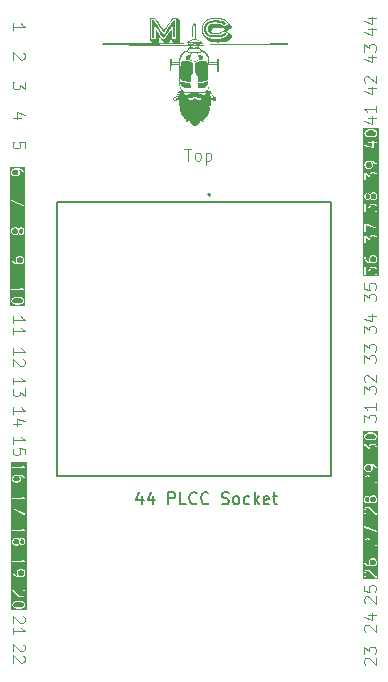
<source format=gbr>
%TF.GenerationSoftware,KiCad,Pcbnew,8.0.5*%
%TF.CreationDate,2024-10-23T12:28:47+01:00*%
%TF.ProjectId,PLCC to DIP 44 True,504c4343-2074-46f2-9044-495020343420,rev?*%
%TF.SameCoordinates,Original*%
%TF.FileFunction,Legend,Top*%
%TF.FilePolarity,Positive*%
%FSLAX46Y46*%
G04 Gerber Fmt 4.6, Leading zero omitted, Abs format (unit mm)*
G04 Created by KiCad (PCBNEW 8.0.5) date 2024-10-23 12:28:47*
%MOMM*%
%LPD*%
G01*
G04 APERTURE LIST*
%ADD10C,0.100000*%
%ADD11C,0.000000*%
%ADD12C,0.150000*%
%ADD13C,0.127000*%
%ADD14C,0.200000*%
G04 APERTURE END LIST*
D10*
X115627580Y-66780074D02*
X115627580Y-66303884D01*
X115627580Y-66303884D02*
X115151390Y-66256265D01*
X115151390Y-66256265D02*
X115199009Y-66303884D01*
X115199009Y-66303884D02*
X115246628Y-66399122D01*
X115246628Y-66399122D02*
X115246628Y-66637217D01*
X115246628Y-66637217D02*
X115199009Y-66732455D01*
X115199009Y-66732455D02*
X115151390Y-66780074D01*
X115151390Y-66780074D02*
X115056152Y-66827693D01*
X115056152Y-66827693D02*
X114818057Y-66827693D01*
X114818057Y-66827693D02*
X114722819Y-66780074D01*
X114722819Y-66780074D02*
X114675200Y-66732455D01*
X114675200Y-66732455D02*
X114627580Y-66637217D01*
X114627580Y-66637217D02*
X114627580Y-66399122D01*
X114627580Y-66399122D02*
X114675200Y-66303884D01*
X114675200Y-66303884D02*
X114722819Y-66256265D01*
G36*
X145327559Y-76028637D02*
G01*
X145363706Y-76064783D01*
X145402417Y-76142205D01*
X145402417Y-76309074D01*
X145363706Y-76386496D01*
X145327559Y-76422642D01*
X145250137Y-76461354D01*
X145035649Y-76461354D01*
X144958225Y-76422642D01*
X144922080Y-76386498D01*
X144883369Y-76309075D01*
X144883369Y-76142205D01*
X144922080Y-76064781D01*
X144958225Y-76028637D01*
X145035649Y-75989926D01*
X145250137Y-75989926D01*
X145327559Y-76028637D01*
G37*
G36*
X144756132Y-70695303D02*
G01*
X144792276Y-70731448D01*
X144830988Y-70808871D01*
X144830988Y-70975740D01*
X144792276Y-71053163D01*
X144756132Y-71089308D01*
X144678709Y-71128020D01*
X144654697Y-71128020D01*
X144577273Y-71089308D01*
X144541128Y-71053164D01*
X144502417Y-70975741D01*
X144502417Y-70808871D01*
X144541128Y-70731447D01*
X144577273Y-70695303D01*
X144654697Y-70656592D01*
X144678709Y-70656592D01*
X144756132Y-70695303D01*
G37*
G36*
X145327559Y-70695303D02*
G01*
X145363706Y-70731449D01*
X145402417Y-70808871D01*
X145402417Y-70975740D01*
X145363706Y-71053162D01*
X145327559Y-71089308D01*
X145250137Y-71128020D01*
X145083268Y-71128020D01*
X145005844Y-71089308D01*
X144969699Y-71053164D01*
X144930988Y-70975741D01*
X144930988Y-70808871D01*
X144969699Y-70731447D01*
X145005844Y-70695303D01*
X145083268Y-70656592D01*
X145250137Y-70656592D01*
X145327559Y-70695303D01*
G37*
G36*
X144946608Y-68028636D02*
G01*
X144982752Y-68064781D01*
X145021464Y-68142204D01*
X145021464Y-68309073D01*
X144982752Y-68386496D01*
X144946608Y-68422641D01*
X144869185Y-68461353D01*
X144654697Y-68461353D01*
X144577273Y-68422641D01*
X144541128Y-68386497D01*
X144502417Y-68309074D01*
X144502417Y-68142204D01*
X144541128Y-68064780D01*
X144577273Y-68028636D01*
X144654697Y-67989925D01*
X144869185Y-67989925D01*
X144946608Y-68028636D01*
G37*
G36*
X145244489Y-65368053D02*
G01*
X145327559Y-65409588D01*
X145363706Y-65445734D01*
X145402417Y-65523156D01*
X145402417Y-65594787D01*
X145363706Y-65672209D01*
X145327559Y-65708355D01*
X145244489Y-65749891D01*
X145065309Y-65794686D01*
X144839524Y-65794686D01*
X144660345Y-65749891D01*
X144577273Y-65708355D01*
X144541128Y-65672211D01*
X144502417Y-65594788D01*
X144502417Y-65523156D01*
X144541128Y-65445732D01*
X144577273Y-65409588D01*
X144660345Y-65368052D01*
X144839524Y-65323258D01*
X145065309Y-65323258D01*
X145244489Y-65368053D01*
G37*
G36*
X145613528Y-77668659D02*
G01*
X144243813Y-77668659D01*
X144243813Y-76892307D01*
X144402417Y-76892307D01*
X144402417Y-77511354D01*
X144406223Y-77530488D01*
X144433283Y-77557548D01*
X144471551Y-77557548D01*
X144498611Y-77530488D01*
X144502417Y-77511354D01*
X144502417Y-77002495D01*
X144800444Y-77263269D01*
X144812764Y-77270363D01*
X144814235Y-77271834D01*
X144815318Y-77271834D01*
X144817350Y-77273004D01*
X144834904Y-77271834D01*
X144852503Y-77271834D01*
X144853759Y-77270577D01*
X144855534Y-77270459D01*
X144867122Y-77257214D01*
X144879563Y-77244774D01*
X144880020Y-77242473D01*
X144880733Y-77241659D01*
X144880594Y-77239586D01*
X144883369Y-77225640D01*
X144883369Y-77094586D01*
X144922080Y-77017162D01*
X144958225Y-76981018D01*
X145035649Y-76942307D01*
X145250137Y-76942307D01*
X145327559Y-76981018D01*
X145363706Y-77017164D01*
X145402417Y-77094586D01*
X145402417Y-77356693D01*
X145363706Y-77434115D01*
X145321823Y-77475998D01*
X145310984Y-77492219D01*
X145310984Y-77530488D01*
X145338043Y-77557548D01*
X145376312Y-77557548D01*
X145392533Y-77546710D01*
X145440153Y-77499091D01*
X145444607Y-77492424D01*
X145449519Y-77486096D01*
X145497138Y-77390858D01*
X145497799Y-77388442D01*
X145498611Y-77387631D01*
X145500174Y-77379769D01*
X145502291Y-77372042D01*
X145501928Y-77370953D01*
X145502417Y-77368497D01*
X145502417Y-77082783D01*
X145501928Y-77080326D01*
X145502291Y-77079238D01*
X145500174Y-77071510D01*
X145498611Y-77063649D01*
X145497799Y-77062837D01*
X145497138Y-77060422D01*
X145449519Y-76965184D01*
X145444607Y-76958855D01*
X145440153Y-76952189D01*
X145392533Y-76904570D01*
X145385866Y-76900115D01*
X145379538Y-76895204D01*
X145284301Y-76847586D01*
X145281885Y-76846924D01*
X145281074Y-76846113D01*
X145273212Y-76844549D01*
X145265485Y-76842433D01*
X145264396Y-76842795D01*
X145261940Y-76842307D01*
X145023845Y-76842307D01*
X145021388Y-76842795D01*
X145020300Y-76842433D01*
X145012572Y-76844549D01*
X145004711Y-76846113D01*
X145003899Y-76846924D01*
X145001484Y-76847586D01*
X144906246Y-76895205D01*
X144899917Y-76900116D01*
X144893251Y-76904571D01*
X144845633Y-76952190D01*
X144841181Y-76958851D01*
X144836266Y-76965185D01*
X144788648Y-77060422D01*
X144787986Y-77062837D01*
X144787175Y-77063649D01*
X144785611Y-77071510D01*
X144783495Y-77079238D01*
X144783857Y-77080326D01*
X144783369Y-77082783D01*
X144783369Y-77115451D01*
X144485342Y-76854678D01*
X144473021Y-76847583D01*
X144471551Y-76846113D01*
X144470468Y-76846113D01*
X144468436Y-76844943D01*
X144450882Y-76846113D01*
X144433283Y-76846113D01*
X144432026Y-76847369D01*
X144430252Y-76847488D01*
X144418663Y-76860732D01*
X144406223Y-76873173D01*
X144405765Y-76875473D01*
X144405053Y-76876288D01*
X144405191Y-76878360D01*
X144402417Y-76892307D01*
X144243813Y-76892307D01*
X144243813Y-76035164D01*
X144402417Y-76035164D01*
X144402417Y-76225640D01*
X144402905Y-76228096D01*
X144402543Y-76229185D01*
X144404659Y-76236912D01*
X144406223Y-76244774D01*
X144407034Y-76245585D01*
X144407696Y-76248001D01*
X144455314Y-76343238D01*
X144460229Y-76349571D01*
X144464681Y-76356233D01*
X144512299Y-76403852D01*
X144516415Y-76406602D01*
X144519920Y-76410100D01*
X144662777Y-76505338D01*
X144670677Y-76508600D01*
X144678385Y-76512242D01*
X144868861Y-76559861D01*
X144874978Y-76560158D01*
X144880988Y-76561354D01*
X145261940Y-76561354D01*
X145264396Y-76560865D01*
X145265485Y-76561228D01*
X145273212Y-76559111D01*
X145281074Y-76557548D01*
X145281885Y-76556736D01*
X145284301Y-76556075D01*
X145379538Y-76508457D01*
X145385866Y-76503545D01*
X145392533Y-76499091D01*
X145440153Y-76451472D01*
X145444607Y-76444805D01*
X145449519Y-76438477D01*
X145497138Y-76343239D01*
X145497799Y-76340823D01*
X145498611Y-76340012D01*
X145500174Y-76332150D01*
X145502291Y-76324423D01*
X145501928Y-76323334D01*
X145502417Y-76320878D01*
X145502417Y-76130402D01*
X145501928Y-76127945D01*
X145502291Y-76126857D01*
X145500174Y-76119129D01*
X145498611Y-76111268D01*
X145497799Y-76110456D01*
X145497138Y-76108041D01*
X145449519Y-76012803D01*
X145444607Y-76006474D01*
X145440153Y-75999808D01*
X145392533Y-75952189D01*
X145385866Y-75947734D01*
X145379538Y-75942823D01*
X145284301Y-75895205D01*
X145281885Y-75894543D01*
X145281074Y-75893732D01*
X145273212Y-75892168D01*
X145265485Y-75890052D01*
X145264396Y-75890414D01*
X145261940Y-75889926D01*
X145023845Y-75889926D01*
X145021388Y-75890414D01*
X145020300Y-75890052D01*
X145012572Y-75892168D01*
X145004711Y-75893732D01*
X145003899Y-75894543D01*
X145001484Y-75895205D01*
X144906246Y-75942824D01*
X144899917Y-75947735D01*
X144893251Y-75952190D01*
X144845633Y-75999809D01*
X144841181Y-76006470D01*
X144836266Y-76012804D01*
X144788648Y-76108041D01*
X144787986Y-76110456D01*
X144787175Y-76111268D01*
X144785611Y-76119129D01*
X144783495Y-76126857D01*
X144783857Y-76127945D01*
X144783369Y-76130402D01*
X144783369Y-76320878D01*
X144783857Y-76323334D01*
X144783495Y-76324423D01*
X144785611Y-76332150D01*
X144787175Y-76340012D01*
X144787986Y-76340823D01*
X144788648Y-76343239D01*
X144836266Y-76438476D01*
X144841181Y-76444809D01*
X144845236Y-76450877D01*
X144711039Y-76417328D01*
X144579508Y-76329639D01*
X144541128Y-76291260D01*
X144502417Y-76213837D01*
X144502417Y-76035164D01*
X144498611Y-76016030D01*
X144471551Y-75988970D01*
X144433283Y-75988970D01*
X144406223Y-76016030D01*
X144402417Y-76035164D01*
X144243813Y-76035164D01*
X144243813Y-74225640D01*
X144402417Y-74225640D01*
X144402417Y-74844687D01*
X144406223Y-74863821D01*
X144433283Y-74890881D01*
X144471551Y-74890881D01*
X144498611Y-74863821D01*
X144502417Y-74844687D01*
X144502417Y-74335828D01*
X144800444Y-74596602D01*
X144812764Y-74603696D01*
X144814235Y-74605167D01*
X144815318Y-74605167D01*
X144817350Y-74606337D01*
X144834904Y-74605167D01*
X144852503Y-74605167D01*
X144853759Y-74603910D01*
X144855534Y-74603792D01*
X144867122Y-74590547D01*
X144879563Y-74578107D01*
X144880020Y-74575806D01*
X144880733Y-74574992D01*
X144880594Y-74572919D01*
X144883369Y-74558973D01*
X144883369Y-74427919D01*
X144922080Y-74350495D01*
X144958225Y-74314351D01*
X145035649Y-74275640D01*
X145250137Y-74275640D01*
X145327559Y-74314351D01*
X145363706Y-74350497D01*
X145402417Y-74427919D01*
X145402417Y-74690026D01*
X145363706Y-74767448D01*
X145321823Y-74809331D01*
X145310984Y-74825552D01*
X145310984Y-74863821D01*
X145338043Y-74890881D01*
X145376312Y-74890881D01*
X145392533Y-74880043D01*
X145440153Y-74832424D01*
X145444607Y-74825757D01*
X145449519Y-74819429D01*
X145497138Y-74724191D01*
X145497799Y-74721775D01*
X145498611Y-74720964D01*
X145500174Y-74713102D01*
X145502291Y-74705375D01*
X145501928Y-74704286D01*
X145502417Y-74701830D01*
X145502417Y-74416116D01*
X145501928Y-74413659D01*
X145502291Y-74412571D01*
X145500174Y-74404843D01*
X145498611Y-74396982D01*
X145497799Y-74396170D01*
X145497138Y-74393755D01*
X145449519Y-74298517D01*
X145444607Y-74292188D01*
X145440153Y-74285522D01*
X145392533Y-74237903D01*
X145385866Y-74233448D01*
X145379538Y-74228537D01*
X145284301Y-74180919D01*
X145281885Y-74180257D01*
X145281074Y-74179446D01*
X145273212Y-74177882D01*
X145265485Y-74175766D01*
X145264396Y-74176128D01*
X145261940Y-74175640D01*
X145023845Y-74175640D01*
X145021388Y-74176128D01*
X145020300Y-74175766D01*
X145012572Y-74177882D01*
X145004711Y-74179446D01*
X145003899Y-74180257D01*
X145001484Y-74180919D01*
X144906246Y-74228538D01*
X144899917Y-74233449D01*
X144893251Y-74237904D01*
X144845633Y-74285523D01*
X144841181Y-74292184D01*
X144836266Y-74298518D01*
X144788648Y-74393755D01*
X144787986Y-74396170D01*
X144787175Y-74396982D01*
X144785611Y-74404843D01*
X144783495Y-74412571D01*
X144783857Y-74413659D01*
X144783369Y-74416116D01*
X144783369Y-74448784D01*
X144485342Y-74188011D01*
X144473021Y-74180916D01*
X144471551Y-74179446D01*
X144470468Y-74179446D01*
X144468436Y-74178276D01*
X144450882Y-74179446D01*
X144433283Y-74179446D01*
X144432026Y-74180702D01*
X144430252Y-74180821D01*
X144418663Y-74194065D01*
X144406223Y-74206506D01*
X144405765Y-74208806D01*
X144405053Y-74209621D01*
X144405191Y-74211693D01*
X144402417Y-74225640D01*
X144243813Y-74225640D01*
X144243813Y-73225640D01*
X144402417Y-73225640D01*
X144402417Y-73892306D01*
X144406223Y-73911440D01*
X144433283Y-73938500D01*
X144471551Y-73938500D01*
X144498611Y-73911440D01*
X144502417Y-73892306D01*
X144502417Y-73301466D01*
X145432721Y-73700168D01*
X145451807Y-73704207D01*
X145487338Y-73689994D01*
X145502413Y-73654821D01*
X145488200Y-73619289D01*
X145472113Y-73608254D01*
X144472113Y-73179683D01*
X144471700Y-73179595D01*
X144471551Y-73179446D01*
X144470993Y-73179446D01*
X144453027Y-73175644D01*
X144443521Y-73179446D01*
X144433283Y-73179446D01*
X144426457Y-73186271D01*
X144417495Y-73189856D01*
X144413461Y-73199267D01*
X144406223Y-73206506D01*
X144402639Y-73224519D01*
X144402421Y-73225030D01*
X144402499Y-73225225D01*
X144402417Y-73225640D01*
X144243813Y-73225640D01*
X144243813Y-71558973D01*
X144402417Y-71558973D01*
X144402417Y-72178020D01*
X144406223Y-72197154D01*
X144433283Y-72224214D01*
X144471551Y-72224214D01*
X144498611Y-72197154D01*
X144502417Y-72178020D01*
X144502417Y-71669161D01*
X144800444Y-71929935D01*
X144812764Y-71937029D01*
X144814235Y-71938500D01*
X144815318Y-71938500D01*
X144817350Y-71939670D01*
X144834904Y-71938500D01*
X144852503Y-71938500D01*
X144853759Y-71937243D01*
X144855534Y-71937125D01*
X144867122Y-71923880D01*
X144879563Y-71911440D01*
X144880020Y-71909139D01*
X144880733Y-71908325D01*
X144880594Y-71906252D01*
X144883369Y-71892306D01*
X144883369Y-71761252D01*
X144922080Y-71683828D01*
X144958225Y-71647684D01*
X145035649Y-71608973D01*
X145250137Y-71608973D01*
X145327559Y-71647684D01*
X145363706Y-71683830D01*
X145402417Y-71761252D01*
X145402417Y-72023359D01*
X145363706Y-72100781D01*
X145321823Y-72142664D01*
X145310984Y-72158885D01*
X145310984Y-72197154D01*
X145338043Y-72224214D01*
X145376312Y-72224214D01*
X145392533Y-72213376D01*
X145440153Y-72165757D01*
X145444607Y-72159090D01*
X145449519Y-72152762D01*
X145497138Y-72057524D01*
X145497799Y-72055108D01*
X145498611Y-72054297D01*
X145500174Y-72046435D01*
X145502291Y-72038708D01*
X145501928Y-72037619D01*
X145502417Y-72035163D01*
X145502417Y-71749449D01*
X145501928Y-71746992D01*
X145502291Y-71745904D01*
X145500174Y-71738176D01*
X145498611Y-71730315D01*
X145497799Y-71729503D01*
X145497138Y-71727088D01*
X145449519Y-71631850D01*
X145444607Y-71625521D01*
X145440153Y-71618855D01*
X145392533Y-71571236D01*
X145385866Y-71566781D01*
X145379538Y-71561870D01*
X145284301Y-71514252D01*
X145281885Y-71513590D01*
X145281074Y-71512779D01*
X145273212Y-71511215D01*
X145265485Y-71509099D01*
X145264396Y-71509461D01*
X145261940Y-71508973D01*
X145023845Y-71508973D01*
X145021388Y-71509461D01*
X145020300Y-71509099D01*
X145012572Y-71511215D01*
X145004711Y-71512779D01*
X145003899Y-71513590D01*
X145001484Y-71514252D01*
X144906246Y-71561871D01*
X144899917Y-71566782D01*
X144893251Y-71571237D01*
X144845633Y-71618856D01*
X144841181Y-71625517D01*
X144836266Y-71631851D01*
X144788648Y-71727088D01*
X144787986Y-71729503D01*
X144787175Y-71730315D01*
X144785611Y-71738176D01*
X144783495Y-71745904D01*
X144783857Y-71746992D01*
X144783369Y-71749449D01*
X144783369Y-71782117D01*
X144485342Y-71521344D01*
X144473021Y-71514249D01*
X144471551Y-71512779D01*
X144470468Y-71512779D01*
X144468436Y-71511609D01*
X144450882Y-71512779D01*
X144433283Y-71512779D01*
X144432026Y-71514035D01*
X144430252Y-71514154D01*
X144418663Y-71527398D01*
X144406223Y-71539839D01*
X144405765Y-71542139D01*
X144405053Y-71542954D01*
X144405191Y-71545026D01*
X144402417Y-71558973D01*
X144243813Y-71558973D01*
X144243813Y-70797068D01*
X144402417Y-70797068D01*
X144402417Y-70987544D01*
X144402905Y-70990000D01*
X144402543Y-70991089D01*
X144404659Y-70998816D01*
X144406223Y-71006678D01*
X144407034Y-71007489D01*
X144407696Y-71009905D01*
X144455314Y-71105142D01*
X144460229Y-71111475D01*
X144464681Y-71118137D01*
X144512299Y-71165756D01*
X144518965Y-71170210D01*
X144525294Y-71175122D01*
X144620532Y-71222741D01*
X144622947Y-71223402D01*
X144623759Y-71224214D01*
X144631620Y-71225777D01*
X144639348Y-71227894D01*
X144640436Y-71227531D01*
X144642893Y-71228020D01*
X144690512Y-71228020D01*
X144692968Y-71227531D01*
X144694057Y-71227894D01*
X144701784Y-71225777D01*
X144709646Y-71224214D01*
X144710457Y-71223402D01*
X144712873Y-71222741D01*
X144808110Y-71175123D01*
X144814443Y-71170207D01*
X144821105Y-71165756D01*
X144868724Y-71118138D01*
X144873178Y-71111471D01*
X144878090Y-71105143D01*
X144880987Y-71099347D01*
X144883885Y-71105142D01*
X144888800Y-71111475D01*
X144893252Y-71118137D01*
X144940870Y-71165756D01*
X144947536Y-71170210D01*
X144953865Y-71175122D01*
X145049103Y-71222741D01*
X145051518Y-71223402D01*
X145052330Y-71224214D01*
X145060191Y-71225777D01*
X145067919Y-71227894D01*
X145069007Y-71227531D01*
X145071464Y-71228020D01*
X145261940Y-71228020D01*
X145264396Y-71227531D01*
X145265485Y-71227894D01*
X145273212Y-71225777D01*
X145281074Y-71224214D01*
X145281885Y-71223402D01*
X145284301Y-71222741D01*
X145379538Y-71175123D01*
X145385866Y-71170211D01*
X145392533Y-71165757D01*
X145440153Y-71118138D01*
X145444607Y-71111471D01*
X145449519Y-71105143D01*
X145497138Y-71009905D01*
X145497799Y-71007489D01*
X145498611Y-71006678D01*
X145500174Y-70998816D01*
X145502291Y-70991089D01*
X145501928Y-70990000D01*
X145502417Y-70987544D01*
X145502417Y-70797068D01*
X145501928Y-70794611D01*
X145502291Y-70793523D01*
X145500174Y-70785795D01*
X145498611Y-70777934D01*
X145497799Y-70777122D01*
X145497138Y-70774707D01*
X145449519Y-70679469D01*
X145444607Y-70673140D01*
X145440153Y-70666474D01*
X145392533Y-70618855D01*
X145385866Y-70614400D01*
X145379538Y-70609489D01*
X145284301Y-70561871D01*
X145281885Y-70561209D01*
X145281074Y-70560398D01*
X145273212Y-70558834D01*
X145265485Y-70556718D01*
X145264396Y-70557080D01*
X145261940Y-70556592D01*
X145071464Y-70556592D01*
X145069007Y-70557080D01*
X145067919Y-70556718D01*
X145060191Y-70558834D01*
X145052330Y-70560398D01*
X145051518Y-70561209D01*
X145049103Y-70561871D01*
X144953865Y-70609490D01*
X144947536Y-70614401D01*
X144940870Y-70618856D01*
X144893252Y-70666475D01*
X144888800Y-70673136D01*
X144883885Y-70679470D01*
X144880987Y-70685264D01*
X144878090Y-70679469D01*
X144873178Y-70673140D01*
X144868724Y-70666474D01*
X144821105Y-70618856D01*
X144814443Y-70614404D01*
X144808110Y-70609489D01*
X144712873Y-70561871D01*
X144710457Y-70561209D01*
X144709646Y-70560398D01*
X144701784Y-70558834D01*
X144694057Y-70556718D01*
X144692968Y-70557080D01*
X144690512Y-70556592D01*
X144642893Y-70556592D01*
X144640436Y-70557080D01*
X144639348Y-70556718D01*
X144631620Y-70558834D01*
X144623759Y-70560398D01*
X144622947Y-70561209D01*
X144620532Y-70561871D01*
X144525294Y-70609490D01*
X144518965Y-70614401D01*
X144512299Y-70618856D01*
X144464681Y-70666475D01*
X144460229Y-70673136D01*
X144455314Y-70679470D01*
X144407696Y-70774707D01*
X144407034Y-70777122D01*
X144406223Y-70777934D01*
X144404659Y-70785795D01*
X144402543Y-70793523D01*
X144402905Y-70794611D01*
X144402417Y-70797068D01*
X144243813Y-70797068D01*
X144243813Y-68892306D01*
X144402417Y-68892306D01*
X144402417Y-69511353D01*
X144406223Y-69530487D01*
X144433283Y-69557547D01*
X144471551Y-69557547D01*
X144498611Y-69530487D01*
X144502417Y-69511353D01*
X144502417Y-69002494D01*
X144800444Y-69263268D01*
X144812764Y-69270362D01*
X144814235Y-69271833D01*
X144815318Y-69271833D01*
X144817350Y-69273003D01*
X144834904Y-69271833D01*
X144852503Y-69271833D01*
X144853759Y-69270576D01*
X144855534Y-69270458D01*
X144867122Y-69257213D01*
X144879563Y-69244773D01*
X144880020Y-69242472D01*
X144880733Y-69241658D01*
X144880594Y-69239585D01*
X144883369Y-69225639D01*
X144883369Y-69094585D01*
X144922080Y-69017161D01*
X144958225Y-68981017D01*
X145035649Y-68942306D01*
X145250137Y-68942306D01*
X145327559Y-68981017D01*
X145363706Y-69017163D01*
X145402417Y-69094585D01*
X145402417Y-69356692D01*
X145363706Y-69434114D01*
X145321823Y-69475997D01*
X145310984Y-69492218D01*
X145310984Y-69530487D01*
X145338043Y-69557547D01*
X145376312Y-69557547D01*
X145392533Y-69546709D01*
X145440153Y-69499090D01*
X145444607Y-69492423D01*
X145449519Y-69486095D01*
X145497138Y-69390857D01*
X145497799Y-69388441D01*
X145498611Y-69387630D01*
X145500174Y-69379768D01*
X145502291Y-69372041D01*
X145501928Y-69370952D01*
X145502417Y-69368496D01*
X145502417Y-69082782D01*
X145501928Y-69080325D01*
X145502291Y-69079237D01*
X145500174Y-69071509D01*
X145498611Y-69063648D01*
X145497799Y-69062836D01*
X145497138Y-69060421D01*
X145449519Y-68965183D01*
X145444607Y-68958854D01*
X145440153Y-68952188D01*
X145392533Y-68904569D01*
X145385866Y-68900114D01*
X145379538Y-68895203D01*
X145284301Y-68847585D01*
X145281885Y-68846923D01*
X145281074Y-68846112D01*
X145273212Y-68844548D01*
X145265485Y-68842432D01*
X145264396Y-68842794D01*
X145261940Y-68842306D01*
X145023845Y-68842306D01*
X145021388Y-68842794D01*
X145020300Y-68842432D01*
X145012572Y-68844548D01*
X145004711Y-68846112D01*
X145003899Y-68846923D01*
X145001484Y-68847585D01*
X144906246Y-68895204D01*
X144899917Y-68900115D01*
X144893251Y-68904570D01*
X144845633Y-68952189D01*
X144841181Y-68958850D01*
X144836266Y-68965184D01*
X144788648Y-69060421D01*
X144787986Y-69062836D01*
X144787175Y-69063648D01*
X144785611Y-69071509D01*
X144783495Y-69079237D01*
X144783857Y-69080325D01*
X144783369Y-69082782D01*
X144783369Y-69115450D01*
X144485342Y-68854677D01*
X144473021Y-68847582D01*
X144471551Y-68846112D01*
X144470468Y-68846112D01*
X144468436Y-68844942D01*
X144450882Y-68846112D01*
X144433283Y-68846112D01*
X144432026Y-68847368D01*
X144430252Y-68847487D01*
X144418663Y-68860731D01*
X144406223Y-68873172D01*
X144405765Y-68875472D01*
X144405053Y-68876287D01*
X144405191Y-68878359D01*
X144402417Y-68892306D01*
X144243813Y-68892306D01*
X144243813Y-68130401D01*
X144402417Y-68130401D01*
X144402417Y-68320877D01*
X144402905Y-68323333D01*
X144402543Y-68324422D01*
X144404659Y-68332149D01*
X144406223Y-68340011D01*
X144407034Y-68340822D01*
X144407696Y-68343238D01*
X144455314Y-68438475D01*
X144460229Y-68444808D01*
X144464681Y-68451470D01*
X144512299Y-68499089D01*
X144518965Y-68503543D01*
X144525294Y-68508455D01*
X144620532Y-68556074D01*
X144622947Y-68556735D01*
X144623759Y-68557547D01*
X144631620Y-68559110D01*
X144639348Y-68561227D01*
X144640436Y-68560864D01*
X144642893Y-68561353D01*
X144880988Y-68561353D01*
X144883444Y-68560864D01*
X144884533Y-68561227D01*
X144892260Y-68559110D01*
X144900122Y-68557547D01*
X144900933Y-68556735D01*
X144903349Y-68556074D01*
X144998586Y-68508456D01*
X145004919Y-68503540D01*
X145011581Y-68499089D01*
X145059200Y-68451471D01*
X145063654Y-68444804D01*
X145068566Y-68438476D01*
X145116185Y-68343238D01*
X145116846Y-68340822D01*
X145117658Y-68340011D01*
X145119221Y-68332149D01*
X145121338Y-68324422D01*
X145120975Y-68323333D01*
X145121464Y-68320877D01*
X145121464Y-68130401D01*
X145120975Y-68127944D01*
X145121338Y-68126856D01*
X145119221Y-68119128D01*
X145117658Y-68111267D01*
X145116846Y-68110455D01*
X145116185Y-68108040D01*
X145068566Y-68012802D01*
X145063654Y-68006473D01*
X145059597Y-68000401D01*
X145193790Y-68033950D01*
X145325324Y-68121639D01*
X145363706Y-68160020D01*
X145402417Y-68237442D01*
X145402417Y-68416115D01*
X145406223Y-68435249D01*
X145433283Y-68462309D01*
X145471551Y-68462309D01*
X145498611Y-68435249D01*
X145502417Y-68416115D01*
X145502417Y-68225639D01*
X145501928Y-68223182D01*
X145502291Y-68222094D01*
X145500174Y-68214366D01*
X145498611Y-68206505D01*
X145497799Y-68205693D01*
X145497138Y-68203278D01*
X145449519Y-68108040D01*
X145444607Y-68101711D01*
X145440153Y-68095045D01*
X145392533Y-68047426D01*
X145388414Y-68044674D01*
X145384913Y-68041180D01*
X145242056Y-67945941D01*
X145234163Y-67942681D01*
X145226448Y-67939037D01*
X145035972Y-67891418D01*
X145029854Y-67891120D01*
X145023845Y-67889925D01*
X144642893Y-67889925D01*
X144640436Y-67890413D01*
X144639348Y-67890051D01*
X144631620Y-67892167D01*
X144623759Y-67893731D01*
X144622947Y-67894542D01*
X144620532Y-67895204D01*
X144525294Y-67942823D01*
X144518965Y-67947734D01*
X144512299Y-67952189D01*
X144464681Y-67999808D01*
X144460229Y-68006469D01*
X144455314Y-68012803D01*
X144407696Y-68108040D01*
X144407034Y-68110455D01*
X144406223Y-68111267D01*
X144404659Y-68119128D01*
X144402543Y-68126856D01*
X144402905Y-68127944D01*
X144402417Y-68130401D01*
X144243813Y-68130401D01*
X144243813Y-66562516D01*
X144354924Y-66562516D01*
X144372038Y-66596745D01*
X144388987Y-66606406D01*
X145103271Y-66844501D01*
X145122627Y-66846941D01*
X145129987Y-66843261D01*
X145138217Y-66843261D01*
X145146447Y-66835031D01*
X145156855Y-66829827D01*
X145159457Y-66822020D01*
X145165277Y-66816201D01*
X145169083Y-66797067D01*
X145169083Y-66370877D01*
X145452417Y-66370877D01*
X145471551Y-66367071D01*
X145498611Y-66340011D01*
X145498611Y-66301743D01*
X145471551Y-66274683D01*
X145452417Y-66270877D01*
X145169083Y-66270877D01*
X145169083Y-66178020D01*
X145165277Y-66158886D01*
X145138217Y-66131826D01*
X145099949Y-66131826D01*
X145072889Y-66158886D01*
X145069083Y-66178020D01*
X145069083Y-66270877D01*
X144785750Y-66270877D01*
X144766616Y-66274683D01*
X144739556Y-66301743D01*
X144739556Y-66340011D01*
X144766616Y-66367071D01*
X144785750Y-66370877D01*
X145069083Y-66370877D01*
X145069083Y-66727696D01*
X144420609Y-66511538D01*
X144401254Y-66509098D01*
X144367025Y-66526212D01*
X144354924Y-66562516D01*
X144243813Y-66562516D01*
X144243813Y-65511353D01*
X144402417Y-65511353D01*
X144402417Y-65606591D01*
X144402905Y-65609047D01*
X144402543Y-65610136D01*
X144404659Y-65617863D01*
X144406223Y-65625725D01*
X144407034Y-65626536D01*
X144407696Y-65628952D01*
X144455314Y-65724189D01*
X144460229Y-65730522D01*
X144464681Y-65737184D01*
X144512299Y-65784803D01*
X144518965Y-65789257D01*
X144525294Y-65794169D01*
X144620532Y-65841788D01*
X144625813Y-65843234D01*
X144630766Y-65845574D01*
X144821242Y-65893193D01*
X144827359Y-65893490D01*
X144833369Y-65894686D01*
X145071464Y-65894686D01*
X145077473Y-65893490D01*
X145083591Y-65893193D01*
X145274067Y-65845574D01*
X145279019Y-65843234D01*
X145284301Y-65841788D01*
X145379538Y-65794170D01*
X145385866Y-65789258D01*
X145392533Y-65784804D01*
X145440153Y-65737185D01*
X145444607Y-65730518D01*
X145449519Y-65724190D01*
X145497138Y-65628952D01*
X145497799Y-65626536D01*
X145498611Y-65625725D01*
X145500174Y-65617863D01*
X145502291Y-65610136D01*
X145501928Y-65609047D01*
X145502417Y-65606591D01*
X145502417Y-65511353D01*
X145501928Y-65508896D01*
X145502291Y-65507808D01*
X145500174Y-65500080D01*
X145498611Y-65492219D01*
X145497799Y-65491407D01*
X145497138Y-65488992D01*
X145449519Y-65393754D01*
X145444607Y-65387425D01*
X145440153Y-65380759D01*
X145392533Y-65333140D01*
X145385866Y-65328685D01*
X145379538Y-65323774D01*
X145284301Y-65276156D01*
X145279019Y-65274709D01*
X145274067Y-65272370D01*
X145083591Y-65224751D01*
X145077473Y-65224453D01*
X145071464Y-65223258D01*
X144833369Y-65223258D01*
X144827359Y-65224453D01*
X144821242Y-65224751D01*
X144630766Y-65272370D01*
X144625813Y-65274709D01*
X144620532Y-65276156D01*
X144525294Y-65323775D01*
X144518965Y-65328686D01*
X144512299Y-65333141D01*
X144464681Y-65380760D01*
X144460229Y-65387421D01*
X144455314Y-65393755D01*
X144407696Y-65488992D01*
X144407034Y-65491407D01*
X144406223Y-65492219D01*
X144404659Y-65500080D01*
X144402543Y-65507808D01*
X144402905Y-65508896D01*
X144402417Y-65511353D01*
X144243813Y-65511353D01*
X144243813Y-65112147D01*
X145613528Y-65112147D01*
X145613528Y-77668659D01*
G37*
G36*
X145297299Y-101687961D02*
G01*
X145333446Y-101724107D01*
X145372157Y-101801529D01*
X145372157Y-101968398D01*
X145333446Y-102045820D01*
X145297299Y-102081966D01*
X145219877Y-102120678D01*
X145005389Y-102120678D01*
X144927965Y-102081966D01*
X144891820Y-102045822D01*
X144853109Y-101968399D01*
X144853109Y-101801529D01*
X144891820Y-101724105D01*
X144927965Y-101687961D01*
X145005389Y-101649250D01*
X145219877Y-101649250D01*
X145297299Y-101687961D01*
G37*
G36*
X144725872Y-96354627D02*
G01*
X144762016Y-96390772D01*
X144800728Y-96468195D01*
X144800728Y-96635064D01*
X144762016Y-96712487D01*
X144725872Y-96748632D01*
X144648449Y-96787344D01*
X144624437Y-96787344D01*
X144547013Y-96748632D01*
X144510868Y-96712488D01*
X144472157Y-96635065D01*
X144472157Y-96468195D01*
X144510868Y-96390771D01*
X144547013Y-96354627D01*
X144624437Y-96315916D01*
X144648449Y-96315916D01*
X144725872Y-96354627D01*
G37*
G36*
X145297299Y-96354627D02*
G01*
X145333446Y-96390773D01*
X145372157Y-96468195D01*
X145372157Y-96635064D01*
X145333446Y-96712486D01*
X145297299Y-96748632D01*
X145219877Y-96787344D01*
X145053008Y-96787344D01*
X144975584Y-96748632D01*
X144939439Y-96712488D01*
X144900728Y-96635065D01*
X144900728Y-96468195D01*
X144939439Y-96390771D01*
X144975584Y-96354627D01*
X145053008Y-96315916D01*
X145219877Y-96315916D01*
X145297299Y-96354627D01*
G37*
G36*
X144916348Y-93687960D02*
G01*
X144952492Y-93724105D01*
X144991204Y-93801528D01*
X144991204Y-93968397D01*
X144952492Y-94045820D01*
X144916348Y-94081965D01*
X144838925Y-94120677D01*
X144624437Y-94120677D01*
X144547013Y-94081965D01*
X144510868Y-94045821D01*
X144472157Y-93968398D01*
X144472157Y-93801528D01*
X144510868Y-93724104D01*
X144547013Y-93687960D01*
X144624437Y-93649249D01*
X144838925Y-93649249D01*
X144916348Y-93687960D01*
G37*
G36*
X145214229Y-91027377D02*
G01*
X145297299Y-91068912D01*
X145333446Y-91105058D01*
X145372157Y-91182480D01*
X145372157Y-91254111D01*
X145333446Y-91331533D01*
X145297299Y-91367679D01*
X145214229Y-91409215D01*
X145035049Y-91454010D01*
X144809264Y-91454010D01*
X144630085Y-91409215D01*
X144547013Y-91367679D01*
X144510868Y-91331535D01*
X144472157Y-91254112D01*
X144472157Y-91182480D01*
X144510868Y-91105056D01*
X144547013Y-91068912D01*
X144630085Y-91027376D01*
X144809264Y-90982582D01*
X145035049Y-90982582D01*
X145214229Y-91027377D01*
G37*
G36*
X145583268Y-103327983D02*
G01*
X144261046Y-103327983D01*
X144261046Y-102742107D01*
X144372157Y-102742107D01*
X144372157Y-102980202D01*
X144372645Y-102982658D01*
X144372283Y-102983747D01*
X144374399Y-102991474D01*
X144375963Y-102999336D01*
X144376774Y-103000147D01*
X144377436Y-103002563D01*
X144425054Y-103097800D01*
X144429969Y-103104133D01*
X144434421Y-103110795D01*
X144482039Y-103158414D01*
X144498260Y-103169253D01*
X144536529Y-103169253D01*
X144563589Y-103142193D01*
X144563589Y-103103924D01*
X144552750Y-103087703D01*
X144510868Y-103045822D01*
X144472157Y-102968399D01*
X144472157Y-102753910D01*
X144510868Y-102676486D01*
X144547013Y-102640342D01*
X144624437Y-102601631D01*
X144699758Y-102601631D01*
X144823719Y-102642951D01*
X145386802Y-103206033D01*
X145403023Y-103216872D01*
X145441291Y-103216872D01*
X145468351Y-103189812D01*
X145472157Y-103170678D01*
X145472157Y-102551631D01*
X145468351Y-102532497D01*
X145441291Y-102505437D01*
X145403023Y-102505437D01*
X145375963Y-102532497D01*
X145372157Y-102551631D01*
X145372157Y-103049968D01*
X144886083Y-102563895D01*
X144884000Y-102562503D01*
X144883487Y-102561477D01*
X144876526Y-102557509D01*
X144869862Y-102553056D01*
X144868714Y-102553056D01*
X144866539Y-102551816D01*
X144723682Y-102504197D01*
X144715733Y-102503194D01*
X144707871Y-102501631D01*
X144612633Y-102501631D01*
X144610176Y-102502119D01*
X144609088Y-102501757D01*
X144601360Y-102503873D01*
X144593499Y-102505437D01*
X144592687Y-102506248D01*
X144590272Y-102506910D01*
X144495034Y-102554529D01*
X144488705Y-102559440D01*
X144482039Y-102563895D01*
X144434421Y-102611514D01*
X144429969Y-102618175D01*
X144425054Y-102624509D01*
X144377436Y-102719746D01*
X144376774Y-102722161D01*
X144375963Y-102722973D01*
X144374399Y-102730834D01*
X144372283Y-102738562D01*
X144372645Y-102739650D01*
X144372157Y-102742107D01*
X144261046Y-102742107D01*
X144261046Y-101694488D01*
X144372157Y-101694488D01*
X144372157Y-101884964D01*
X144372645Y-101887420D01*
X144372283Y-101888509D01*
X144374399Y-101896236D01*
X144375963Y-101904098D01*
X144376774Y-101904909D01*
X144377436Y-101907325D01*
X144425054Y-102002562D01*
X144429969Y-102008895D01*
X144434421Y-102015557D01*
X144482039Y-102063176D01*
X144486155Y-102065926D01*
X144489660Y-102069424D01*
X144632517Y-102164662D01*
X144640417Y-102167924D01*
X144648125Y-102171566D01*
X144838601Y-102219185D01*
X144844718Y-102219482D01*
X144850728Y-102220678D01*
X145231680Y-102220678D01*
X145234136Y-102220189D01*
X145235225Y-102220552D01*
X145242952Y-102218435D01*
X145250814Y-102216872D01*
X145251625Y-102216060D01*
X145254041Y-102215399D01*
X145349278Y-102167781D01*
X145355606Y-102162869D01*
X145362273Y-102158415D01*
X145409893Y-102110796D01*
X145414347Y-102104129D01*
X145419259Y-102097801D01*
X145466878Y-102002563D01*
X145467539Y-102000147D01*
X145468351Y-101999336D01*
X145469914Y-101991474D01*
X145472031Y-101983747D01*
X145471668Y-101982658D01*
X145472157Y-101980202D01*
X145472157Y-101789726D01*
X145471668Y-101787269D01*
X145472031Y-101786181D01*
X145469914Y-101778453D01*
X145468351Y-101770592D01*
X145467539Y-101769780D01*
X145466878Y-101767365D01*
X145419259Y-101672127D01*
X145414347Y-101665798D01*
X145409893Y-101659132D01*
X145362273Y-101611513D01*
X145355606Y-101607058D01*
X145349278Y-101602147D01*
X145254041Y-101554529D01*
X145251625Y-101553867D01*
X145250814Y-101553056D01*
X145242952Y-101551492D01*
X145235225Y-101549376D01*
X145234136Y-101549738D01*
X145231680Y-101549250D01*
X144993585Y-101549250D01*
X144991128Y-101549738D01*
X144990040Y-101549376D01*
X144982312Y-101551492D01*
X144974451Y-101553056D01*
X144973639Y-101553867D01*
X144971224Y-101554529D01*
X144875986Y-101602148D01*
X144869657Y-101607059D01*
X144862991Y-101611514D01*
X144815373Y-101659133D01*
X144810921Y-101665794D01*
X144806006Y-101672128D01*
X144758388Y-101767365D01*
X144757726Y-101769780D01*
X144756915Y-101770592D01*
X144755351Y-101778453D01*
X144753235Y-101786181D01*
X144753597Y-101787269D01*
X144753109Y-101789726D01*
X144753109Y-101980202D01*
X144753597Y-101982658D01*
X144753235Y-101983747D01*
X144755351Y-101991474D01*
X144756915Y-101999336D01*
X144757726Y-102000147D01*
X144758388Y-102002563D01*
X144806006Y-102097800D01*
X144810921Y-102104133D01*
X144814976Y-102110201D01*
X144680779Y-102076652D01*
X144549248Y-101988963D01*
X144510868Y-101950584D01*
X144472157Y-101873161D01*
X144472157Y-101694488D01*
X144468351Y-101675354D01*
X144441291Y-101648294D01*
X144403023Y-101648294D01*
X144375963Y-101675354D01*
X144372157Y-101694488D01*
X144261046Y-101694488D01*
X144261046Y-100075440D01*
X144372157Y-100075440D01*
X144372157Y-100313535D01*
X144372645Y-100315991D01*
X144372283Y-100317080D01*
X144374399Y-100324807D01*
X144375963Y-100332669D01*
X144376774Y-100333480D01*
X144377436Y-100335896D01*
X144425054Y-100431133D01*
X144429969Y-100437466D01*
X144434421Y-100444128D01*
X144482039Y-100491747D01*
X144498260Y-100502586D01*
X144536529Y-100502586D01*
X144563589Y-100475526D01*
X144563589Y-100437257D01*
X144552750Y-100421036D01*
X144510868Y-100379155D01*
X144472157Y-100301732D01*
X144472157Y-100087243D01*
X144510868Y-100009819D01*
X144547013Y-99973675D01*
X144624437Y-99934964D01*
X144699758Y-99934964D01*
X144823719Y-99976284D01*
X145386802Y-100539366D01*
X145403023Y-100550205D01*
X145441291Y-100550205D01*
X145468351Y-100523145D01*
X145472157Y-100504011D01*
X145472157Y-99884964D01*
X145468351Y-99865830D01*
X145441291Y-99838770D01*
X145403023Y-99838770D01*
X145375963Y-99865830D01*
X145372157Y-99884964D01*
X145372157Y-100383301D01*
X144886083Y-99897228D01*
X144884000Y-99895836D01*
X144883487Y-99894810D01*
X144876526Y-99890842D01*
X144869862Y-99886389D01*
X144868714Y-99886389D01*
X144866539Y-99885149D01*
X144723682Y-99837530D01*
X144715733Y-99836527D01*
X144707871Y-99834964D01*
X144612633Y-99834964D01*
X144610176Y-99835452D01*
X144609088Y-99835090D01*
X144601360Y-99837206D01*
X144593499Y-99838770D01*
X144592687Y-99839581D01*
X144590272Y-99840243D01*
X144495034Y-99887862D01*
X144488705Y-99892773D01*
X144482039Y-99897228D01*
X144434421Y-99944847D01*
X144429969Y-99951508D01*
X144425054Y-99957842D01*
X144377436Y-100053079D01*
X144376774Y-100055494D01*
X144375963Y-100056306D01*
X144374399Y-100064167D01*
X144372283Y-100071895D01*
X144372645Y-100072983D01*
X144372157Y-100075440D01*
X144261046Y-100075440D01*
X144261046Y-98884964D01*
X144372157Y-98884964D01*
X144372157Y-99551630D01*
X144375963Y-99570764D01*
X144403023Y-99597824D01*
X144441291Y-99597824D01*
X144468351Y-99570764D01*
X144472157Y-99551630D01*
X144472157Y-98960790D01*
X145402461Y-99359492D01*
X145421547Y-99363531D01*
X145457078Y-99349318D01*
X145472153Y-99314145D01*
X145457940Y-99278613D01*
X145441853Y-99267578D01*
X144441853Y-98839007D01*
X144441440Y-98838919D01*
X144441291Y-98838770D01*
X144440733Y-98838770D01*
X144422767Y-98834968D01*
X144413261Y-98838770D01*
X144403023Y-98838770D01*
X144396197Y-98845595D01*
X144387235Y-98849180D01*
X144383201Y-98858591D01*
X144375963Y-98865830D01*
X144372379Y-98883843D01*
X144372161Y-98884354D01*
X144372239Y-98884549D01*
X144372157Y-98884964D01*
X144261046Y-98884964D01*
X144261046Y-97408773D01*
X144372157Y-97408773D01*
X144372157Y-97646868D01*
X144372645Y-97649324D01*
X144372283Y-97650413D01*
X144374399Y-97658140D01*
X144375963Y-97666002D01*
X144376774Y-97666813D01*
X144377436Y-97669229D01*
X144425054Y-97764466D01*
X144429969Y-97770799D01*
X144434421Y-97777461D01*
X144482039Y-97825080D01*
X144498260Y-97835919D01*
X144536529Y-97835919D01*
X144563589Y-97808859D01*
X144563589Y-97770590D01*
X144552750Y-97754369D01*
X144510868Y-97712488D01*
X144472157Y-97635065D01*
X144472157Y-97420576D01*
X144510868Y-97343152D01*
X144547013Y-97307008D01*
X144624437Y-97268297D01*
X144699758Y-97268297D01*
X144823719Y-97309617D01*
X145386802Y-97872699D01*
X145403023Y-97883538D01*
X145441291Y-97883538D01*
X145468351Y-97856478D01*
X145472157Y-97837344D01*
X145472157Y-97218297D01*
X145468351Y-97199163D01*
X145441291Y-97172103D01*
X145403023Y-97172103D01*
X145375963Y-97199163D01*
X145372157Y-97218297D01*
X145372157Y-97716634D01*
X144886083Y-97230561D01*
X144884000Y-97229169D01*
X144883487Y-97228143D01*
X144876526Y-97224175D01*
X144869862Y-97219722D01*
X144868714Y-97219722D01*
X144866539Y-97218482D01*
X144723682Y-97170863D01*
X144715733Y-97169860D01*
X144707871Y-97168297D01*
X144612633Y-97168297D01*
X144610176Y-97168785D01*
X144609088Y-97168423D01*
X144601360Y-97170539D01*
X144593499Y-97172103D01*
X144592687Y-97172914D01*
X144590272Y-97173576D01*
X144495034Y-97221195D01*
X144488705Y-97226106D01*
X144482039Y-97230561D01*
X144434421Y-97278180D01*
X144429969Y-97284841D01*
X144425054Y-97291175D01*
X144377436Y-97386412D01*
X144376774Y-97388827D01*
X144375963Y-97389639D01*
X144374399Y-97397500D01*
X144372283Y-97405228D01*
X144372645Y-97406316D01*
X144372157Y-97408773D01*
X144261046Y-97408773D01*
X144261046Y-96456392D01*
X144372157Y-96456392D01*
X144372157Y-96646868D01*
X144372645Y-96649324D01*
X144372283Y-96650413D01*
X144374399Y-96658140D01*
X144375963Y-96666002D01*
X144376774Y-96666813D01*
X144377436Y-96669229D01*
X144425054Y-96764466D01*
X144429969Y-96770799D01*
X144434421Y-96777461D01*
X144482039Y-96825080D01*
X144488705Y-96829534D01*
X144495034Y-96834446D01*
X144590272Y-96882065D01*
X144592687Y-96882726D01*
X144593499Y-96883538D01*
X144601360Y-96885101D01*
X144609088Y-96887218D01*
X144610176Y-96886855D01*
X144612633Y-96887344D01*
X144660252Y-96887344D01*
X144662708Y-96886855D01*
X144663797Y-96887218D01*
X144671524Y-96885101D01*
X144679386Y-96883538D01*
X144680197Y-96882726D01*
X144682613Y-96882065D01*
X144777850Y-96834447D01*
X144784183Y-96829531D01*
X144790845Y-96825080D01*
X144838464Y-96777462D01*
X144842918Y-96770795D01*
X144847830Y-96764467D01*
X144850727Y-96758671D01*
X144853625Y-96764466D01*
X144858540Y-96770799D01*
X144862992Y-96777461D01*
X144910610Y-96825080D01*
X144917276Y-96829534D01*
X144923605Y-96834446D01*
X145018843Y-96882065D01*
X145021258Y-96882726D01*
X145022070Y-96883538D01*
X145029931Y-96885101D01*
X145037659Y-96887218D01*
X145038747Y-96886855D01*
X145041204Y-96887344D01*
X145231680Y-96887344D01*
X145234136Y-96886855D01*
X145235225Y-96887218D01*
X145242952Y-96885101D01*
X145250814Y-96883538D01*
X145251625Y-96882726D01*
X145254041Y-96882065D01*
X145349278Y-96834447D01*
X145355606Y-96829535D01*
X145362273Y-96825081D01*
X145409893Y-96777462D01*
X145414347Y-96770795D01*
X145419259Y-96764467D01*
X145466878Y-96669229D01*
X145467539Y-96666813D01*
X145468351Y-96666002D01*
X145469914Y-96658140D01*
X145472031Y-96650413D01*
X145471668Y-96649324D01*
X145472157Y-96646868D01*
X145472157Y-96456392D01*
X145471668Y-96453935D01*
X145472031Y-96452847D01*
X145469914Y-96445119D01*
X145468351Y-96437258D01*
X145467539Y-96436446D01*
X145466878Y-96434031D01*
X145419259Y-96338793D01*
X145414347Y-96332464D01*
X145409893Y-96325798D01*
X145362273Y-96278179D01*
X145355606Y-96273724D01*
X145349278Y-96268813D01*
X145254041Y-96221195D01*
X145251625Y-96220533D01*
X145250814Y-96219722D01*
X145242952Y-96218158D01*
X145235225Y-96216042D01*
X145234136Y-96216404D01*
X145231680Y-96215916D01*
X145041204Y-96215916D01*
X145038747Y-96216404D01*
X145037659Y-96216042D01*
X145029931Y-96218158D01*
X145022070Y-96219722D01*
X145021258Y-96220533D01*
X145018843Y-96221195D01*
X144923605Y-96268814D01*
X144917276Y-96273725D01*
X144910610Y-96278180D01*
X144862992Y-96325799D01*
X144858540Y-96332460D01*
X144853625Y-96338794D01*
X144850727Y-96344588D01*
X144847830Y-96338793D01*
X144842918Y-96332464D01*
X144838464Y-96325798D01*
X144790845Y-96278180D01*
X144784183Y-96273728D01*
X144777850Y-96268813D01*
X144682613Y-96221195D01*
X144680197Y-96220533D01*
X144679386Y-96219722D01*
X144671524Y-96218158D01*
X144663797Y-96216042D01*
X144662708Y-96216404D01*
X144660252Y-96215916D01*
X144612633Y-96215916D01*
X144610176Y-96216404D01*
X144609088Y-96216042D01*
X144601360Y-96218158D01*
X144593499Y-96219722D01*
X144592687Y-96220533D01*
X144590272Y-96221195D01*
X144495034Y-96268814D01*
X144488705Y-96273725D01*
X144482039Y-96278180D01*
X144434421Y-96325799D01*
X144429969Y-96332460D01*
X144425054Y-96338794D01*
X144377436Y-96434031D01*
X144376774Y-96436446D01*
X144375963Y-96437258D01*
X144374399Y-96445119D01*
X144372283Y-96452847D01*
X144372645Y-96453935D01*
X144372157Y-96456392D01*
X144261046Y-96456392D01*
X144261046Y-94742106D01*
X144372157Y-94742106D01*
X144372157Y-94980201D01*
X144372645Y-94982657D01*
X144372283Y-94983746D01*
X144374399Y-94991473D01*
X144375963Y-94999335D01*
X144376774Y-95000146D01*
X144377436Y-95002562D01*
X144425054Y-95097799D01*
X144429969Y-95104132D01*
X144434421Y-95110794D01*
X144482039Y-95158413D01*
X144498260Y-95169252D01*
X144536529Y-95169252D01*
X144563589Y-95142192D01*
X144563589Y-95103923D01*
X144552750Y-95087702D01*
X144510868Y-95045821D01*
X144472157Y-94968398D01*
X144472157Y-94753909D01*
X144510868Y-94676485D01*
X144547013Y-94640341D01*
X144624437Y-94601630D01*
X144699758Y-94601630D01*
X144823719Y-94642950D01*
X145386802Y-95206032D01*
X145403023Y-95216871D01*
X145441291Y-95216871D01*
X145468351Y-95189811D01*
X145472157Y-95170677D01*
X145472157Y-94551630D01*
X145468351Y-94532496D01*
X145441291Y-94505436D01*
X145403023Y-94505436D01*
X145375963Y-94532496D01*
X145372157Y-94551630D01*
X145372157Y-95049967D01*
X144886083Y-94563894D01*
X144884000Y-94562502D01*
X144883487Y-94561476D01*
X144876526Y-94557508D01*
X144869862Y-94553055D01*
X144868714Y-94553055D01*
X144866539Y-94551815D01*
X144723682Y-94504196D01*
X144715733Y-94503193D01*
X144707871Y-94501630D01*
X144612633Y-94501630D01*
X144610176Y-94502118D01*
X144609088Y-94501756D01*
X144601360Y-94503872D01*
X144593499Y-94505436D01*
X144592687Y-94506247D01*
X144590272Y-94506909D01*
X144495034Y-94554528D01*
X144488705Y-94559439D01*
X144482039Y-94563894D01*
X144434421Y-94611513D01*
X144429969Y-94618174D01*
X144425054Y-94624508D01*
X144377436Y-94719745D01*
X144376774Y-94722160D01*
X144375963Y-94722972D01*
X144374399Y-94730833D01*
X144372283Y-94738561D01*
X144372645Y-94739649D01*
X144372157Y-94742106D01*
X144261046Y-94742106D01*
X144261046Y-93789725D01*
X144372157Y-93789725D01*
X144372157Y-93980201D01*
X144372645Y-93982657D01*
X144372283Y-93983746D01*
X144374399Y-93991473D01*
X144375963Y-93999335D01*
X144376774Y-94000146D01*
X144377436Y-94002562D01*
X144425054Y-94097799D01*
X144429969Y-94104132D01*
X144434421Y-94110794D01*
X144482039Y-94158413D01*
X144488705Y-94162867D01*
X144495034Y-94167779D01*
X144590272Y-94215398D01*
X144592687Y-94216059D01*
X144593499Y-94216871D01*
X144601360Y-94218434D01*
X144609088Y-94220551D01*
X144610176Y-94220188D01*
X144612633Y-94220677D01*
X144850728Y-94220677D01*
X144853184Y-94220188D01*
X144854273Y-94220551D01*
X144862000Y-94218434D01*
X144869862Y-94216871D01*
X144870673Y-94216059D01*
X144873089Y-94215398D01*
X144968326Y-94167780D01*
X144974659Y-94162864D01*
X144981321Y-94158413D01*
X145028940Y-94110795D01*
X145033394Y-94104128D01*
X145038306Y-94097800D01*
X145085925Y-94002562D01*
X145086586Y-94000146D01*
X145087398Y-93999335D01*
X145088961Y-93991473D01*
X145091078Y-93983746D01*
X145090715Y-93982657D01*
X145091204Y-93980201D01*
X145091204Y-93789725D01*
X145090715Y-93787268D01*
X145091078Y-93786180D01*
X145088961Y-93778452D01*
X145087398Y-93770591D01*
X145086586Y-93769779D01*
X145085925Y-93767364D01*
X145038306Y-93672126D01*
X145033394Y-93665797D01*
X145029337Y-93659725D01*
X145163530Y-93693274D01*
X145295064Y-93780963D01*
X145333446Y-93819344D01*
X145372157Y-93896766D01*
X145372157Y-94075439D01*
X145375963Y-94094573D01*
X145403023Y-94121633D01*
X145441291Y-94121633D01*
X145468351Y-94094573D01*
X145472157Y-94075439D01*
X145472157Y-93884963D01*
X145471668Y-93882506D01*
X145472031Y-93881418D01*
X145469914Y-93873690D01*
X145468351Y-93865829D01*
X145467539Y-93865017D01*
X145466878Y-93862602D01*
X145419259Y-93767364D01*
X145414347Y-93761035D01*
X145409893Y-93754369D01*
X145362273Y-93706750D01*
X145358154Y-93703998D01*
X145354653Y-93700504D01*
X145211796Y-93605265D01*
X145203903Y-93602005D01*
X145196188Y-93598361D01*
X145005712Y-93550742D01*
X144999594Y-93550444D01*
X144993585Y-93549249D01*
X144612633Y-93549249D01*
X144610176Y-93549737D01*
X144609088Y-93549375D01*
X144601360Y-93551491D01*
X144593499Y-93553055D01*
X144592687Y-93553866D01*
X144590272Y-93554528D01*
X144495034Y-93602147D01*
X144488705Y-93607058D01*
X144482039Y-93611513D01*
X144434421Y-93659132D01*
X144429969Y-93665793D01*
X144425054Y-93672127D01*
X144377436Y-93767364D01*
X144376774Y-93769779D01*
X144375963Y-93770591D01*
X144374399Y-93778452D01*
X144372283Y-93786180D01*
X144372645Y-93787268D01*
X144372157Y-93789725D01*
X144261046Y-93789725D01*
X144261046Y-91884963D01*
X144372157Y-91884963D01*
X144372157Y-92504010D01*
X144375963Y-92523144D01*
X144403023Y-92550204D01*
X144441291Y-92550204D01*
X144468351Y-92523144D01*
X144472157Y-92504010D01*
X144472157Y-91995151D01*
X144770184Y-92255925D01*
X144782504Y-92263019D01*
X144783975Y-92264490D01*
X144785058Y-92264490D01*
X144787090Y-92265660D01*
X144804644Y-92264490D01*
X144822243Y-92264490D01*
X144823499Y-92263233D01*
X144825274Y-92263115D01*
X144836862Y-92249870D01*
X144849303Y-92237430D01*
X144849760Y-92235129D01*
X144850473Y-92234315D01*
X144850334Y-92232242D01*
X144853109Y-92218296D01*
X144853109Y-92087242D01*
X144891820Y-92009818D01*
X144927965Y-91973674D01*
X145005389Y-91934963D01*
X145219877Y-91934963D01*
X145297299Y-91973674D01*
X145333446Y-92009820D01*
X145372157Y-92087242D01*
X145372157Y-92349349D01*
X145333446Y-92426771D01*
X145291563Y-92468654D01*
X145280724Y-92484875D01*
X145280724Y-92523144D01*
X145307783Y-92550204D01*
X145346052Y-92550204D01*
X145362273Y-92539366D01*
X145409893Y-92491747D01*
X145414347Y-92485080D01*
X145419259Y-92478752D01*
X145466878Y-92383514D01*
X145467539Y-92381098D01*
X145468351Y-92380287D01*
X145469914Y-92372425D01*
X145472031Y-92364698D01*
X145471668Y-92363609D01*
X145472157Y-92361153D01*
X145472157Y-92075439D01*
X145471668Y-92072982D01*
X145472031Y-92071894D01*
X145469914Y-92064166D01*
X145468351Y-92056305D01*
X145467539Y-92055493D01*
X145466878Y-92053078D01*
X145419259Y-91957840D01*
X145414347Y-91951511D01*
X145409893Y-91944845D01*
X145362273Y-91897226D01*
X145355606Y-91892771D01*
X145349278Y-91887860D01*
X145254041Y-91840242D01*
X145251625Y-91839580D01*
X145250814Y-91838769D01*
X145242952Y-91837205D01*
X145235225Y-91835089D01*
X145234136Y-91835451D01*
X145231680Y-91834963D01*
X144993585Y-91834963D01*
X144991128Y-91835451D01*
X144990040Y-91835089D01*
X144982312Y-91837205D01*
X144974451Y-91838769D01*
X144973639Y-91839580D01*
X144971224Y-91840242D01*
X144875986Y-91887861D01*
X144869657Y-91892772D01*
X144862991Y-91897227D01*
X144815373Y-91944846D01*
X144810921Y-91951507D01*
X144806006Y-91957841D01*
X144758388Y-92053078D01*
X144757726Y-92055493D01*
X144756915Y-92056305D01*
X144755351Y-92064166D01*
X144753235Y-92071894D01*
X144753597Y-92072982D01*
X144753109Y-92075439D01*
X144753109Y-92108107D01*
X144455082Y-91847334D01*
X144442761Y-91840239D01*
X144441291Y-91838769D01*
X144440208Y-91838769D01*
X144438176Y-91837599D01*
X144420622Y-91838769D01*
X144403023Y-91838769D01*
X144401766Y-91840025D01*
X144399992Y-91840144D01*
X144388403Y-91853388D01*
X144375963Y-91865829D01*
X144375505Y-91868129D01*
X144374793Y-91868944D01*
X144374931Y-91871016D01*
X144372157Y-91884963D01*
X144261046Y-91884963D01*
X144261046Y-91170677D01*
X144372157Y-91170677D01*
X144372157Y-91265915D01*
X144372645Y-91268371D01*
X144372283Y-91269460D01*
X144374399Y-91277187D01*
X144375963Y-91285049D01*
X144376774Y-91285860D01*
X144377436Y-91288276D01*
X144425054Y-91383513D01*
X144429969Y-91389846D01*
X144434421Y-91396508D01*
X144482039Y-91444127D01*
X144488705Y-91448581D01*
X144495034Y-91453493D01*
X144590272Y-91501112D01*
X144595553Y-91502558D01*
X144600506Y-91504898D01*
X144790982Y-91552517D01*
X144797099Y-91552814D01*
X144803109Y-91554010D01*
X145041204Y-91554010D01*
X145047213Y-91552814D01*
X145053331Y-91552517D01*
X145243807Y-91504898D01*
X145248759Y-91502558D01*
X145254041Y-91501112D01*
X145349278Y-91453494D01*
X145355606Y-91448582D01*
X145362273Y-91444128D01*
X145409893Y-91396509D01*
X145414347Y-91389842D01*
X145419259Y-91383514D01*
X145466878Y-91288276D01*
X145467539Y-91285860D01*
X145468351Y-91285049D01*
X145469914Y-91277187D01*
X145472031Y-91269460D01*
X145471668Y-91268371D01*
X145472157Y-91265915D01*
X145472157Y-91170677D01*
X145471668Y-91168220D01*
X145472031Y-91167132D01*
X145469914Y-91159404D01*
X145468351Y-91151543D01*
X145467539Y-91150731D01*
X145466878Y-91148316D01*
X145419259Y-91053078D01*
X145414347Y-91046749D01*
X145409893Y-91040083D01*
X145362273Y-90992464D01*
X145355606Y-90988009D01*
X145349278Y-90983098D01*
X145254041Y-90935480D01*
X145248759Y-90934033D01*
X145243807Y-90931694D01*
X145053331Y-90884075D01*
X145047213Y-90883777D01*
X145041204Y-90882582D01*
X144803109Y-90882582D01*
X144797099Y-90883777D01*
X144790982Y-90884075D01*
X144600506Y-90931694D01*
X144595553Y-90934033D01*
X144590272Y-90935480D01*
X144495034Y-90983099D01*
X144488705Y-90988010D01*
X144482039Y-90992465D01*
X144434421Y-91040084D01*
X144429969Y-91046745D01*
X144425054Y-91053079D01*
X144377436Y-91148316D01*
X144376774Y-91150731D01*
X144375963Y-91151543D01*
X144374399Y-91159404D01*
X144372283Y-91167132D01*
X144372645Y-91168220D01*
X144372157Y-91170677D01*
X144261046Y-91170677D01*
X144261046Y-90771471D01*
X145583268Y-90771471D01*
X145583268Y-103327983D01*
G37*
G36*
X115419653Y-105270109D02*
G01*
X115502724Y-105311644D01*
X115538868Y-105347789D01*
X115577580Y-105425212D01*
X115577580Y-105496843D01*
X115538868Y-105574266D01*
X115502724Y-105610411D01*
X115419653Y-105651947D01*
X115240473Y-105696742D01*
X115014688Y-105696742D01*
X114835509Y-105651947D01*
X114752437Y-105610411D01*
X114716292Y-105574267D01*
X114677580Y-105496843D01*
X114677580Y-105425212D01*
X114716292Y-105347788D01*
X114752437Y-105311644D01*
X114835509Y-105270108D01*
X115014688Y-105225314D01*
X115240473Y-105225314D01*
X115419653Y-105270109D01*
G37*
G36*
X115502724Y-102597358D02*
G01*
X115538868Y-102633503D01*
X115577580Y-102710926D01*
X115577580Y-102877795D01*
X115538868Y-102955218D01*
X115502724Y-102991363D01*
X115425301Y-103030075D01*
X115210813Y-103030075D01*
X115133389Y-102991363D01*
X115097244Y-102955219D01*
X115058533Y-102877796D01*
X115058533Y-102710926D01*
X115097244Y-102633502D01*
X115133389Y-102597358D01*
X115210813Y-102558647D01*
X115425301Y-102558647D01*
X115502724Y-102597358D01*
G37*
G36*
X115074153Y-99930691D02*
G01*
X115110297Y-99966836D01*
X115149009Y-100044259D01*
X115149009Y-100211128D01*
X115110297Y-100288551D01*
X115074153Y-100324696D01*
X114996730Y-100363408D01*
X114829861Y-100363408D01*
X114752437Y-100324696D01*
X114716292Y-100288552D01*
X114677580Y-100211128D01*
X114677580Y-100044259D01*
X114716292Y-99966835D01*
X114752437Y-99930691D01*
X114829861Y-99891980D01*
X114996730Y-99891980D01*
X115074153Y-99930691D01*
G37*
G36*
X115502724Y-99930691D02*
G01*
X115538868Y-99966836D01*
X115577580Y-100044259D01*
X115577580Y-100211128D01*
X115538868Y-100288551D01*
X115502724Y-100324696D01*
X115425301Y-100363408D01*
X115401289Y-100363408D01*
X115323865Y-100324696D01*
X115287720Y-100288552D01*
X115249009Y-100211129D01*
X115249009Y-100044259D01*
X115287720Y-99966835D01*
X115323865Y-99930691D01*
X115401289Y-99891980D01*
X115425301Y-99891980D01*
X115502724Y-99930691D01*
G37*
G36*
X115121772Y-94597357D02*
G01*
X115157916Y-94633502D01*
X115196628Y-94710925D01*
X115196628Y-94877794D01*
X115157916Y-94955217D01*
X115121772Y-94991362D01*
X115044349Y-95030074D01*
X114829861Y-95030074D01*
X114752437Y-94991362D01*
X114716292Y-94955218D01*
X114677580Y-94877794D01*
X114677580Y-94710925D01*
X114716292Y-94633501D01*
X114752437Y-94597357D01*
X114829861Y-94558646D01*
X115044349Y-94558646D01*
X115121772Y-94597357D01*
G37*
G36*
X115788691Y-105907853D02*
G01*
X114466469Y-105907853D01*
X114466469Y-105413409D01*
X114577580Y-105413409D01*
X114577580Y-105508647D01*
X114578068Y-105511103D01*
X114577706Y-105512192D01*
X114579822Y-105519919D01*
X114581386Y-105527781D01*
X114582197Y-105528592D01*
X114582859Y-105531008D01*
X114630479Y-105626246D01*
X114635394Y-105632580D01*
X114639845Y-105639240D01*
X114687463Y-105686859D01*
X114694129Y-105691313D01*
X114700458Y-105696225D01*
X114795696Y-105743844D01*
X114800977Y-105745290D01*
X114805930Y-105747630D01*
X114996406Y-105795249D01*
X115002523Y-105795546D01*
X115008533Y-105796742D01*
X115246628Y-105796742D01*
X115252637Y-105795546D01*
X115258755Y-105795249D01*
X115449231Y-105747630D01*
X115454183Y-105745290D01*
X115459465Y-105743844D01*
X115554702Y-105696226D01*
X115561035Y-105691310D01*
X115567697Y-105686859D01*
X115615316Y-105639241D01*
X115619770Y-105632574D01*
X115624682Y-105626246D01*
X115672301Y-105531008D01*
X115672962Y-105528592D01*
X115673774Y-105527781D01*
X115675337Y-105519919D01*
X115677454Y-105512192D01*
X115677091Y-105511103D01*
X115677580Y-105508647D01*
X115677580Y-105413409D01*
X115677091Y-105410952D01*
X115677454Y-105409864D01*
X115675337Y-105402136D01*
X115673774Y-105394275D01*
X115672962Y-105393463D01*
X115672301Y-105391048D01*
X115624682Y-105295810D01*
X115619770Y-105289481D01*
X115615316Y-105282815D01*
X115567697Y-105235197D01*
X115561035Y-105230745D01*
X115554702Y-105225830D01*
X115459465Y-105178212D01*
X115454183Y-105176765D01*
X115449231Y-105174426D01*
X115258755Y-105126807D01*
X115252637Y-105126509D01*
X115246628Y-105125314D01*
X115008533Y-105125314D01*
X115002523Y-105126509D01*
X114996406Y-105126807D01*
X114805930Y-105174426D01*
X114800977Y-105176765D01*
X114795696Y-105178212D01*
X114700458Y-105225831D01*
X114694129Y-105230742D01*
X114687463Y-105235197D01*
X114639845Y-105282816D01*
X114635394Y-105289475D01*
X114630479Y-105295810D01*
X114582859Y-105391048D01*
X114582197Y-105393463D01*
X114581386Y-105394275D01*
X114579822Y-105402136D01*
X114577706Y-105409864D01*
X114578068Y-105410952D01*
X114577580Y-105413409D01*
X114466469Y-105413409D01*
X114466469Y-104175314D01*
X114577580Y-104175314D01*
X114577580Y-104794361D01*
X114581386Y-104813495D01*
X114608446Y-104840555D01*
X114646714Y-104840555D01*
X114673774Y-104813495D01*
X114677580Y-104794361D01*
X114677580Y-104296023D01*
X115163654Y-104782097D01*
X115165735Y-104783487D01*
X115166249Y-104784515D01*
X115173214Y-104788485D01*
X115179875Y-104792936D01*
X115181023Y-104792936D01*
X115183198Y-104794176D01*
X115326054Y-104841795D01*
X115334004Y-104842797D01*
X115341866Y-104844361D01*
X115437104Y-104844361D01*
X115439560Y-104843872D01*
X115440649Y-104844235D01*
X115448376Y-104842118D01*
X115456238Y-104840555D01*
X115457049Y-104839743D01*
X115459465Y-104839082D01*
X115554702Y-104791464D01*
X115561035Y-104786548D01*
X115567697Y-104782097D01*
X115615316Y-104734479D01*
X115619770Y-104727812D01*
X115624682Y-104721484D01*
X115672301Y-104626246D01*
X115672962Y-104623830D01*
X115673774Y-104623019D01*
X115675337Y-104615157D01*
X115677454Y-104607430D01*
X115677091Y-104606341D01*
X115677580Y-104603885D01*
X115677580Y-104365790D01*
X115677091Y-104363333D01*
X115677454Y-104362245D01*
X115675337Y-104354517D01*
X115673774Y-104346656D01*
X115672962Y-104345844D01*
X115672301Y-104343429D01*
X115624682Y-104248191D01*
X115619770Y-104241862D01*
X115615316Y-104235196D01*
X115567697Y-104187578D01*
X115551476Y-104176739D01*
X115513208Y-104176739D01*
X115486148Y-104203799D01*
X115486148Y-104242067D01*
X115496987Y-104258288D01*
X115538868Y-104300170D01*
X115577580Y-104377593D01*
X115577580Y-104592081D01*
X115538868Y-104669504D01*
X115502724Y-104705649D01*
X115425301Y-104744361D01*
X115349979Y-104744361D01*
X115226017Y-104703040D01*
X114662935Y-104139959D01*
X114646714Y-104129120D01*
X114608446Y-104129120D01*
X114581386Y-104156180D01*
X114577580Y-104175314D01*
X114466469Y-104175314D01*
X114466469Y-102603885D01*
X114577580Y-102603885D01*
X114577580Y-102794361D01*
X114578068Y-102796817D01*
X114577706Y-102797906D01*
X114579822Y-102805633D01*
X114581386Y-102813495D01*
X114582197Y-102814306D01*
X114582859Y-102816722D01*
X114630479Y-102911960D01*
X114635394Y-102918294D01*
X114639845Y-102924954D01*
X114687463Y-102972573D01*
X114691579Y-102975323D01*
X114695084Y-102978821D01*
X114837941Y-103074059D01*
X114845841Y-103077321D01*
X114853549Y-103080963D01*
X115044025Y-103128582D01*
X115050142Y-103128879D01*
X115056152Y-103130075D01*
X115437104Y-103130075D01*
X115439560Y-103129586D01*
X115440649Y-103129949D01*
X115448376Y-103127832D01*
X115456238Y-103126269D01*
X115457049Y-103125457D01*
X115459465Y-103124796D01*
X115554702Y-103077178D01*
X115561035Y-103072262D01*
X115567697Y-103067811D01*
X115615316Y-103020193D01*
X115619770Y-103013526D01*
X115624682Y-103007198D01*
X115672301Y-102911960D01*
X115672962Y-102909544D01*
X115673774Y-102908733D01*
X115675337Y-102900871D01*
X115677454Y-102893144D01*
X115677091Y-102892055D01*
X115677580Y-102889599D01*
X115677580Y-102699123D01*
X115677091Y-102696666D01*
X115677454Y-102695578D01*
X115675337Y-102687850D01*
X115673774Y-102679989D01*
X115672962Y-102679177D01*
X115672301Y-102676762D01*
X115624682Y-102581524D01*
X115619770Y-102575195D01*
X115615316Y-102568529D01*
X115567697Y-102520911D01*
X115561035Y-102516459D01*
X115554702Y-102511544D01*
X115459465Y-102463926D01*
X115457049Y-102463264D01*
X115456238Y-102462453D01*
X115448376Y-102460889D01*
X115440649Y-102458773D01*
X115439560Y-102459135D01*
X115437104Y-102458647D01*
X115199009Y-102458647D01*
X115196552Y-102459135D01*
X115195464Y-102458773D01*
X115187736Y-102460889D01*
X115179875Y-102462453D01*
X115179063Y-102463264D01*
X115176648Y-102463926D01*
X115081410Y-102511545D01*
X115075081Y-102516456D01*
X115068415Y-102520911D01*
X115020797Y-102568530D01*
X115016345Y-102575191D01*
X115011430Y-102581525D01*
X114963812Y-102676762D01*
X114963150Y-102679177D01*
X114962339Y-102679989D01*
X114960775Y-102687850D01*
X114958659Y-102695578D01*
X114959021Y-102696666D01*
X114958533Y-102699123D01*
X114958533Y-102889599D01*
X114959021Y-102892055D01*
X114958659Y-102893144D01*
X114960775Y-102900871D01*
X114962339Y-102908733D01*
X114963150Y-102909544D01*
X114963812Y-102911960D01*
X115011430Y-103007197D01*
X115016345Y-103013530D01*
X115020400Y-103019598D01*
X114886203Y-102986049D01*
X114754672Y-102898360D01*
X114716292Y-102859981D01*
X114677580Y-102782557D01*
X114677580Y-102603885D01*
X114673774Y-102584751D01*
X114646714Y-102557691D01*
X114608446Y-102557691D01*
X114581386Y-102584751D01*
X114577580Y-102603885D01*
X114466469Y-102603885D01*
X114466469Y-101556266D01*
X114577580Y-101556266D01*
X114577580Y-102127694D01*
X114581386Y-102146828D01*
X114608446Y-102173888D01*
X114646714Y-102173888D01*
X114673774Y-102146828D01*
X114677580Y-102127694D01*
X114677580Y-101891980D01*
X115627580Y-101891980D01*
X115646714Y-101888174D01*
X115650354Y-101884533D01*
X115655402Y-101883524D01*
X115663479Y-101871408D01*
X115673774Y-101861114D01*
X115673774Y-101855967D01*
X115676630Y-101851684D01*
X115673774Y-101837405D01*
X115673774Y-101822846D01*
X115670133Y-101819205D01*
X115669124Y-101814158D01*
X115655315Y-101800378D01*
X115516574Y-101707883D01*
X115430578Y-101621887D01*
X115386587Y-101533905D01*
X115374626Y-101518493D01*
X115338321Y-101506392D01*
X115304093Y-101523506D01*
X115291992Y-101559811D01*
X115297145Y-101578627D01*
X115344763Y-101673864D01*
X115349678Y-101680197D01*
X115354130Y-101686859D01*
X115449368Y-101782097D01*
X115453481Y-101784845D01*
X115456988Y-101788345D01*
X115462441Y-101791980D01*
X114677580Y-101791980D01*
X114677580Y-101556266D01*
X114673774Y-101537132D01*
X114646714Y-101510072D01*
X114608446Y-101510072D01*
X114581386Y-101537132D01*
X114577580Y-101556266D01*
X114466469Y-101556266D01*
X114466469Y-100032456D01*
X114577580Y-100032456D01*
X114577580Y-100222932D01*
X114578068Y-100225388D01*
X114577706Y-100226477D01*
X114579822Y-100234204D01*
X114581386Y-100242066D01*
X114582197Y-100242877D01*
X114582859Y-100245293D01*
X114630479Y-100340531D01*
X114635394Y-100346865D01*
X114639845Y-100353525D01*
X114687463Y-100401144D01*
X114694129Y-100405598D01*
X114700458Y-100410510D01*
X114795696Y-100458129D01*
X114798111Y-100458790D01*
X114798923Y-100459602D01*
X114806784Y-100461165D01*
X114814512Y-100463282D01*
X114815600Y-100462919D01*
X114818057Y-100463408D01*
X115008533Y-100463408D01*
X115010989Y-100462919D01*
X115012078Y-100463282D01*
X115019805Y-100461165D01*
X115027667Y-100459602D01*
X115028478Y-100458790D01*
X115030894Y-100458129D01*
X115126131Y-100410511D01*
X115132464Y-100405595D01*
X115139126Y-100401144D01*
X115186745Y-100353526D01*
X115191199Y-100346859D01*
X115196111Y-100340531D01*
X115199008Y-100334735D01*
X115201906Y-100340530D01*
X115206821Y-100346863D01*
X115211273Y-100353525D01*
X115258891Y-100401144D01*
X115265557Y-100405598D01*
X115271886Y-100410510D01*
X115367124Y-100458129D01*
X115369539Y-100458790D01*
X115370351Y-100459602D01*
X115378212Y-100461165D01*
X115385940Y-100463282D01*
X115387028Y-100462919D01*
X115389485Y-100463408D01*
X115437104Y-100463408D01*
X115439560Y-100462919D01*
X115440649Y-100463282D01*
X115448376Y-100461165D01*
X115456238Y-100459602D01*
X115457049Y-100458790D01*
X115459465Y-100458129D01*
X115554702Y-100410511D01*
X115561035Y-100405595D01*
X115567697Y-100401144D01*
X115615316Y-100353526D01*
X115619770Y-100346859D01*
X115624682Y-100340531D01*
X115672301Y-100245293D01*
X115672962Y-100242877D01*
X115673774Y-100242066D01*
X115675337Y-100234204D01*
X115677454Y-100226477D01*
X115677091Y-100225388D01*
X115677580Y-100222932D01*
X115677580Y-100032456D01*
X115677091Y-100029999D01*
X115677454Y-100028911D01*
X115675337Y-100021183D01*
X115673774Y-100013322D01*
X115672962Y-100012510D01*
X115672301Y-100010095D01*
X115624682Y-99914857D01*
X115619770Y-99908528D01*
X115615316Y-99901862D01*
X115567697Y-99854244D01*
X115561035Y-99849792D01*
X115554702Y-99844877D01*
X115459465Y-99797259D01*
X115457049Y-99796597D01*
X115456238Y-99795786D01*
X115448376Y-99794222D01*
X115440649Y-99792106D01*
X115439560Y-99792468D01*
X115437104Y-99791980D01*
X115389485Y-99791980D01*
X115387028Y-99792468D01*
X115385940Y-99792106D01*
X115378212Y-99794222D01*
X115370351Y-99795786D01*
X115369539Y-99796597D01*
X115367124Y-99797259D01*
X115271886Y-99844878D01*
X115265557Y-99849789D01*
X115258891Y-99854244D01*
X115211273Y-99901863D01*
X115206821Y-99908524D01*
X115201906Y-99914858D01*
X115199008Y-99920652D01*
X115196111Y-99914857D01*
X115191199Y-99908528D01*
X115186745Y-99901862D01*
X115139126Y-99854244D01*
X115132464Y-99849792D01*
X115126131Y-99844877D01*
X115030894Y-99797259D01*
X115028478Y-99796597D01*
X115027667Y-99795786D01*
X115019805Y-99794222D01*
X115012078Y-99792106D01*
X115010989Y-99792468D01*
X115008533Y-99791980D01*
X114818057Y-99791980D01*
X114815600Y-99792468D01*
X114814512Y-99792106D01*
X114806784Y-99794222D01*
X114798923Y-99795786D01*
X114798111Y-99796597D01*
X114795696Y-99797259D01*
X114700458Y-99844878D01*
X114694129Y-99849789D01*
X114687463Y-99854244D01*
X114639845Y-99901863D01*
X114635394Y-99908522D01*
X114630479Y-99914857D01*
X114582859Y-100010095D01*
X114582197Y-100012510D01*
X114581386Y-100013322D01*
X114579822Y-100021183D01*
X114577706Y-100028911D01*
X114578068Y-100029999D01*
X114577580Y-100032456D01*
X114466469Y-100032456D01*
X114466469Y-98889599D01*
X114577580Y-98889599D01*
X114577580Y-99461027D01*
X114581386Y-99480161D01*
X114608446Y-99507221D01*
X114646714Y-99507221D01*
X114673774Y-99480161D01*
X114677580Y-99461027D01*
X114677580Y-99225313D01*
X115627580Y-99225313D01*
X115646714Y-99221507D01*
X115650354Y-99217866D01*
X115655402Y-99216857D01*
X115663479Y-99204741D01*
X115673774Y-99194447D01*
X115673774Y-99189300D01*
X115676630Y-99185017D01*
X115673774Y-99170738D01*
X115673774Y-99156179D01*
X115670133Y-99152538D01*
X115669124Y-99147491D01*
X115655315Y-99133711D01*
X115516574Y-99041216D01*
X115430578Y-98955220D01*
X115386587Y-98867238D01*
X115374626Y-98851826D01*
X115338321Y-98839725D01*
X115304093Y-98856839D01*
X115291992Y-98893144D01*
X115297145Y-98911960D01*
X115344763Y-99007197D01*
X115349678Y-99013530D01*
X115354130Y-99020192D01*
X115449368Y-99115430D01*
X115453481Y-99118178D01*
X115456988Y-99121678D01*
X115462441Y-99125313D01*
X114677580Y-99125313D01*
X114677580Y-98889599D01*
X114673774Y-98870465D01*
X114646714Y-98843405D01*
X114608446Y-98843405D01*
X114581386Y-98870465D01*
X114577580Y-98889599D01*
X114466469Y-98889599D01*
X114466469Y-97365179D01*
X114577584Y-97365179D01*
X114591796Y-97400711D01*
X114607884Y-97411746D01*
X115607884Y-97840317D01*
X115608296Y-97840404D01*
X115608446Y-97840554D01*
X115609004Y-97840554D01*
X115626970Y-97844356D01*
X115636475Y-97840554D01*
X115646714Y-97840554D01*
X115653540Y-97833727D01*
X115662501Y-97830143D01*
X115666533Y-97820734D01*
X115673774Y-97813494D01*
X115677357Y-97795480D01*
X115677576Y-97794970D01*
X115677497Y-97794774D01*
X115677580Y-97794360D01*
X115677580Y-97127694D01*
X115673774Y-97108560D01*
X115646714Y-97081500D01*
X115608446Y-97081500D01*
X115581386Y-97108560D01*
X115577580Y-97127694D01*
X115577580Y-97718533D01*
X114647276Y-97319832D01*
X114628190Y-97315793D01*
X114592658Y-97330005D01*
X114577584Y-97365179D01*
X114466469Y-97365179D01*
X114466469Y-96222932D01*
X114577580Y-96222932D01*
X114577580Y-96794360D01*
X114581386Y-96813494D01*
X114608446Y-96840554D01*
X114646714Y-96840554D01*
X114673774Y-96813494D01*
X114677580Y-96794360D01*
X114677580Y-96558646D01*
X115627580Y-96558646D01*
X115646714Y-96554840D01*
X115650354Y-96551199D01*
X115655402Y-96550190D01*
X115663479Y-96538074D01*
X115673774Y-96527780D01*
X115673774Y-96522633D01*
X115676630Y-96518350D01*
X115673774Y-96504071D01*
X115673774Y-96489512D01*
X115670133Y-96485871D01*
X115669124Y-96480824D01*
X115655315Y-96467044D01*
X115516574Y-96374549D01*
X115430578Y-96288553D01*
X115386587Y-96200571D01*
X115374626Y-96185159D01*
X115338321Y-96173058D01*
X115304093Y-96190172D01*
X115291992Y-96226477D01*
X115297145Y-96245293D01*
X115344763Y-96340530D01*
X115349678Y-96346863D01*
X115354130Y-96353525D01*
X115449368Y-96448763D01*
X115453481Y-96451511D01*
X115456988Y-96455011D01*
X115462441Y-96458646D01*
X114677580Y-96458646D01*
X114677580Y-96222932D01*
X114673774Y-96203798D01*
X114646714Y-96176738D01*
X114608446Y-96176738D01*
X114581386Y-96203798D01*
X114577580Y-96222932D01*
X114466469Y-96222932D01*
X114466469Y-94699122D01*
X114577580Y-94699122D01*
X114577580Y-94889598D01*
X114578068Y-94892054D01*
X114577706Y-94893143D01*
X114579822Y-94900870D01*
X114581386Y-94908732D01*
X114582197Y-94909543D01*
X114582859Y-94911959D01*
X114630479Y-95007197D01*
X114635394Y-95013531D01*
X114639845Y-95020191D01*
X114687463Y-95067810D01*
X114694129Y-95072264D01*
X114700458Y-95077176D01*
X114795696Y-95124795D01*
X114798111Y-95125456D01*
X114798923Y-95126268D01*
X114806784Y-95127831D01*
X114814512Y-95129948D01*
X114815600Y-95129585D01*
X114818057Y-95130074D01*
X115056152Y-95130074D01*
X115058608Y-95129585D01*
X115059697Y-95129948D01*
X115067424Y-95127831D01*
X115075286Y-95126268D01*
X115076097Y-95125456D01*
X115078513Y-95124795D01*
X115173750Y-95077177D01*
X115180083Y-95072261D01*
X115186745Y-95067810D01*
X115234364Y-95020192D01*
X115238818Y-95013525D01*
X115243730Y-95007197D01*
X115291349Y-94911959D01*
X115292010Y-94909543D01*
X115292822Y-94908732D01*
X115294385Y-94900870D01*
X115296502Y-94893143D01*
X115296139Y-94892054D01*
X115296628Y-94889598D01*
X115296628Y-94699122D01*
X115296139Y-94696665D01*
X115296502Y-94695577D01*
X115294385Y-94687849D01*
X115292822Y-94679988D01*
X115292010Y-94679176D01*
X115291349Y-94676761D01*
X115243730Y-94581523D01*
X115238818Y-94575194D01*
X115234761Y-94569122D01*
X115368954Y-94602671D01*
X115500490Y-94690361D01*
X115538868Y-94728740D01*
X115577580Y-94806163D01*
X115577580Y-94984836D01*
X115581386Y-95003970D01*
X115608446Y-95031030D01*
X115646714Y-95031030D01*
X115673774Y-95003970D01*
X115677580Y-94984836D01*
X115677580Y-94794360D01*
X115677091Y-94791903D01*
X115677454Y-94790815D01*
X115675337Y-94783087D01*
X115673774Y-94775226D01*
X115672962Y-94774414D01*
X115672301Y-94771999D01*
X115624682Y-94676761D01*
X115619770Y-94670432D01*
X115615316Y-94663766D01*
X115567697Y-94616148D01*
X115563581Y-94613397D01*
X115560077Y-94609901D01*
X115417220Y-94514662D01*
X115409327Y-94511402D01*
X115401612Y-94507758D01*
X115211136Y-94460139D01*
X115205018Y-94459841D01*
X115199009Y-94458646D01*
X114818057Y-94458646D01*
X114815600Y-94459134D01*
X114814512Y-94458772D01*
X114806784Y-94460888D01*
X114798923Y-94462452D01*
X114798111Y-94463263D01*
X114795696Y-94463925D01*
X114700458Y-94511544D01*
X114694129Y-94516455D01*
X114687463Y-94520910D01*
X114639845Y-94568529D01*
X114635394Y-94575188D01*
X114630479Y-94581523D01*
X114582859Y-94676761D01*
X114582197Y-94679176D01*
X114581386Y-94679988D01*
X114579822Y-94687849D01*
X114577706Y-94695577D01*
X114578068Y-94696665D01*
X114577580Y-94699122D01*
X114466469Y-94699122D01*
X114466469Y-93556265D01*
X114577580Y-93556265D01*
X114577580Y-94127693D01*
X114581386Y-94146827D01*
X114608446Y-94173887D01*
X114646714Y-94173887D01*
X114673774Y-94146827D01*
X114677580Y-94127693D01*
X114677580Y-93891979D01*
X115627580Y-93891979D01*
X115646714Y-93888173D01*
X115650354Y-93884532D01*
X115655402Y-93883523D01*
X115663479Y-93871407D01*
X115673774Y-93861113D01*
X115673774Y-93855966D01*
X115676630Y-93851683D01*
X115673774Y-93837404D01*
X115673774Y-93822845D01*
X115670133Y-93819204D01*
X115669124Y-93814157D01*
X115655315Y-93800377D01*
X115516574Y-93707882D01*
X115430578Y-93621886D01*
X115386587Y-93533904D01*
X115374626Y-93518492D01*
X115338321Y-93506391D01*
X115304093Y-93523505D01*
X115291992Y-93559810D01*
X115297145Y-93578626D01*
X115344763Y-93673863D01*
X115349678Y-93680196D01*
X115354130Y-93686858D01*
X115449368Y-93782096D01*
X115453481Y-93784844D01*
X115456988Y-93788344D01*
X115462441Y-93791979D01*
X114677580Y-93791979D01*
X114677580Y-93556265D01*
X114673774Y-93537131D01*
X114646714Y-93510071D01*
X114608446Y-93510071D01*
X114581386Y-93537131D01*
X114577580Y-93556265D01*
X114466469Y-93556265D01*
X114466469Y-93395280D01*
X115788691Y-93395280D01*
X115788691Y-105907853D01*
G37*
G36*
X115330542Y-79539793D02*
G01*
X115413613Y-79581328D01*
X115449757Y-79617473D01*
X115488469Y-79694896D01*
X115488469Y-79766527D01*
X115449757Y-79843950D01*
X115413613Y-79880095D01*
X115330542Y-79921631D01*
X115151362Y-79966426D01*
X114925577Y-79966426D01*
X114746398Y-79921631D01*
X114663326Y-79880095D01*
X114627181Y-79843951D01*
X114588469Y-79766527D01*
X114588469Y-79694896D01*
X114627181Y-79617472D01*
X114663326Y-79581328D01*
X114746398Y-79539792D01*
X114925577Y-79494998D01*
X115151362Y-79494998D01*
X115330542Y-79539793D01*
G37*
G36*
X115413613Y-76105137D02*
G01*
X115449757Y-76141282D01*
X115488469Y-76218705D01*
X115488469Y-76385574D01*
X115449757Y-76462997D01*
X115413613Y-76499142D01*
X115336190Y-76537854D01*
X115121702Y-76537854D01*
X115044278Y-76499142D01*
X115008133Y-76462998D01*
X114969422Y-76385575D01*
X114969422Y-76218705D01*
X115008133Y-76141281D01*
X115044278Y-76105137D01*
X115121702Y-76066426D01*
X115336190Y-76066426D01*
X115413613Y-76105137D01*
G37*
G36*
X114985042Y-73628946D02*
G01*
X115021186Y-73665091D01*
X115059898Y-73742514D01*
X115059898Y-73909383D01*
X115021186Y-73986806D01*
X114985042Y-74022951D01*
X114907619Y-74061663D01*
X114740750Y-74061663D01*
X114663326Y-74022951D01*
X114627181Y-73986807D01*
X114588469Y-73909383D01*
X114588469Y-73742514D01*
X114627181Y-73665090D01*
X114663326Y-73628946D01*
X114740750Y-73590235D01*
X114907619Y-73590235D01*
X114985042Y-73628946D01*
G37*
G36*
X115413613Y-73628946D02*
G01*
X115449757Y-73665091D01*
X115488469Y-73742514D01*
X115488469Y-73909383D01*
X115449757Y-73986806D01*
X115413613Y-74022951D01*
X115336190Y-74061663D01*
X115312178Y-74061663D01*
X115234754Y-74022951D01*
X115198609Y-73986807D01*
X115159898Y-73909384D01*
X115159898Y-73742514D01*
X115198609Y-73665090D01*
X115234754Y-73628946D01*
X115312178Y-73590235D01*
X115336190Y-73590235D01*
X115413613Y-73628946D01*
G37*
G36*
X115032661Y-68676564D02*
G01*
X115068805Y-68712709D01*
X115107517Y-68790132D01*
X115107517Y-68957001D01*
X115068805Y-69034424D01*
X115032661Y-69070569D01*
X114955238Y-69109281D01*
X114740750Y-69109281D01*
X114663326Y-69070569D01*
X114627181Y-69034425D01*
X114588469Y-68957001D01*
X114588469Y-68790132D01*
X114627181Y-68712708D01*
X114663326Y-68676564D01*
X114740750Y-68637853D01*
X114955238Y-68637853D01*
X115032661Y-68676564D01*
G37*
G36*
X115699580Y-80177537D02*
G01*
X114377358Y-80177537D01*
X114377358Y-79683093D01*
X114488469Y-79683093D01*
X114488469Y-79778331D01*
X114488957Y-79780787D01*
X114488595Y-79781876D01*
X114490711Y-79789603D01*
X114492275Y-79797465D01*
X114493086Y-79798276D01*
X114493748Y-79800692D01*
X114541368Y-79895930D01*
X114546283Y-79902264D01*
X114550734Y-79908924D01*
X114598352Y-79956543D01*
X114605018Y-79960997D01*
X114611347Y-79965909D01*
X114706585Y-80013528D01*
X114711866Y-80014974D01*
X114716819Y-80017314D01*
X114907295Y-80064933D01*
X114913412Y-80065230D01*
X114919422Y-80066426D01*
X115157517Y-80066426D01*
X115163526Y-80065230D01*
X115169644Y-80064933D01*
X115360120Y-80017314D01*
X115365072Y-80014974D01*
X115370354Y-80013528D01*
X115465591Y-79965910D01*
X115471924Y-79960994D01*
X115478586Y-79956543D01*
X115526205Y-79908925D01*
X115530659Y-79902258D01*
X115535571Y-79895930D01*
X115583190Y-79800692D01*
X115583851Y-79798276D01*
X115584663Y-79797465D01*
X115586226Y-79789603D01*
X115588343Y-79781876D01*
X115587980Y-79780787D01*
X115588469Y-79778331D01*
X115588469Y-79683093D01*
X115587980Y-79680636D01*
X115588343Y-79679548D01*
X115586226Y-79671820D01*
X115584663Y-79663959D01*
X115583851Y-79663147D01*
X115583190Y-79660732D01*
X115535571Y-79565494D01*
X115530659Y-79559165D01*
X115526205Y-79552499D01*
X115478586Y-79504881D01*
X115471924Y-79500429D01*
X115465591Y-79495514D01*
X115370354Y-79447896D01*
X115365072Y-79446449D01*
X115360120Y-79444110D01*
X115169644Y-79396491D01*
X115163526Y-79396193D01*
X115157517Y-79394998D01*
X114919422Y-79394998D01*
X114913412Y-79396193D01*
X114907295Y-79396491D01*
X114716819Y-79444110D01*
X114711866Y-79446449D01*
X114706585Y-79447896D01*
X114611347Y-79495515D01*
X114605018Y-79500426D01*
X114598352Y-79504881D01*
X114550734Y-79552500D01*
X114546283Y-79559159D01*
X114541368Y-79565494D01*
X114493748Y-79660732D01*
X114493086Y-79663147D01*
X114492275Y-79663959D01*
X114490711Y-79671820D01*
X114488595Y-79679548D01*
X114488957Y-79680636D01*
X114488469Y-79683093D01*
X114377358Y-79683093D01*
X114377358Y-78492617D01*
X114488469Y-78492617D01*
X114488469Y-79064045D01*
X114492275Y-79083179D01*
X114519335Y-79110239D01*
X114557603Y-79110239D01*
X114584663Y-79083179D01*
X114588469Y-79064045D01*
X114588469Y-78828331D01*
X115538469Y-78828331D01*
X115557603Y-78824525D01*
X115561243Y-78820884D01*
X115566291Y-78819875D01*
X115574368Y-78807759D01*
X115584663Y-78797465D01*
X115584663Y-78792318D01*
X115587519Y-78788035D01*
X115584663Y-78773756D01*
X115584663Y-78759197D01*
X115581022Y-78755556D01*
X115580013Y-78750509D01*
X115566204Y-78736729D01*
X115427463Y-78644234D01*
X115341467Y-78558238D01*
X115297476Y-78470256D01*
X115285515Y-78454844D01*
X115249210Y-78442743D01*
X115214982Y-78459857D01*
X115202881Y-78496162D01*
X115208034Y-78514978D01*
X115255652Y-78610215D01*
X115260567Y-78616548D01*
X115265019Y-78623210D01*
X115360257Y-78718448D01*
X115364370Y-78721196D01*
X115367877Y-78724696D01*
X115373330Y-78728331D01*
X114588469Y-78728331D01*
X114588469Y-78492617D01*
X114584663Y-78473483D01*
X114557603Y-78446423D01*
X114519335Y-78446423D01*
X114492275Y-78473483D01*
X114488469Y-78492617D01*
X114377358Y-78492617D01*
X114377358Y-76111664D01*
X114488469Y-76111664D01*
X114488469Y-76302140D01*
X114488957Y-76304596D01*
X114488595Y-76305685D01*
X114490711Y-76313412D01*
X114492275Y-76321274D01*
X114493086Y-76322085D01*
X114493748Y-76324501D01*
X114541368Y-76419739D01*
X114546283Y-76426073D01*
X114550734Y-76432733D01*
X114598352Y-76480352D01*
X114602468Y-76483102D01*
X114605973Y-76486600D01*
X114748830Y-76581838D01*
X114756730Y-76585100D01*
X114764438Y-76588742D01*
X114954914Y-76636361D01*
X114961031Y-76636658D01*
X114967041Y-76637854D01*
X115347993Y-76637854D01*
X115350449Y-76637365D01*
X115351538Y-76637728D01*
X115359265Y-76635611D01*
X115367127Y-76634048D01*
X115367938Y-76633236D01*
X115370354Y-76632575D01*
X115465591Y-76584957D01*
X115471924Y-76580041D01*
X115478586Y-76575590D01*
X115526205Y-76527972D01*
X115530659Y-76521305D01*
X115535571Y-76514977D01*
X115583190Y-76419739D01*
X115583851Y-76417323D01*
X115584663Y-76416512D01*
X115586226Y-76408650D01*
X115588343Y-76400923D01*
X115587980Y-76399834D01*
X115588469Y-76397378D01*
X115588469Y-76206902D01*
X115587980Y-76204445D01*
X115588343Y-76203357D01*
X115586226Y-76195629D01*
X115584663Y-76187768D01*
X115583851Y-76186956D01*
X115583190Y-76184541D01*
X115535571Y-76089303D01*
X115530659Y-76082974D01*
X115526205Y-76076308D01*
X115478586Y-76028690D01*
X115471924Y-76024238D01*
X115465591Y-76019323D01*
X115370354Y-75971705D01*
X115367938Y-75971043D01*
X115367127Y-75970232D01*
X115359265Y-75968668D01*
X115351538Y-75966552D01*
X115350449Y-75966914D01*
X115347993Y-75966426D01*
X115109898Y-75966426D01*
X115107441Y-75966914D01*
X115106353Y-75966552D01*
X115098625Y-75968668D01*
X115090764Y-75970232D01*
X115089952Y-75971043D01*
X115087537Y-75971705D01*
X114992299Y-76019324D01*
X114985970Y-76024235D01*
X114979304Y-76028690D01*
X114931686Y-76076309D01*
X114927234Y-76082970D01*
X114922319Y-76089304D01*
X114874701Y-76184541D01*
X114874039Y-76186956D01*
X114873228Y-76187768D01*
X114871664Y-76195629D01*
X114869548Y-76203357D01*
X114869910Y-76204445D01*
X114869422Y-76206902D01*
X114869422Y-76397378D01*
X114869910Y-76399834D01*
X114869548Y-76400923D01*
X114871664Y-76408650D01*
X114873228Y-76416512D01*
X114874039Y-76417323D01*
X114874701Y-76419739D01*
X114922319Y-76514976D01*
X114927234Y-76521309D01*
X114931289Y-76527377D01*
X114797092Y-76493828D01*
X114665561Y-76406139D01*
X114627181Y-76367760D01*
X114588469Y-76290336D01*
X114588469Y-76111664D01*
X114584663Y-76092530D01*
X114557603Y-76065470D01*
X114519335Y-76065470D01*
X114492275Y-76092530D01*
X114488469Y-76111664D01*
X114377358Y-76111664D01*
X114377358Y-73730711D01*
X114488469Y-73730711D01*
X114488469Y-73921187D01*
X114488957Y-73923643D01*
X114488595Y-73924732D01*
X114490711Y-73932459D01*
X114492275Y-73940321D01*
X114493086Y-73941132D01*
X114493748Y-73943548D01*
X114541368Y-74038786D01*
X114546283Y-74045120D01*
X114550734Y-74051780D01*
X114598352Y-74099399D01*
X114605018Y-74103853D01*
X114611347Y-74108765D01*
X114706585Y-74156384D01*
X114709000Y-74157045D01*
X114709812Y-74157857D01*
X114717673Y-74159420D01*
X114725401Y-74161537D01*
X114726489Y-74161174D01*
X114728946Y-74161663D01*
X114919422Y-74161663D01*
X114921878Y-74161174D01*
X114922967Y-74161537D01*
X114930694Y-74159420D01*
X114938556Y-74157857D01*
X114939367Y-74157045D01*
X114941783Y-74156384D01*
X115037020Y-74108766D01*
X115043353Y-74103850D01*
X115050015Y-74099399D01*
X115097634Y-74051781D01*
X115102088Y-74045114D01*
X115107000Y-74038786D01*
X115109897Y-74032990D01*
X115112795Y-74038785D01*
X115117710Y-74045118D01*
X115122162Y-74051780D01*
X115169780Y-74099399D01*
X115176446Y-74103853D01*
X115182775Y-74108765D01*
X115278013Y-74156384D01*
X115280428Y-74157045D01*
X115281240Y-74157857D01*
X115289101Y-74159420D01*
X115296829Y-74161537D01*
X115297917Y-74161174D01*
X115300374Y-74161663D01*
X115347993Y-74161663D01*
X115350449Y-74161174D01*
X115351538Y-74161537D01*
X115359265Y-74159420D01*
X115367127Y-74157857D01*
X115367938Y-74157045D01*
X115370354Y-74156384D01*
X115465591Y-74108766D01*
X115471924Y-74103850D01*
X115478586Y-74099399D01*
X115526205Y-74051781D01*
X115530659Y-74045114D01*
X115535571Y-74038786D01*
X115583190Y-73943548D01*
X115583851Y-73941132D01*
X115584663Y-73940321D01*
X115586226Y-73932459D01*
X115588343Y-73924732D01*
X115587980Y-73923643D01*
X115588469Y-73921187D01*
X115588469Y-73730711D01*
X115587980Y-73728254D01*
X115588343Y-73727166D01*
X115586226Y-73719438D01*
X115584663Y-73711577D01*
X115583851Y-73710765D01*
X115583190Y-73708350D01*
X115535571Y-73613112D01*
X115530659Y-73606783D01*
X115526205Y-73600117D01*
X115478586Y-73552499D01*
X115471924Y-73548047D01*
X115465591Y-73543132D01*
X115370354Y-73495514D01*
X115367938Y-73494852D01*
X115367127Y-73494041D01*
X115359265Y-73492477D01*
X115351538Y-73490361D01*
X115350449Y-73490723D01*
X115347993Y-73490235D01*
X115300374Y-73490235D01*
X115297917Y-73490723D01*
X115296829Y-73490361D01*
X115289101Y-73492477D01*
X115281240Y-73494041D01*
X115280428Y-73494852D01*
X115278013Y-73495514D01*
X115182775Y-73543133D01*
X115176446Y-73548044D01*
X115169780Y-73552499D01*
X115122162Y-73600118D01*
X115117710Y-73606779D01*
X115112795Y-73613113D01*
X115109897Y-73618907D01*
X115107000Y-73613112D01*
X115102088Y-73606783D01*
X115097634Y-73600117D01*
X115050015Y-73552499D01*
X115043353Y-73548047D01*
X115037020Y-73543132D01*
X114941783Y-73495514D01*
X114939367Y-73494852D01*
X114938556Y-73494041D01*
X114930694Y-73492477D01*
X114922967Y-73490361D01*
X114921878Y-73490723D01*
X114919422Y-73490235D01*
X114728946Y-73490235D01*
X114726489Y-73490723D01*
X114725401Y-73490361D01*
X114717673Y-73492477D01*
X114709812Y-73494041D01*
X114709000Y-73494852D01*
X114706585Y-73495514D01*
X114611347Y-73543133D01*
X114605018Y-73548044D01*
X114598352Y-73552499D01*
X114550734Y-73600118D01*
X114546283Y-73606777D01*
X114541368Y-73613112D01*
X114493748Y-73708350D01*
X114493086Y-73710765D01*
X114492275Y-73711577D01*
X114490711Y-73719438D01*
X114488595Y-73727166D01*
X114488957Y-73728254D01*
X114488469Y-73730711D01*
X114377358Y-73730711D01*
X114377358Y-71253910D01*
X114488473Y-71253910D01*
X114502685Y-71289442D01*
X114518773Y-71300477D01*
X115518773Y-71729048D01*
X115519185Y-71729135D01*
X115519335Y-71729285D01*
X115519893Y-71729285D01*
X115537859Y-71733087D01*
X115547364Y-71729285D01*
X115557603Y-71729285D01*
X115564429Y-71722458D01*
X115573390Y-71718874D01*
X115577422Y-71709465D01*
X115584663Y-71702225D01*
X115588246Y-71684211D01*
X115588465Y-71683701D01*
X115588386Y-71683505D01*
X115588469Y-71683091D01*
X115588469Y-71016425D01*
X115584663Y-70997291D01*
X115557603Y-70970231D01*
X115519335Y-70970231D01*
X115492275Y-70997291D01*
X115488469Y-71016425D01*
X115488469Y-71607264D01*
X114558165Y-71208563D01*
X114539079Y-71204524D01*
X114503547Y-71218736D01*
X114488473Y-71253910D01*
X114377358Y-71253910D01*
X114377358Y-68778329D01*
X114488469Y-68778329D01*
X114488469Y-68968805D01*
X114488957Y-68971261D01*
X114488595Y-68972350D01*
X114490711Y-68980077D01*
X114492275Y-68987939D01*
X114493086Y-68988750D01*
X114493748Y-68991166D01*
X114541368Y-69086404D01*
X114546283Y-69092738D01*
X114550734Y-69099398D01*
X114598352Y-69147017D01*
X114605018Y-69151471D01*
X114611347Y-69156383D01*
X114706585Y-69204002D01*
X114709000Y-69204663D01*
X114709812Y-69205475D01*
X114717673Y-69207038D01*
X114725401Y-69209155D01*
X114726489Y-69208792D01*
X114728946Y-69209281D01*
X114967041Y-69209281D01*
X114969497Y-69208792D01*
X114970586Y-69209155D01*
X114978313Y-69207038D01*
X114986175Y-69205475D01*
X114986986Y-69204663D01*
X114989402Y-69204002D01*
X115084639Y-69156384D01*
X115090972Y-69151468D01*
X115097634Y-69147017D01*
X115145253Y-69099399D01*
X115149707Y-69092732D01*
X115154619Y-69086404D01*
X115202238Y-68991166D01*
X115202899Y-68988750D01*
X115203711Y-68987939D01*
X115205274Y-68980077D01*
X115207391Y-68972350D01*
X115207028Y-68971261D01*
X115207517Y-68968805D01*
X115207517Y-68778329D01*
X115207028Y-68775872D01*
X115207391Y-68774784D01*
X115205274Y-68767056D01*
X115203711Y-68759195D01*
X115202899Y-68758383D01*
X115202238Y-68755968D01*
X115154619Y-68660730D01*
X115149707Y-68654401D01*
X115145650Y-68648329D01*
X115279843Y-68681878D01*
X115411379Y-68769568D01*
X115449757Y-68807947D01*
X115488469Y-68885370D01*
X115488469Y-69064043D01*
X115492275Y-69083177D01*
X115519335Y-69110237D01*
X115557603Y-69110237D01*
X115584663Y-69083177D01*
X115588469Y-69064043D01*
X115588469Y-68873567D01*
X115587980Y-68871110D01*
X115588343Y-68870022D01*
X115586226Y-68862294D01*
X115584663Y-68854433D01*
X115583851Y-68853621D01*
X115583190Y-68851206D01*
X115535571Y-68755968D01*
X115530659Y-68749639D01*
X115526205Y-68742973D01*
X115478586Y-68695355D01*
X115474470Y-68692604D01*
X115470966Y-68689108D01*
X115328109Y-68593869D01*
X115320216Y-68590609D01*
X115312501Y-68586965D01*
X115122025Y-68539346D01*
X115115907Y-68539048D01*
X115109898Y-68537853D01*
X114728946Y-68537853D01*
X114726489Y-68538341D01*
X114725401Y-68537979D01*
X114717673Y-68540095D01*
X114709812Y-68541659D01*
X114709000Y-68542470D01*
X114706585Y-68543132D01*
X114611347Y-68590751D01*
X114605018Y-68595662D01*
X114598352Y-68600117D01*
X114550734Y-68647736D01*
X114546283Y-68654395D01*
X114541368Y-68660730D01*
X114493748Y-68755968D01*
X114493086Y-68758383D01*
X114492275Y-68759195D01*
X114490711Y-68767056D01*
X114488595Y-68774784D01*
X114488957Y-68775872D01*
X114488469Y-68778329D01*
X114377358Y-68778329D01*
X114377358Y-68426742D01*
X115699580Y-68426742D01*
X115699580Y-80177537D01*
G37*
D11*
G36*
X130741119Y-59409885D02*
G01*
X130776850Y-59411589D01*
X130811114Y-59414631D01*
X130843867Y-59418996D01*
X130875062Y-59424665D01*
X130904655Y-59431622D01*
X130932600Y-59439848D01*
X130958853Y-59449326D01*
X130983368Y-59460039D01*
X131006099Y-59471969D01*
X131027003Y-59485099D01*
X131046033Y-59499412D01*
X131063144Y-59514890D01*
X131078291Y-59531515D01*
X131091429Y-59549271D01*
X131102513Y-59568139D01*
X131110802Y-59587269D01*
X131118543Y-59611572D01*
X131125740Y-59641096D01*
X131132397Y-59675891D01*
X131138517Y-59716006D01*
X131144103Y-59761492D01*
X131149160Y-59812396D01*
X131153691Y-59868769D01*
X131157700Y-59930660D01*
X131161189Y-59998119D01*
X131166624Y-60149934D01*
X131170026Y-60324611D01*
X131171423Y-60522545D01*
X131171760Y-60696077D01*
X131170592Y-60824972D01*
X131168738Y-60875131D01*
X131165663Y-60917072D01*
X131161083Y-60951777D01*
X131154717Y-60980224D01*
X131146283Y-61003396D01*
X131135499Y-61022271D01*
X131122082Y-61037832D01*
X131105752Y-61051058D01*
X131086225Y-61062930D01*
X131063220Y-61074429D01*
X131005648Y-61100229D01*
X130984561Y-61109166D01*
X130960531Y-61118387D01*
X130934398Y-61127628D01*
X130906997Y-61136623D01*
X130879168Y-61145109D01*
X130851746Y-61152820D01*
X130825570Y-61159492D01*
X130801477Y-61164860D01*
X130776244Y-61169259D01*
X130746525Y-61173207D01*
X130676853Y-61179699D01*
X130598915Y-61184224D01*
X130519165Y-61186669D01*
X130444058Y-61186923D01*
X130380047Y-61184873D01*
X130354221Y-61182948D01*
X130333589Y-61180406D01*
X130318958Y-61177232D01*
X130314146Y-61175403D01*
X130311136Y-61173411D01*
X130311136Y-61173402D01*
X130310423Y-61172384D01*
X130309720Y-61170774D01*
X130308343Y-61165842D01*
X130307014Y-61158733D01*
X130305739Y-61149574D01*
X130304525Y-61138492D01*
X130303380Y-61125613D01*
X130301322Y-61094975D01*
X130299624Y-61058672D01*
X130298340Y-61017721D01*
X130297528Y-60973136D01*
X130297245Y-60925931D01*
X130296928Y-60860358D01*
X130295847Y-60807061D01*
X130293811Y-60764588D01*
X130292375Y-60746956D01*
X130290627Y-60731486D01*
X130288545Y-60717995D01*
X130286104Y-60706303D01*
X130283280Y-60696228D01*
X130280049Y-60687588D01*
X130276387Y-60680201D01*
X130272270Y-60673888D01*
X130267674Y-60668465D01*
X130262574Y-60663751D01*
X130258572Y-60660196D01*
X130253763Y-60655479D01*
X130248210Y-60649677D01*
X130241979Y-60642869D01*
X130227736Y-60626548D01*
X130211546Y-60607141D01*
X130193921Y-60585275D01*
X130175374Y-60561576D01*
X130156416Y-60536670D01*
X130137561Y-60511183D01*
X130047219Y-60387211D01*
X130047219Y-59606862D01*
X130167025Y-59551857D01*
X130248870Y-59515541D01*
X130286898Y-59499716D01*
X130323267Y-59485377D01*
X130358179Y-59472467D01*
X130391837Y-59460935D01*
X130424443Y-59450726D01*
X130456199Y-59441787D01*
X130487308Y-59434064D01*
X130517973Y-59427503D01*
X130548396Y-59422050D01*
X130578779Y-59417653D01*
X130609325Y-59414256D01*
X130640237Y-59411808D01*
X130671716Y-59410253D01*
X130703966Y-59409538D01*
X130741119Y-59409885D01*
G37*
G36*
X128883502Y-61182501D02*
G01*
X128892552Y-61183482D01*
X128902519Y-61184994D01*
X128913450Y-61187026D01*
X128925391Y-61189562D01*
X128952494Y-61196094D01*
X128984207Y-61204484D01*
X129062975Y-61226402D01*
X129097610Y-61235199D01*
X129138131Y-61243972D01*
X129183062Y-61252489D01*
X129230930Y-61260517D01*
X129280262Y-61267823D01*
X129329583Y-61274175D01*
X129377420Y-61279339D01*
X129422299Y-61283082D01*
X129464480Y-61286435D01*
X129504584Y-61290472D01*
X129541678Y-61295040D01*
X129574833Y-61299986D01*
X129603115Y-61305157D01*
X129625594Y-61310398D01*
X129634365Y-61312998D01*
X129641337Y-61315558D01*
X129646392Y-61318059D01*
X129649414Y-61320482D01*
X129650400Y-61321923D01*
X129651391Y-61323858D01*
X129653375Y-61329155D01*
X129655354Y-61336258D01*
X129657314Y-61345054D01*
X129659243Y-61355429D01*
X129661128Y-61367271D01*
X129662956Y-61380467D01*
X129664714Y-61394902D01*
X129667967Y-61427040D01*
X129670785Y-61462778D01*
X129673065Y-61501210D01*
X129674703Y-61541430D01*
X129680912Y-61739308D01*
X129619247Y-61752537D01*
X129597453Y-61756768D01*
X129575267Y-61760203D01*
X129552734Y-61762846D01*
X129529897Y-61764699D01*
X129506801Y-61765766D01*
X129483490Y-61766050D01*
X129460008Y-61765555D01*
X129436399Y-61764282D01*
X129412707Y-61762237D01*
X129388977Y-61759421D01*
X129365251Y-61755838D01*
X129341575Y-61751491D01*
X129317992Y-61746383D01*
X129294547Y-61740518D01*
X129271283Y-61733898D01*
X129248246Y-61726527D01*
X129248255Y-61726513D01*
X129219684Y-61716503D01*
X129192374Y-61706205D01*
X129166239Y-61695565D01*
X129141195Y-61684529D01*
X129117158Y-61673043D01*
X129094042Y-61661053D01*
X129071763Y-61648507D01*
X129050237Y-61635348D01*
X129029378Y-61621524D01*
X129009102Y-61606981D01*
X128989325Y-61591665D01*
X128969960Y-61575522D01*
X128950925Y-61558498D01*
X128932134Y-61540539D01*
X128913503Y-61521591D01*
X128894946Y-61501600D01*
X128881788Y-61486926D01*
X128870190Y-61473658D01*
X128860063Y-61461545D01*
X128851319Y-61450338D01*
X128843871Y-61439787D01*
X128840604Y-61434679D01*
X128837628Y-61429642D01*
X128834932Y-61424643D01*
X128832505Y-61419652D01*
X128830334Y-61414638D01*
X128828410Y-61409568D01*
X128826722Y-61404413D01*
X128825258Y-61399140D01*
X128824007Y-61393719D01*
X128822959Y-61388118D01*
X128822102Y-61382306D01*
X128821425Y-61376251D01*
X128820567Y-61363290D01*
X128820298Y-61348984D01*
X128820529Y-61333085D01*
X128821172Y-61315340D01*
X128822139Y-61295502D01*
X128824746Y-61250236D01*
X128826539Y-61232233D01*
X128827724Y-61224341D01*
X128829163Y-61217171D01*
X128830904Y-61210709D01*
X128832994Y-61204942D01*
X128835481Y-61199857D01*
X128838412Y-61195439D01*
X128841833Y-61191674D01*
X128845793Y-61188551D01*
X128850338Y-61186054D01*
X128855517Y-61184171D01*
X128861375Y-61182888D01*
X128867960Y-61182191D01*
X128875320Y-61182066D01*
X128883502Y-61182501D01*
G37*
G36*
X128679701Y-55921255D02*
G01*
X128796250Y-56051480D01*
X128796550Y-56963025D01*
X128796849Y-57874570D01*
X128520781Y-57874428D01*
X128244715Y-57874281D01*
X128114983Y-57742001D01*
X127985250Y-57609721D01*
X127898971Y-57742143D01*
X127812694Y-57874570D01*
X127467842Y-57874570D01*
X127359158Y-57775601D01*
X127347531Y-57764709D01*
X127335140Y-57752531D01*
X127308507Y-57724843D01*
X127280145Y-57693585D01*
X127250938Y-57659802D01*
X127221771Y-57624542D01*
X127193531Y-57588852D01*
X127167101Y-57553777D01*
X127143368Y-57520366D01*
X127036258Y-57364099D01*
X127030408Y-57619334D01*
X127024558Y-57874570D01*
X126472399Y-57874570D01*
X126353247Y-57754159D01*
X126353499Y-57754178D01*
X126234348Y-57633768D01*
X126234348Y-57561725D01*
X126234348Y-55894893D01*
X126317684Y-55894893D01*
X126317684Y-57561725D01*
X126712674Y-57561725D01*
X126718330Y-57151518D01*
X126723970Y-56740982D01*
X126994831Y-57150900D01*
X127265689Y-57560818D01*
X127392808Y-57561418D01*
X127519924Y-57562018D01*
X127788680Y-57156206D01*
X127894266Y-56998601D01*
X127983079Y-56869464D01*
X128018279Y-56819737D01*
X128045787Y-56782126D01*
X128064437Y-56758297D01*
X128070075Y-56752072D01*
X128073061Y-56749917D01*
X128073861Y-56750424D01*
X128074651Y-56751976D01*
X128076196Y-56758113D01*
X128077690Y-56768120D01*
X128079123Y-56781789D01*
X128081777Y-56819282D01*
X128084094Y-56868926D01*
X128086008Y-56929057D01*
X128087456Y-56998011D01*
X128088372Y-57074123D01*
X128088691Y-57155729D01*
X128088691Y-57562018D01*
X128484565Y-57562018D01*
X128484565Y-55895186D01*
X128156852Y-55895186D01*
X127942781Y-56212929D01*
X127495077Y-56875725D01*
X127415243Y-56991312D01*
X127398519Y-57013944D01*
X127392378Y-57020296D01*
X127383614Y-57008835D01*
X127360720Y-56975989D01*
X127278759Y-56855354D01*
X127158921Y-56676814D01*
X127013638Y-56458793D01*
X126640636Y-55897291D01*
X126479160Y-55896092D01*
X126317684Y-55894893D01*
X126234348Y-55894893D01*
X126234348Y-55791040D01*
X126664376Y-55791040D01*
X126798356Y-55932759D01*
X126813247Y-55949101D01*
X126830160Y-55968726D01*
X126869284Y-56016778D01*
X126914195Y-56074827D01*
X126963362Y-56140783D01*
X127015252Y-56212559D01*
X127068333Y-56288066D01*
X127121073Y-56365216D01*
X127171939Y-56441920D01*
X127265931Y-56584695D01*
X127344725Y-56701811D01*
X127400061Y-56781169D01*
X127416350Y-56802907D01*
X127421199Y-56808629D01*
X127423677Y-56810667D01*
X127424567Y-56810322D01*
X127425979Y-56809186D01*
X127430311Y-56804623D01*
X127436563Y-56797134D01*
X127444622Y-56786874D01*
X127465716Y-56758673D01*
X127492697Y-56721268D01*
X127524672Y-56675913D01*
X127560746Y-56623857D01*
X127600026Y-56566351D01*
X127641616Y-56504648D01*
X127828797Y-56227930D01*
X127918296Y-56097309D01*
X127989833Y-55994182D01*
X128132245Y-55791035D01*
X128563147Y-55791035D01*
X128679701Y-55921255D01*
G37*
G36*
X131961655Y-56001482D02*
G01*
X132085286Y-56005612D01*
X132190164Y-56012496D01*
X132232642Y-56016970D01*
X132266915Y-56022133D01*
X132293332Y-56027559D01*
X132321290Y-56034278D01*
X132349941Y-56042024D01*
X132378437Y-56050532D01*
X132405929Y-56059538D01*
X132431566Y-56068775D01*
X132454502Y-56077978D01*
X132473886Y-56086883D01*
X132492164Y-56096582D01*
X132510865Y-56107545D01*
X132529768Y-56119575D01*
X132548654Y-56132474D01*
X132567300Y-56146044D01*
X132585485Y-56160088D01*
X132602988Y-56174407D01*
X132619587Y-56188805D01*
X132635062Y-56203083D01*
X132649192Y-56217044D01*
X132661754Y-56230489D01*
X132672529Y-56243222D01*
X132681294Y-56255043D01*
X132687829Y-56265757D01*
X132690191Y-56270636D01*
X132691912Y-56275164D01*
X132692965Y-56279316D01*
X132693322Y-56283067D01*
X132693229Y-56284431D01*
X132692951Y-56285892D01*
X132692493Y-56287446D01*
X132691861Y-56289088D01*
X132691058Y-56290813D01*
X132690090Y-56292619D01*
X132688960Y-56294499D01*
X132687673Y-56296449D01*
X132684648Y-56300543D01*
X132681052Y-56304866D01*
X132676921Y-56309381D01*
X132672291Y-56314053D01*
X132667201Y-56318845D01*
X132661685Y-56323723D01*
X132655782Y-56328650D01*
X132649527Y-56333592D01*
X132642957Y-56338511D01*
X132636110Y-56343372D01*
X132629021Y-56348141D01*
X132621728Y-56352780D01*
X132550134Y-56397027D01*
X132453699Y-56323414D01*
X132424572Y-56302015D01*
X132395774Y-56282699D01*
X132366858Y-56265370D01*
X132337377Y-56249929D01*
X132306882Y-56236281D01*
X132274927Y-56224329D01*
X132241063Y-56213974D01*
X132204844Y-56205121D01*
X132165820Y-56197673D01*
X132123546Y-56191532D01*
X132077574Y-56186601D01*
X132027455Y-56182784D01*
X131972742Y-56179983D01*
X131912988Y-56178102D01*
X131847745Y-56177043D01*
X131776566Y-56176710D01*
X131670275Y-56176963D01*
X131586291Y-56178020D01*
X131520556Y-56180324D01*
X131493263Y-56182081D01*
X131469010Y-56184315D01*
X131447291Y-56187081D01*
X131427597Y-56190434D01*
X131409422Y-56194430D01*
X131392258Y-56199122D01*
X131375598Y-56204568D01*
X131358935Y-56210821D01*
X131323570Y-56225970D01*
X131297710Y-56238440D01*
X131272735Y-56252098D01*
X131248685Y-56266903D01*
X131225599Y-56282809D01*
X131203516Y-56299772D01*
X131182476Y-56317750D01*
X131162517Y-56336698D01*
X131143680Y-56356573D01*
X131126004Y-56377330D01*
X131109529Y-56398925D01*
X131094293Y-56421316D01*
X131080336Y-56444457D01*
X131067698Y-56468306D01*
X131056417Y-56492819D01*
X131046534Y-56517951D01*
X131038088Y-56543658D01*
X131031099Y-56568034D01*
X131025024Y-56591145D01*
X131019859Y-56613180D01*
X131015605Y-56634331D01*
X131012258Y-56654788D01*
X131009817Y-56674741D01*
X131008280Y-56694380D01*
X131007646Y-56713897D01*
X131007913Y-56733481D01*
X131009078Y-56753324D01*
X131011140Y-56773614D01*
X131014098Y-56794543D01*
X131017949Y-56816301D01*
X131022693Y-56839079D01*
X131028326Y-56863067D01*
X131034847Y-56888455D01*
X131042693Y-56915511D01*
X131051534Y-56941434D01*
X131061392Y-56966253D01*
X131072291Y-56989995D01*
X131084254Y-57012688D01*
X131097303Y-57034362D01*
X131111462Y-57055042D01*
X131126755Y-57074759D01*
X131143203Y-57093538D01*
X131160831Y-57111410D01*
X131179661Y-57128401D01*
X131199717Y-57144541D01*
X131221021Y-57159855D01*
X131243597Y-57174374D01*
X131267468Y-57188125D01*
X131292657Y-57201135D01*
X131311959Y-57210421D01*
X131330009Y-57218672D01*
X131347287Y-57225961D01*
X131364275Y-57232363D01*
X131381454Y-57237950D01*
X131399305Y-57242798D01*
X131418309Y-57246979D01*
X131438947Y-57250568D01*
X131461701Y-57253638D01*
X131487051Y-57256264D01*
X131515479Y-57258519D01*
X131547466Y-57260477D01*
X131583493Y-57262211D01*
X131624041Y-57263797D01*
X131720625Y-57266815D01*
X131795920Y-57268429D01*
X131865797Y-57268770D01*
X131930624Y-57267753D01*
X131990772Y-57265294D01*
X132046610Y-57261308D01*
X132098508Y-57255711D01*
X132146836Y-57248417D01*
X132191962Y-57239343D01*
X132234257Y-57228403D01*
X132274091Y-57215513D01*
X132311832Y-57200588D01*
X132347851Y-57183544D01*
X132382517Y-57164296D01*
X132416200Y-57142759D01*
X132449269Y-57118849D01*
X132482094Y-57092480D01*
X132547277Y-57037631D01*
X132620307Y-57082767D01*
X132627746Y-57087494D01*
X132634976Y-57092349D01*
X132641961Y-57097295D01*
X132648662Y-57102295D01*
X132655042Y-57107314D01*
X132661064Y-57112315D01*
X132666690Y-57117262D01*
X132671883Y-57122118D01*
X132676605Y-57126848D01*
X132680819Y-57131415D01*
X132684488Y-57135783D01*
X132687573Y-57139916D01*
X132690038Y-57143777D01*
X132691845Y-57147330D01*
X132692957Y-57150539D01*
X132693241Y-57152003D01*
X132693336Y-57153367D01*
X132693023Y-57156294D01*
X132692099Y-57159646D01*
X132690590Y-57163400D01*
X132688520Y-57167530D01*
X132682799Y-57176824D01*
X132675135Y-57187335D01*
X132665727Y-57198867D01*
X132654776Y-57211228D01*
X132642479Y-57224223D01*
X132629038Y-57237657D01*
X132614651Y-57251336D01*
X132599517Y-57265067D01*
X132583836Y-57278654D01*
X132567807Y-57291905D01*
X132551630Y-57304623D01*
X132535503Y-57316617D01*
X132519628Y-57327690D01*
X132504202Y-57337649D01*
X132481720Y-57350702D01*
X132458088Y-57362784D01*
X132433136Y-57373926D01*
X132406696Y-57384159D01*
X132378599Y-57393514D01*
X132348678Y-57402022D01*
X132316762Y-57409716D01*
X132282685Y-57416625D01*
X132246277Y-57422782D01*
X132207370Y-57428217D01*
X132165795Y-57432962D01*
X132121384Y-57437048D01*
X132073968Y-57440506D01*
X132023379Y-57443367D01*
X131969448Y-57445664D01*
X131912007Y-57447426D01*
X131846884Y-57448692D01*
X131781603Y-57449227D01*
X131657574Y-57448247D01*
X131602332Y-57446801D01*
X131553941Y-57444764D01*
X131514155Y-57442172D01*
X131484725Y-57439058D01*
X131484712Y-57439071D01*
X131431908Y-57430542D01*
X131381626Y-57420293D01*
X131333799Y-57408281D01*
X131288358Y-57394464D01*
X131245238Y-57378800D01*
X131204370Y-57361247D01*
X131165688Y-57341761D01*
X131129125Y-57320300D01*
X131094613Y-57296821D01*
X131062085Y-57271283D01*
X131031474Y-57243643D01*
X131002713Y-57213858D01*
X130975735Y-57181886D01*
X130950473Y-57147684D01*
X130926859Y-57111210D01*
X130904826Y-57072421D01*
X130895772Y-57055135D01*
X130887755Y-57039062D01*
X130880712Y-57023805D01*
X130874581Y-57008965D01*
X130869298Y-56994142D01*
X130864803Y-56978938D01*
X130861032Y-56962954D01*
X130857922Y-56945792D01*
X130855412Y-56927052D01*
X130853440Y-56906337D01*
X130851942Y-56883247D01*
X130850856Y-56857384D01*
X130850120Y-56828348D01*
X130849672Y-56795742D01*
X130849388Y-56718222D01*
X130849673Y-56640702D01*
X130850858Y-56579059D01*
X130851944Y-56553196D01*
X130853443Y-56530106D01*
X130855416Y-56509390D01*
X130857927Y-56490650D01*
X130861036Y-56473488D01*
X130864808Y-56457504D01*
X130869304Y-56442300D01*
X130874586Y-56427477D01*
X130880717Y-56412637D01*
X130887759Y-56397380D01*
X130904826Y-56364023D01*
X130924380Y-56329439D01*
X130945268Y-56296691D01*
X130967513Y-56265763D01*
X130991137Y-56236640D01*
X131016162Y-56209305D01*
X131042612Y-56183743D01*
X131070509Y-56159937D01*
X131099874Y-56137873D01*
X131130732Y-56117534D01*
X131163103Y-56098904D01*
X131197011Y-56081968D01*
X131232478Y-56066709D01*
X131269527Y-56053112D01*
X131308180Y-56041161D01*
X131348459Y-56030840D01*
X131390387Y-56022133D01*
X131424660Y-56016970D01*
X131467137Y-56012496D01*
X131572015Y-56005612D01*
X131695644Y-56001482D01*
X131828650Y-56000105D01*
X131961655Y-56001482D01*
G37*
G36*
X131152602Y-61221472D02*
G01*
X131160376Y-61243356D01*
X131166575Y-61264141D01*
X131171154Y-61283972D01*
X131172823Y-61293575D01*
X131174072Y-61302994D01*
X131174895Y-61312247D01*
X131175285Y-61321353D01*
X131175240Y-61330328D01*
X131174752Y-61339192D01*
X131173816Y-61347962D01*
X131172427Y-61356657D01*
X131170580Y-61365295D01*
X131168270Y-61373894D01*
X131165490Y-61382471D01*
X131162236Y-61391046D01*
X131158502Y-61399635D01*
X131154284Y-61408259D01*
X131149574Y-61416933D01*
X131144369Y-61425677D01*
X131132450Y-61443447D01*
X131118484Y-61461712D01*
X131102426Y-61480618D01*
X131084236Y-61500310D01*
X131063869Y-61520932D01*
X131052384Y-61532005D01*
X131040362Y-61543156D01*
X131015108Y-61565393D01*
X130988896Y-61587049D01*
X130962517Y-61607530D01*
X130936762Y-61626242D01*
X130924365Y-61634749D01*
X130912421Y-61642590D01*
X130901028Y-61649692D01*
X130890285Y-61655981D01*
X130880290Y-61661381D01*
X130871144Y-61665819D01*
X130829309Y-61683419D01*
X130781199Y-61701523D01*
X130729984Y-61719167D01*
X130678834Y-61735390D01*
X130630918Y-61749230D01*
X130589407Y-61759724D01*
X130572043Y-61763416D01*
X130557470Y-61765911D01*
X130546082Y-61767089D01*
X130538276Y-61766829D01*
X130531517Y-61765901D01*
X130520787Y-61764727D01*
X130489619Y-61761833D01*
X130449186Y-61758534D01*
X130403897Y-61755220D01*
X130403902Y-61755224D01*
X130291789Y-61747484D01*
X130301869Y-61538231D01*
X130306182Y-61459625D01*
X130308691Y-61427533D01*
X130311724Y-61399821D01*
X130315496Y-61376165D01*
X130320224Y-61356246D01*
X130323014Y-61347586D01*
X130326124Y-61339740D01*
X130329581Y-61332668D01*
X130333412Y-61326328D01*
X130337644Y-61320681D01*
X130342305Y-61315687D01*
X130347420Y-61311305D01*
X130353018Y-61307496D01*
X130359125Y-61304218D01*
X130365768Y-61301433D01*
X130372974Y-61299099D01*
X130380771Y-61297176D01*
X130398243Y-61294405D01*
X130418400Y-61292798D01*
X130441460Y-61292033D01*
X130467636Y-61291789D01*
X130526220Y-61289910D01*
X130591566Y-61284947D01*
X130661463Y-61277237D01*
X130733703Y-61267117D01*
X130806074Y-61254923D01*
X130876366Y-61240994D01*
X130942370Y-61225664D01*
X131001874Y-61209273D01*
X131132893Y-61169603D01*
X131152602Y-61221472D01*
G37*
G36*
X126500000Y-56000000D02*
G01*
X126513456Y-56000227D01*
X126525575Y-56000872D01*
X126531225Y-56001441D01*
X126536649Y-56002221D01*
X126541885Y-56003249D01*
X126546968Y-56004560D01*
X126551936Y-56006189D01*
X126556825Y-56008172D01*
X126561671Y-56010546D01*
X126566510Y-56013344D01*
X126571380Y-56016604D01*
X126576316Y-56020361D01*
X126581354Y-56024650D01*
X126586532Y-56029507D01*
X126591886Y-56034967D01*
X126597452Y-56041068D01*
X126603266Y-56047843D01*
X126609366Y-56055328D01*
X126615787Y-56063560D01*
X126622566Y-56072574D01*
X126637343Y-56093090D01*
X126653988Y-56117162D01*
X126672794Y-56145074D01*
X126718051Y-56213560D01*
X126895790Y-56481634D01*
X127126644Y-56827215D01*
X127395317Y-57227992D01*
X127570114Y-56961743D01*
X127656890Y-56830843D01*
X127763947Y-56671250D01*
X127984516Y-56346705D01*
X128063371Y-56232164D01*
X128123659Y-56146001D01*
X128168979Y-56084267D01*
X128187151Y-56061328D01*
X128202930Y-56043014D01*
X128216768Y-56028834D01*
X128229114Y-56018292D01*
X128240417Y-56010896D01*
X128251128Y-56006152D01*
X128261696Y-56003566D01*
X128272572Y-56002645D01*
X128297047Y-56003822D01*
X128369971Y-56009732D01*
X128369971Y-57447375D01*
X128203288Y-57447375D01*
X128192878Y-56909906D01*
X128182469Y-56372441D01*
X127819732Y-56916186D01*
X127613199Y-57223778D01*
X127546319Y-57319889D01*
X127497611Y-57385212D01*
X127478645Y-57408125D01*
X127462511Y-57425499D01*
X127448637Y-57438051D01*
X127436454Y-57446500D01*
X127425390Y-57451567D01*
X127414876Y-57453969D01*
X127404340Y-57454426D01*
X127393213Y-57453656D01*
X127387812Y-57452986D01*
X127382480Y-57452004D01*
X127377160Y-57450636D01*
X127371797Y-57448812D01*
X127366334Y-57446459D01*
X127360714Y-57443505D01*
X127354881Y-57439878D01*
X127348778Y-57435506D01*
X127342349Y-57430318D01*
X127335538Y-57424241D01*
X127328287Y-57417203D01*
X127320542Y-57409132D01*
X127312244Y-57399957D01*
X127303338Y-57389604D01*
X127293767Y-57378003D01*
X127283475Y-57365081D01*
X127272405Y-57350767D01*
X127260500Y-57334988D01*
X127233963Y-57298747D01*
X127203411Y-57255783D01*
X127168393Y-57205520D01*
X127128457Y-57147383D01*
X127083151Y-57080795D01*
X126974623Y-56919963D01*
X126619812Y-56392550D01*
X126609403Y-56919963D01*
X126598993Y-57447371D01*
X126525325Y-57453583D01*
X126517743Y-57454137D01*
X126510223Y-57454523D01*
X126495546Y-57454805D01*
X126481659Y-57454470D01*
X126475125Y-57454083D01*
X126468925Y-57453556D01*
X126463103Y-57452895D01*
X126457706Y-57452104D01*
X126452778Y-57451188D01*
X126448365Y-57450153D01*
X126444513Y-57449003D01*
X126441267Y-57447742D01*
X126438672Y-57446377D01*
X126436773Y-57444913D01*
X126436748Y-57444977D01*
X126435231Y-57439749D01*
X126433757Y-57427385D01*
X126430968Y-57382751D01*
X126428441Y-57314067D01*
X126426237Y-57224331D01*
X126423042Y-56993676D01*
X126421868Y-56714747D01*
X126421868Y-55999400D01*
X126500000Y-56000000D01*
G37*
G36*
X130027269Y-56249499D02*
G01*
X130036487Y-56250006D01*
X130045147Y-56250978D01*
X130053265Y-56252520D01*
X130060857Y-56254734D01*
X130064460Y-56256127D01*
X130067938Y-56257727D01*
X130071293Y-56259547D01*
X130074526Y-56261601D01*
X130077640Y-56263901D01*
X130080636Y-56266460D01*
X130083517Y-56269292D01*
X130086285Y-56272410D01*
X130088941Y-56275825D01*
X130091487Y-56279553D01*
X130093927Y-56283604D01*
X130096261Y-56287994D01*
X130098491Y-56292733D01*
X130100620Y-56297837D01*
X130104583Y-56309186D01*
X130108165Y-56322145D01*
X130111381Y-56336818D01*
X130114249Y-56353309D01*
X130116783Y-56371723D01*
X130119001Y-56392163D01*
X130120919Y-56414734D01*
X130122551Y-56439540D01*
X130123916Y-56466684D01*
X130125028Y-56496270D01*
X130125904Y-56528404D01*
X130126559Y-56563189D01*
X130127275Y-56641127D01*
X130127304Y-56730918D01*
X130126774Y-56833394D01*
X130125815Y-56949388D01*
X130121844Y-57262398D01*
X130119185Y-57367963D01*
X130115738Y-57445073D01*
X130111252Y-57497859D01*
X130105473Y-57530450D01*
X130102020Y-57540463D01*
X130098149Y-57546976D01*
X130093829Y-57550505D01*
X130089027Y-57551567D01*
X130086573Y-57551306D01*
X130084237Y-57550481D01*
X130082015Y-57549028D01*
X130079903Y-57546885D01*
X130077895Y-57543987D01*
X130075988Y-57540272D01*
X130074177Y-57535675D01*
X130072458Y-57530134D01*
X130070827Y-57523586D01*
X130069278Y-57515966D01*
X130067809Y-57507212D01*
X130066413Y-57497260D01*
X130065088Y-57486046D01*
X130063828Y-57473508D01*
X130062629Y-57459582D01*
X130061487Y-57444205D01*
X130059355Y-57408842D01*
X130057398Y-57366914D01*
X130055581Y-57317912D01*
X130053868Y-57261330D01*
X130052224Y-57196661D01*
X130050614Y-57123399D01*
X130047357Y-56949063D01*
X130043457Y-56750427D01*
X130039067Y-56596293D01*
X130033606Y-56482232D01*
X130026492Y-56403818D01*
X130022134Y-56376594D01*
X130017145Y-56356620D01*
X130011453Y-56343344D01*
X130004985Y-56336212D01*
X130001437Y-56334777D01*
X129997668Y-56334670D01*
X129989431Y-56338164D01*
X129980199Y-56346142D01*
X129969901Y-56358049D01*
X129963120Y-56367980D01*
X129956083Y-56380884D01*
X129948860Y-56396502D01*
X129941520Y-56414575D01*
X129934134Y-56434843D01*
X129926772Y-56457048D01*
X129919503Y-56480930D01*
X129912398Y-56506230D01*
X129905526Y-56532688D01*
X129898958Y-56560046D01*
X129892764Y-56588045D01*
X129887013Y-56616425D01*
X129881776Y-56644926D01*
X129877122Y-56673291D01*
X129873122Y-56701259D01*
X129869845Y-56728572D01*
X129866646Y-56763250D01*
X129863135Y-56810046D01*
X129855636Y-56931766D01*
X129848265Y-57077275D01*
X129841944Y-57230116D01*
X129828594Y-57596231D01*
X129984861Y-57587350D01*
X130022452Y-57585972D01*
X130059350Y-57586183D01*
X130095671Y-57588021D01*
X130131531Y-57591524D01*
X130167046Y-57596730D01*
X130202333Y-57603677D01*
X130237508Y-57612403D01*
X130272688Y-57622945D01*
X130307989Y-57635342D01*
X130343527Y-57649631D01*
X130379418Y-57665850D01*
X130415779Y-57684037D01*
X130452727Y-57704231D01*
X130490377Y-57726468D01*
X130528846Y-57750787D01*
X130568251Y-57777226D01*
X130724517Y-57884942D01*
X134323643Y-57890971D01*
X137922769Y-57897000D01*
X137935636Y-57948215D01*
X137939274Y-57964061D01*
X137940663Y-57971389D01*
X137941746Y-57978338D01*
X137942505Y-57984920D01*
X137942927Y-57991147D01*
X137942995Y-57997032D01*
X137942694Y-58002586D01*
X137942009Y-58007823D01*
X137940923Y-58012754D01*
X137939422Y-58017393D01*
X137937489Y-58021751D01*
X137935110Y-58025841D01*
X137932269Y-58029676D01*
X137928950Y-58033267D01*
X137925138Y-58036627D01*
X137920817Y-58039769D01*
X137915971Y-58042704D01*
X137910586Y-58045446D01*
X137904646Y-58048007D01*
X137898134Y-58050399D01*
X137891037Y-58052634D01*
X137883337Y-58054725D01*
X137875020Y-58056684D01*
X137866070Y-58058524D01*
X137856472Y-58060258D01*
X137835268Y-58063453D01*
X137811284Y-58066369D01*
X137784396Y-58069105D01*
X137468479Y-58074359D01*
X136713662Y-58078706D01*
X134339472Y-58082907D01*
X131974516Y-58087061D01*
X130925984Y-58096585D01*
X130909337Y-58098683D01*
X130894283Y-58100816D01*
X130880720Y-58103031D01*
X130868552Y-58105380D01*
X130857677Y-58107912D01*
X130847997Y-58110675D01*
X130839414Y-58113719D01*
X130831827Y-58117094D01*
X130825138Y-58120850D01*
X130819248Y-58125035D01*
X130814057Y-58129699D01*
X130809467Y-58134891D01*
X130805378Y-58140662D01*
X130801691Y-58147060D01*
X130798307Y-58154134D01*
X130795127Y-58161935D01*
X130791607Y-58171019D01*
X130789908Y-58175128D01*
X130788198Y-58178958D01*
X130786439Y-58182516D01*
X130784592Y-58185810D01*
X130782618Y-58188847D01*
X130780480Y-58191634D01*
X130778138Y-58194178D01*
X130775554Y-58196486D01*
X130772689Y-58198566D01*
X130769505Y-58200425D01*
X130765963Y-58202070D01*
X130762025Y-58203508D01*
X130757651Y-58204746D01*
X130752805Y-58205792D01*
X130747446Y-58206653D01*
X130741536Y-58207336D01*
X130735038Y-58207849D01*
X130727911Y-58208197D01*
X130720119Y-58208390D01*
X130711621Y-58208433D01*
X130702380Y-58208334D01*
X130692357Y-58208101D01*
X130669810Y-58207259D01*
X130643673Y-58205965D01*
X130579393Y-58202250D01*
X130383428Y-58190550D01*
X130420610Y-58256514D01*
X130463791Y-58331960D01*
X130500805Y-58393887D01*
X130532472Y-58443359D01*
X130546556Y-58463759D01*
X130559611Y-58481445D01*
X130571738Y-58496551D01*
X130583041Y-58509211D01*
X130593621Y-58519557D01*
X130603581Y-58527722D01*
X130613023Y-58533842D01*
X130622050Y-58538047D01*
X130630764Y-58540473D01*
X130639268Y-58541252D01*
X130653474Y-58541683D01*
X130668106Y-58542958D01*
X130698503Y-58547948D01*
X130730161Y-58556026D01*
X130762780Y-58566999D01*
X130796062Y-58580673D01*
X130829708Y-58596854D01*
X130863418Y-58615347D01*
X130896895Y-58635958D01*
X130929839Y-58658494D01*
X130961951Y-58682760D01*
X130992933Y-58708562D01*
X131022486Y-58735705D01*
X131050311Y-58763997D01*
X131076109Y-58793242D01*
X131099581Y-58823247D01*
X131120428Y-58853818D01*
X131135000Y-58878459D01*
X131148985Y-58905207D01*
X131162333Y-58933870D01*
X131174997Y-58964252D01*
X131186928Y-58996161D01*
X131198076Y-59029403D01*
X131208393Y-59063785D01*
X131217832Y-59099112D01*
X131226342Y-59135191D01*
X131233875Y-59171829D01*
X131240383Y-59208831D01*
X131245816Y-59246004D01*
X131250127Y-59283155D01*
X131253267Y-59320090D01*
X131255186Y-59356615D01*
X131255837Y-59392537D01*
X131255837Y-59562184D01*
X131901734Y-59562184D01*
X131901734Y-59270488D01*
X132047583Y-59270488D01*
X132047583Y-60333095D01*
X131902980Y-60333095D01*
X131897159Y-60067441D01*
X131891339Y-59801791D01*
X131888549Y-59801741D01*
X131943251Y-59801741D01*
X131944460Y-60040901D01*
X131946127Y-60126090D01*
X131948644Y-60190953D01*
X131952113Y-60237441D01*
X131956641Y-60267505D01*
X131959335Y-60276988D01*
X131962332Y-60283096D01*
X131965647Y-60286074D01*
X131969291Y-60286165D01*
X131971111Y-60285222D01*
X131972852Y-60283614D01*
X131974515Y-60281317D01*
X131976104Y-60278305D01*
X131977617Y-60274553D01*
X131979058Y-60270036D01*
X131980427Y-60264728D01*
X131981726Y-60258605D01*
X131984118Y-60243813D01*
X131986245Y-60225458D01*
X131988118Y-60203338D01*
X131989748Y-60177255D01*
X131991145Y-60147005D01*
X131992321Y-60112389D01*
X131993286Y-60073205D01*
X131994051Y-60029253D01*
X131995026Y-59926240D01*
X131995331Y-59801741D01*
X131994051Y-59574229D01*
X131992321Y-59491094D01*
X131989748Y-59426229D01*
X131986245Y-59378026D01*
X131981726Y-59344878D01*
X131979058Y-59333448D01*
X131976104Y-59325178D01*
X131972852Y-59319868D01*
X131969291Y-59317317D01*
X131967427Y-59317017D01*
X131965647Y-59317408D01*
X131963949Y-59318521D01*
X131962332Y-59320385D01*
X131960795Y-59323033D01*
X131959335Y-59326493D01*
X131957951Y-59330797D01*
X131956641Y-59335976D01*
X131955404Y-59342058D01*
X131954238Y-59349076D01*
X131952113Y-59366039D01*
X131950253Y-59387108D01*
X131948644Y-59412527D01*
X131947273Y-59442539D01*
X131946127Y-59477390D01*
X131945194Y-59517321D01*
X131944460Y-59562579D01*
X131943911Y-59613406D01*
X131943536Y-59670046D01*
X131943251Y-59801741D01*
X131888549Y-59801741D01*
X131572280Y-59796033D01*
X131253221Y-59790274D01*
X131259760Y-60733624D01*
X131262713Y-61275413D01*
X131262123Y-61446604D01*
X131259578Y-61566931D01*
X131254640Y-61648095D01*
X131246877Y-61701801D01*
X131235853Y-61739752D01*
X131221134Y-61773649D01*
X131211601Y-61793353D01*
X131201818Y-61812285D01*
X131192064Y-61829992D01*
X131182614Y-61846020D01*
X131173747Y-61859914D01*
X131165740Y-61871222D01*
X131162146Y-61875764D01*
X131158871Y-61879490D01*
X131155949Y-61882342D01*
X131153417Y-61884263D01*
X131149731Y-61886654D01*
X131146387Y-61889052D01*
X131143382Y-61891454D01*
X131140711Y-61893852D01*
X131138373Y-61896243D01*
X131136362Y-61898620D01*
X131134677Y-61900979D01*
X131133313Y-61903314D01*
X131132266Y-61905619D01*
X131131535Y-61907891D01*
X131131115Y-61910122D01*
X131131002Y-61912309D01*
X131131195Y-61914445D01*
X131131688Y-61916526D01*
X131132478Y-61918545D01*
X131133563Y-61920499D01*
X131134939Y-61922381D01*
X131136602Y-61924186D01*
X131138549Y-61925909D01*
X131140777Y-61927544D01*
X131143282Y-61929087D01*
X131146060Y-61930532D01*
X131149109Y-61931873D01*
X131152425Y-61933106D01*
X131156005Y-61934225D01*
X131159844Y-61935224D01*
X131163941Y-61936099D01*
X131168290Y-61936845D01*
X131172890Y-61937455D01*
X131177736Y-61937924D01*
X131182825Y-61938248D01*
X131188154Y-61938421D01*
X131211366Y-61939511D01*
X131222514Y-61940597D01*
X131233378Y-61942060D01*
X131243974Y-61943915D01*
X131254316Y-61946175D01*
X131264421Y-61948851D01*
X131274303Y-61951958D01*
X131283978Y-61955507D01*
X131293462Y-61959514D01*
X131302770Y-61963989D01*
X131311918Y-61968947D01*
X131320921Y-61974400D01*
X131329795Y-61980362D01*
X131338555Y-61986845D01*
X131347216Y-61993862D01*
X131355795Y-62001427D01*
X131364306Y-62009553D01*
X131372765Y-62018252D01*
X131381188Y-62027538D01*
X131397986Y-62047922D01*
X131414824Y-62070808D01*
X131431827Y-62096302D01*
X131449117Y-62124507D01*
X131466819Y-62155528D01*
X131485057Y-62189468D01*
X131531646Y-62277662D01*
X131569140Y-62346032D01*
X131585086Y-62373559D01*
X131599490Y-62397062D01*
X131612596Y-62416852D01*
X131624647Y-62433240D01*
X131635887Y-62446536D01*
X131646561Y-62457051D01*
X131656911Y-62465095D01*
X131667183Y-62470980D01*
X131677619Y-62475017D01*
X131688463Y-62477515D01*
X131699960Y-62478786D01*
X131712353Y-62479141D01*
X131723001Y-62479812D01*
X131733254Y-62481777D01*
X131743096Y-62484967D01*
X131752513Y-62489311D01*
X131761489Y-62494741D01*
X131770009Y-62501187D01*
X131778057Y-62508577D01*
X131785619Y-62516844D01*
X131792679Y-62525916D01*
X131799222Y-62535725D01*
X131805233Y-62546199D01*
X131810697Y-62557270D01*
X131815598Y-62568868D01*
X131819921Y-62580923D01*
X131823651Y-62593364D01*
X131826772Y-62606123D01*
X131829270Y-62619129D01*
X131831129Y-62632313D01*
X131832334Y-62645604D01*
X131832870Y-62658933D01*
X131832721Y-62672231D01*
X131831873Y-62685426D01*
X131830309Y-62698451D01*
X131828016Y-62711233D01*
X131824977Y-62723705D01*
X131821177Y-62735796D01*
X131816602Y-62747436D01*
X131811235Y-62758555D01*
X131805062Y-62769084D01*
X131798068Y-62778953D01*
X131790236Y-62788092D01*
X131781553Y-62796431D01*
X131770645Y-62805432D01*
X131759753Y-62813476D01*
X131748875Y-62820560D01*
X131738011Y-62826685D01*
X131727162Y-62831851D01*
X131716325Y-62836057D01*
X131705501Y-62839303D01*
X131694689Y-62841589D01*
X131683889Y-62842914D01*
X131673100Y-62843279D01*
X131662322Y-62842682D01*
X131651554Y-62841125D01*
X131640796Y-62838605D01*
X131630047Y-62835124D01*
X131619306Y-62830681D01*
X131608574Y-62825275D01*
X131597850Y-62818907D01*
X131587133Y-62811575D01*
X131576422Y-62803281D01*
X131565718Y-62794023D01*
X131555020Y-62783801D01*
X131544326Y-62772615D01*
X131533638Y-62760464D01*
X131522954Y-62747350D01*
X131512273Y-62733270D01*
X131501596Y-62718225D01*
X131490921Y-62702215D01*
X131480249Y-62685239D01*
X131469578Y-62667297D01*
X131458908Y-62648388D01*
X131437571Y-62607672D01*
X131420509Y-62574753D01*
X131404903Y-62546996D01*
X131390819Y-62524338D01*
X131384367Y-62514902D01*
X131378321Y-62506719D01*
X131372687Y-62499780D01*
X131367474Y-62494078D01*
X131362690Y-62489605D01*
X131358343Y-62486353D01*
X131354441Y-62484315D01*
X131350992Y-62483484D01*
X131348005Y-62483851D01*
X131345487Y-62485410D01*
X131343446Y-62488151D01*
X131341891Y-62492069D01*
X131340830Y-62497154D01*
X131340270Y-62503400D01*
X131340221Y-62510799D01*
X131340689Y-62519343D01*
X131341683Y-62529025D01*
X131343211Y-62539836D01*
X131347903Y-62564819D01*
X131354827Y-62594230D01*
X131364050Y-62628008D01*
X131375636Y-62666092D01*
X131388275Y-62708323D01*
X131393862Y-62729074D01*
X131398980Y-62749715D01*
X131403645Y-62770344D01*
X131407870Y-62791063D01*
X131411671Y-62811970D01*
X131415062Y-62833163D01*
X131418059Y-62854744D01*
X131420677Y-62876811D01*
X131424832Y-62922802D01*
X131427646Y-62971930D01*
X131429238Y-63024992D01*
X131429729Y-63068276D01*
X131429492Y-63107081D01*
X131428491Y-63141473D01*
X131426692Y-63171524D01*
X131424059Y-63197300D01*
X131420558Y-63218871D01*
X131416153Y-63236304D01*
X131413600Y-63243491D01*
X131410809Y-63249670D01*
X131407774Y-63254849D01*
X131404491Y-63259036D01*
X131400956Y-63262241D01*
X131397164Y-63264471D01*
X131393111Y-63265736D01*
X131388793Y-63266043D01*
X131384205Y-63265403D01*
X131379343Y-63263822D01*
X131374202Y-63261310D01*
X131368778Y-63257875D01*
X131357065Y-63248272D01*
X131344167Y-63235081D01*
X131330049Y-63218370D01*
X131324362Y-63211386D01*
X131318910Y-63204962D01*
X131313695Y-63199095D01*
X131308720Y-63193783D01*
X131303986Y-63189026D01*
X131299496Y-63184821D01*
X131295251Y-63181166D01*
X131291255Y-63178061D01*
X131287508Y-63175502D01*
X131284013Y-63173489D01*
X131280772Y-63172020D01*
X131277788Y-63171093D01*
X131275061Y-63170706D01*
X131272595Y-63170857D01*
X131270391Y-63171546D01*
X131268452Y-63172769D01*
X131266779Y-63174526D01*
X131265374Y-63176815D01*
X131264240Y-63179634D01*
X131263379Y-63182981D01*
X131262793Y-63186854D01*
X131262483Y-63191252D01*
X131262453Y-63196174D01*
X131262703Y-63201617D01*
X131263237Y-63207579D01*
X131264055Y-63214060D01*
X131265161Y-63221057D01*
X131266556Y-63228568D01*
X131268243Y-63236593D01*
X131270223Y-63245128D01*
X131275072Y-63263725D01*
X131280422Y-63285871D01*
X131284989Y-63310703D01*
X131288777Y-63337864D01*
X131291791Y-63366994D01*
X131294035Y-63397736D01*
X131295514Y-63429730D01*
X131296231Y-63462618D01*
X131296192Y-63496042D01*
X131295400Y-63529643D01*
X131293861Y-63563062D01*
X131291578Y-63595941D01*
X131288555Y-63627921D01*
X131284798Y-63658644D01*
X131280311Y-63687752D01*
X131275097Y-63714885D01*
X131269162Y-63739685D01*
X131257804Y-63779755D01*
X131245639Y-63817839D01*
X131232511Y-63854160D01*
X131218266Y-63888944D01*
X131202746Y-63922415D01*
X131185798Y-63954797D01*
X131167266Y-63986315D01*
X131146994Y-64017194D01*
X131124827Y-64047658D01*
X131100610Y-64077932D01*
X131074187Y-64108240D01*
X131045403Y-64138807D01*
X131014103Y-64169858D01*
X130980131Y-64201616D01*
X130943331Y-64234307D01*
X130903549Y-64268155D01*
X130879814Y-64288438D01*
X130858465Y-64307698D01*
X130839463Y-64326018D01*
X130822770Y-64343480D01*
X130808349Y-64360166D01*
X130796160Y-64376158D01*
X130790891Y-64383920D01*
X130786167Y-64391539D01*
X130781981Y-64399026D01*
X130778330Y-64406391D01*
X130775208Y-64413644D01*
X130772612Y-64420796D01*
X130770535Y-64427856D01*
X130768974Y-64434836D01*
X130767923Y-64441745D01*
X130767378Y-64448594D01*
X130767335Y-64455392D01*
X130767787Y-64462151D01*
X130768731Y-64468881D01*
X130770162Y-64475591D01*
X130772075Y-64482292D01*
X130774465Y-64488995D01*
X130777328Y-64495709D01*
X130780658Y-64502445D01*
X130784451Y-64509214D01*
X130788703Y-64516025D01*
X130793662Y-64523722D01*
X130797988Y-64530744D01*
X130801687Y-64537141D01*
X130804761Y-64542962D01*
X130807215Y-64548256D01*
X130809054Y-64553073D01*
X130809743Y-64555317D01*
X130810280Y-64557461D01*
X130810666Y-64559510D01*
X130810899Y-64561470D01*
X130810982Y-64563348D01*
X130810915Y-64565150D01*
X130810697Y-64566881D01*
X130810330Y-64568549D01*
X130809815Y-64570159D01*
X130809151Y-64571717D01*
X130808339Y-64573230D01*
X130807380Y-64574703D01*
X130806274Y-64576143D01*
X130805021Y-64577557D01*
X130803623Y-64578949D01*
X130802080Y-64580327D01*
X130798559Y-64583064D01*
X130794464Y-64585815D01*
X130787589Y-64590057D01*
X130781199Y-64593696D01*
X130778141Y-64595286D01*
X130775150Y-64596720D01*
X130772207Y-64597997D01*
X130769296Y-64599115D01*
X130766398Y-64600074D01*
X130763495Y-64600870D01*
X130760568Y-64601504D01*
X130757601Y-64601973D01*
X130754574Y-64602275D01*
X130751470Y-64602410D01*
X130748271Y-64602375D01*
X130744959Y-64602169D01*
X130741515Y-64601791D01*
X130737922Y-64601238D01*
X130734161Y-64600510D01*
X130730215Y-64599605D01*
X130726065Y-64598521D01*
X130721695Y-64597257D01*
X130712216Y-64594181D01*
X130701635Y-64590366D01*
X130689807Y-64585798D01*
X130676588Y-64580466D01*
X130661833Y-64574357D01*
X130654301Y-64570944D01*
X130646552Y-64566924D01*
X130638645Y-64562349D01*
X130630637Y-64557268D01*
X130622588Y-64551734D01*
X130614555Y-64545796D01*
X130606598Y-64539505D01*
X130598773Y-64532912D01*
X130591140Y-64526068D01*
X130583758Y-64519024D01*
X130576684Y-64511830D01*
X130569976Y-64504537D01*
X130563694Y-64497195D01*
X130557896Y-64489856D01*
X130552639Y-64482571D01*
X130547983Y-64475389D01*
X130535395Y-64455043D01*
X130530158Y-64446902D01*
X130525569Y-64440086D01*
X130521587Y-64434575D01*
X130518171Y-64430348D01*
X130516661Y-64428709D01*
X130515277Y-64427382D01*
X130514013Y-64426366D01*
X130512865Y-64425657D01*
X130511826Y-64425254D01*
X130510891Y-64425152D01*
X130510056Y-64425350D01*
X130509315Y-64425845D01*
X130508663Y-64426634D01*
X130508095Y-64427715D01*
X130507605Y-64429084D01*
X130507188Y-64430740D01*
X130506553Y-64434899D01*
X130506147Y-64440172D01*
X130505929Y-64446536D01*
X130505857Y-64453970D01*
X130505395Y-64467267D01*
X130504065Y-64480915D01*
X130501889Y-64494884D01*
X130498890Y-64509144D01*
X130490511Y-64538420D01*
X130479102Y-64568506D01*
X130464841Y-64599163D01*
X130447904Y-64630154D01*
X130428468Y-64661241D01*
X130406709Y-64692186D01*
X130382803Y-64722752D01*
X130356928Y-64752700D01*
X130329259Y-64781794D01*
X130299973Y-64809796D01*
X130269246Y-64836467D01*
X130237256Y-64861570D01*
X130204178Y-64884868D01*
X130170188Y-64906122D01*
X130121323Y-64934407D01*
X130080692Y-64957261D01*
X130052532Y-64972347D01*
X130044452Y-64976246D01*
X130042144Y-64977157D01*
X130041078Y-64977327D01*
X129934099Y-64918225D01*
X129933918Y-64918175D01*
X129906805Y-64902137D01*
X129879665Y-64884141D01*
X129852695Y-64864410D01*
X129826091Y-64843164D01*
X129800050Y-64820624D01*
X129774770Y-64797013D01*
X129750448Y-64772551D01*
X129727279Y-64747461D01*
X129705462Y-64721963D01*
X129685193Y-64696279D01*
X129666669Y-64670630D01*
X129650087Y-64645238D01*
X129635643Y-64620325D01*
X129623536Y-64596111D01*
X129613961Y-64572818D01*
X129607116Y-64550668D01*
X129602254Y-64532145D01*
X129597344Y-64514865D01*
X129592518Y-64499206D01*
X129587912Y-64485546D01*
X129583658Y-64474264D01*
X129579890Y-64465736D01*
X129578230Y-64462624D01*
X129576743Y-64460343D01*
X129575443Y-64458939D01*
X129574870Y-64458581D01*
X129574350Y-64458461D01*
X129573781Y-64458540D01*
X129573061Y-64458777D01*
X129571190Y-64459703D01*
X129568772Y-64461209D01*
X129565842Y-64463263D01*
X129562438Y-64465834D01*
X129558595Y-64468890D01*
X129554349Y-64472401D01*
X129549736Y-64476335D01*
X129544793Y-64480661D01*
X129539556Y-64485348D01*
X129528341Y-64495679D01*
X129516382Y-64507077D01*
X129503966Y-64519293D01*
X129490767Y-64531629D01*
X129476766Y-64543117D01*
X129462131Y-64553706D01*
X129447030Y-64563341D01*
X129431633Y-64571972D01*
X129416109Y-64579545D01*
X129400625Y-64586009D01*
X129385350Y-64591310D01*
X129370453Y-64595396D01*
X129356103Y-64598214D01*
X129342467Y-64599714D01*
X129329716Y-64599840D01*
X129323724Y-64599373D01*
X129318017Y-64598543D01*
X129312615Y-64597343D01*
X129307539Y-64595768D01*
X129302811Y-64593810D01*
X129298451Y-64591464D01*
X129294480Y-64588721D01*
X129290921Y-64585577D01*
X129289405Y-64584021D01*
X129287990Y-64582485D01*
X129286677Y-64580968D01*
X129285465Y-64579467D01*
X129284355Y-64577981D01*
X129283346Y-64576509D01*
X129282439Y-64575048D01*
X129281634Y-64573598D01*
X129280930Y-64572157D01*
X129280329Y-64570722D01*
X129279829Y-64569292D01*
X129279432Y-64567867D01*
X129279137Y-64566443D01*
X129278943Y-64565020D01*
X129278853Y-64563596D01*
X129278864Y-64562169D01*
X129278978Y-64560737D01*
X129279194Y-64559300D01*
X129279513Y-64557855D01*
X129279934Y-64556400D01*
X129280458Y-64554935D01*
X129281085Y-64553457D01*
X129281815Y-64551965D01*
X129282648Y-64550457D01*
X129283583Y-64548932D01*
X129284622Y-64547388D01*
X129285764Y-64545823D01*
X129287009Y-64544235D01*
X129288357Y-64542624D01*
X129289808Y-64540988D01*
X129293022Y-64537631D01*
X129297792Y-64532522D01*
X129302109Y-64527198D01*
X129305975Y-64521669D01*
X129309393Y-64515943D01*
X129312365Y-64510030D01*
X129314894Y-64503940D01*
X129316981Y-64497682D01*
X129318631Y-64491266D01*
X129319845Y-64484701D01*
X129320625Y-64477996D01*
X129320975Y-64471162D01*
X129320897Y-64464208D01*
X129320394Y-64457143D01*
X129319467Y-64449977D01*
X129318120Y-64442719D01*
X129316355Y-64435378D01*
X129314174Y-64427965D01*
X129311581Y-64420488D01*
X129308577Y-64412958D01*
X129305166Y-64405383D01*
X129301349Y-64397774D01*
X129297130Y-64390139D01*
X129292510Y-64382489D01*
X129287493Y-64374832D01*
X129282081Y-64367178D01*
X129276276Y-64359537D01*
X129270081Y-64351918D01*
X129263499Y-64344331D01*
X129256531Y-64336785D01*
X129249182Y-64329290D01*
X129241452Y-64321855D01*
X129233345Y-64314490D01*
X129155780Y-64244980D01*
X129090891Y-64184385D01*
X129062675Y-64156824D01*
X129036998Y-64130766D01*
X129013651Y-64105967D01*
X128992423Y-64082185D01*
X128973104Y-64059179D01*
X128955485Y-64036706D01*
X128939355Y-64014523D01*
X128924505Y-63992390D01*
X128910726Y-63970062D01*
X128897806Y-63947298D01*
X128885535Y-63923857D01*
X128873706Y-63899495D01*
X128853366Y-63855043D01*
X128845002Y-63835429D01*
X128837739Y-63816957D01*
X128831498Y-63799178D01*
X128826201Y-63781643D01*
X128821771Y-63763903D01*
X128818129Y-63745507D01*
X128815198Y-63726007D01*
X128812899Y-63704955D01*
X128811155Y-63681899D01*
X128809888Y-63656392D01*
X128809020Y-63627984D01*
X128808473Y-63596225D01*
X128808030Y-63520860D01*
X128808246Y-63471335D01*
X128809046Y-63422441D01*
X128810371Y-63375440D01*
X128812160Y-63331596D01*
X128814354Y-63292170D01*
X128816892Y-63258426D01*
X128819714Y-63231626D01*
X128822761Y-63213032D01*
X128827217Y-63192227D01*
X128828813Y-63183762D01*
X128829953Y-63176520D01*
X128830609Y-63170450D01*
X128830754Y-63165498D01*
X128830627Y-63163426D01*
X128830361Y-63161614D01*
X128829954Y-63160056D01*
X128829403Y-63158746D01*
X128828703Y-63157676D01*
X128827852Y-63156841D01*
X128826846Y-63156233D01*
X128825681Y-63155847D01*
X128824355Y-63155676D01*
X128822864Y-63155714D01*
X128821205Y-63155954D01*
X128819374Y-63156389D01*
X128815182Y-63157819D01*
X128810263Y-63159954D01*
X128804588Y-63162742D01*
X128798131Y-63166130D01*
X128794004Y-63168524D01*
X128789854Y-63171288D01*
X128785708Y-63174389D01*
X128781593Y-63177793D01*
X128777538Y-63181467D01*
X128773569Y-63185379D01*
X128769714Y-63189496D01*
X128766000Y-63193785D01*
X128762455Y-63198212D01*
X128759107Y-63202746D01*
X128755983Y-63207353D01*
X128753110Y-63212000D01*
X128750516Y-63216654D01*
X128748228Y-63221282D01*
X128746273Y-63225853D01*
X128744680Y-63230331D01*
X128743890Y-63232679D01*
X128743034Y-63234963D01*
X128742113Y-63237181D01*
X128741131Y-63239332D01*
X128740088Y-63241415D01*
X128738987Y-63243428D01*
X128737830Y-63245369D01*
X128736619Y-63247238D01*
X128735355Y-63249032D01*
X128734041Y-63250751D01*
X128732679Y-63252392D01*
X128731270Y-63253954D01*
X128729817Y-63255436D01*
X128728322Y-63256836D01*
X128726786Y-63258153D01*
X128725211Y-63259385D01*
X128723600Y-63260531D01*
X128721955Y-63261589D01*
X128720277Y-63262558D01*
X128718568Y-63263437D01*
X128716830Y-63264223D01*
X128715066Y-63264915D01*
X128713277Y-63265513D01*
X128711465Y-63266014D01*
X128709633Y-63266417D01*
X128707782Y-63266720D01*
X128705913Y-63266922D01*
X128704030Y-63267022D01*
X128702134Y-63267018D01*
X128700227Y-63266908D01*
X128698312Y-63266691D01*
X128696389Y-63266366D01*
X128691772Y-63264407D01*
X128687478Y-63260478D01*
X128683506Y-63254675D01*
X128679854Y-63247097D01*
X128676521Y-63237841D01*
X128673506Y-63227003D01*
X128668427Y-63200970D01*
X128664606Y-63169778D01*
X128662035Y-63134201D01*
X128660704Y-63095019D01*
X128660605Y-63053006D01*
X128661727Y-63008941D01*
X128664061Y-62963601D01*
X128667599Y-62917762D01*
X128672332Y-62872201D01*
X128678249Y-62827696D01*
X128685342Y-62785024D01*
X128693602Y-62744961D01*
X128703019Y-62708284D01*
X128710776Y-62679443D01*
X128717881Y-62649377D01*
X128724190Y-62618968D01*
X128728757Y-62593536D01*
X129488658Y-62593536D01*
X129522055Y-62650235D01*
X129525908Y-62656452D01*
X129530085Y-62662579D01*
X129534574Y-62668608D01*
X129539360Y-62674533D01*
X129544432Y-62680347D01*
X129549778Y-62686043D01*
X129561237Y-62697052D01*
X129573636Y-62707506D01*
X129586874Y-62717351D01*
X129600849Y-62726531D01*
X129615461Y-62734991D01*
X129630608Y-62742676D01*
X129646188Y-62749532D01*
X129662102Y-62755503D01*
X129678246Y-62760534D01*
X129694520Y-62764571D01*
X129710823Y-62767558D01*
X129718953Y-62768641D01*
X129727053Y-62769441D01*
X129735109Y-62769951D01*
X129743109Y-62770164D01*
X129751442Y-62769966D01*
X129759548Y-62769240D01*
X129767474Y-62767956D01*
X129775266Y-62766086D01*
X129782968Y-62763600D01*
X129790628Y-62760469D01*
X129798290Y-62756664D01*
X129806001Y-62752156D01*
X129813807Y-62746917D01*
X129821754Y-62740916D01*
X129829887Y-62734124D01*
X129838252Y-62726514D01*
X129846895Y-62718054D01*
X129855863Y-62708718D01*
X129865200Y-62698474D01*
X129874954Y-62687295D01*
X129874956Y-62687456D01*
X129885736Y-62675047D01*
X129895798Y-62663891D01*
X129905254Y-62653925D01*
X129914212Y-62645088D01*
X129922782Y-62637320D01*
X129931073Y-62630559D01*
X129935149Y-62627537D01*
X129939196Y-62624744D01*
X129943228Y-62622171D01*
X129947260Y-62619812D01*
X129951304Y-62617659D01*
X129955374Y-62615704D01*
X129959484Y-62613940D01*
X129963648Y-62612358D01*
X129967880Y-62610952D01*
X129972193Y-62609713D01*
X129976601Y-62608634D01*
X129981117Y-62607707D01*
X129990530Y-62606279D01*
X130000543Y-62605368D01*
X130011263Y-62604913D01*
X130022802Y-62604852D01*
X130040218Y-62605448D01*
X130057061Y-62606892D01*
X130073312Y-62609171D01*
X130088949Y-62612274D01*
X130103950Y-62616192D01*
X130118297Y-62620912D01*
X130131966Y-62626423D01*
X130144938Y-62632714D01*
X130157191Y-62639774D01*
X130168704Y-62647592D01*
X130179457Y-62656157D01*
X130189428Y-62665458D01*
X130198597Y-62675483D01*
X130206942Y-62686222D01*
X130214443Y-62697663D01*
X130221078Y-62709794D01*
X130223962Y-62715243D01*
X130227069Y-62720427D01*
X130230398Y-62725345D01*
X130233949Y-62729998D01*
X130237721Y-62734385D01*
X130241715Y-62738507D01*
X130245930Y-62742364D01*
X130250367Y-62745954D01*
X130255024Y-62749279D01*
X130259901Y-62752339D01*
X130264999Y-62755132D01*
X130270318Y-62757660D01*
X130275856Y-62759922D01*
X130281614Y-62761918D01*
X130287591Y-62763648D01*
X130293788Y-62765112D01*
X130300204Y-62766310D01*
X130306839Y-62767242D01*
X130313692Y-62767907D01*
X130320764Y-62768307D01*
X130328055Y-62768440D01*
X130335563Y-62768307D01*
X130343289Y-62767908D01*
X130351233Y-62767242D01*
X130359394Y-62766310D01*
X130367772Y-62765111D01*
X130376367Y-62763646D01*
X130385179Y-62761914D01*
X130394208Y-62759916D01*
X130403452Y-62757651D01*
X130412913Y-62755119D01*
X130422590Y-62752321D01*
X130436957Y-62747319D01*
X130451896Y-62740845D01*
X130467163Y-62733111D01*
X130482514Y-62724325D01*
X130497703Y-62714697D01*
X130512488Y-62704439D01*
X130526623Y-62693759D01*
X130539864Y-62682868D01*
X130551967Y-62671975D01*
X130562687Y-62661292D01*
X130571779Y-62651027D01*
X130579001Y-62641392D01*
X130584106Y-62632595D01*
X130585788Y-62628577D01*
X130586851Y-62624847D01*
X130587261Y-62621433D01*
X130586991Y-62618359D01*
X130586007Y-62615652D01*
X130584281Y-62613339D01*
X130583518Y-62612728D01*
X130582448Y-62612113D01*
X130579425Y-62610871D01*
X130575280Y-62609621D01*
X130570081Y-62608372D01*
X130563898Y-62607133D01*
X130556799Y-62605912D01*
X130548852Y-62604717D01*
X130540126Y-62603558D01*
X130520612Y-62601379D01*
X130498804Y-62599442D01*
X130475252Y-62597817D01*
X130450505Y-62596571D01*
X130436680Y-62595807D01*
X130422551Y-62594649D01*
X130408186Y-62593112D01*
X130393652Y-62591213D01*
X130364348Y-62586388D01*
X130335179Y-62580297D01*
X130306686Y-62573065D01*
X130292862Y-62569059D01*
X130279410Y-62564814D01*
X130266398Y-62560346D01*
X130253892Y-62555670D01*
X130241962Y-62550801D01*
X130230673Y-62545755D01*
X130207636Y-62535609D01*
X130184688Y-62526801D01*
X130161814Y-62519333D01*
X130139001Y-62513202D01*
X130116234Y-62508410D01*
X130093499Y-62504956D01*
X130070781Y-62502839D01*
X130048066Y-62502060D01*
X130025340Y-62502618D01*
X130002588Y-62504514D01*
X129979797Y-62507746D01*
X129956951Y-62512316D01*
X129934037Y-62518221D01*
X129911039Y-62525463D01*
X129887945Y-62534042D01*
X129864739Y-62543956D01*
X129852483Y-62549302D01*
X129839885Y-62554327D01*
X129826946Y-62559031D01*
X129813667Y-62563413D01*
X129800049Y-62567473D01*
X129786094Y-62571212D01*
X129771803Y-62574628D01*
X129757177Y-62577721D01*
X129742218Y-62580492D01*
X129726927Y-62582940D01*
X129711304Y-62585065D01*
X129695352Y-62586866D01*
X129679072Y-62588344D01*
X129662464Y-62589499D01*
X129645530Y-62590329D01*
X129628272Y-62590835D01*
X129488658Y-62593536D01*
X128728757Y-62593536D01*
X128729554Y-62589101D01*
X128733828Y-62560660D01*
X128736866Y-62534529D01*
X128738520Y-62511591D01*
X128738783Y-62501597D01*
X128738645Y-62492732D01*
X128738421Y-62484365D01*
X128738418Y-62475828D01*
X128738627Y-62467184D01*
X128739038Y-62458493D01*
X128740434Y-62441217D01*
X128742534Y-62424492D01*
X128743825Y-62416490D01*
X128745264Y-62408810D01*
X128746844Y-62401513D01*
X128748555Y-62394661D01*
X128750387Y-62388315D01*
X128752332Y-62382538D01*
X128754381Y-62377389D01*
X128756525Y-62372931D01*
X128758627Y-62368886D01*
X128760554Y-62364955D01*
X128762301Y-62361158D01*
X128763862Y-62357516D01*
X128765233Y-62354048D01*
X128766407Y-62350776D01*
X128767382Y-62347718D01*
X128768150Y-62344897D01*
X128768707Y-62342331D01*
X128769049Y-62340042D01*
X128769169Y-62338049D01*
X128769063Y-62336373D01*
X128768726Y-62335034D01*
X128768469Y-62334497D01*
X128768152Y-62334052D01*
X128767775Y-62333702D01*
X128767337Y-62333448D01*
X128766837Y-62333294D01*
X128766275Y-62333243D01*
X128765550Y-62333527D01*
X128764565Y-62334370D01*
X128761846Y-62337678D01*
X128758179Y-62343055D01*
X128753622Y-62350389D01*
X128742074Y-62370486D01*
X128727676Y-62397076D01*
X128710898Y-62429269D01*
X128692214Y-62466172D01*
X128672096Y-62506896D01*
X128651015Y-62550548D01*
X128628038Y-62597829D01*
X128606497Y-62640287D01*
X128586196Y-62678100D01*
X128566939Y-62711446D01*
X128548529Y-62740503D01*
X128530771Y-62765451D01*
X128513468Y-62786466D01*
X128496426Y-62803728D01*
X128487940Y-62811007D01*
X128479446Y-62817415D01*
X128470920Y-62822973D01*
X128462335Y-62827705D01*
X128453668Y-62831631D01*
X128444895Y-62834776D01*
X128435990Y-62837160D01*
X128426930Y-62838807D01*
X128417690Y-62839738D01*
X128408245Y-62839976D01*
X128388644Y-62838461D01*
X128367929Y-62834441D01*
X128345906Y-62828094D01*
X128334153Y-62824081D01*
X128323413Y-62820046D01*
X128313616Y-62815917D01*
X128304689Y-62811624D01*
X128296561Y-62807094D01*
X128289162Y-62802254D01*
X128285712Y-62799696D01*
X128282418Y-62797034D01*
X128279270Y-62794259D01*
X128276260Y-62791361D01*
X128273377Y-62788332D01*
X128270614Y-62785163D01*
X128267962Y-62781845D01*
X128265411Y-62778368D01*
X128260578Y-62770905D01*
X128256044Y-62762700D01*
X128251737Y-62753683D01*
X128247587Y-62743782D01*
X128243520Y-62732924D01*
X128239467Y-62721037D01*
X128235440Y-62708430D01*
X128231994Y-62696849D01*
X128229138Y-62686154D01*
X128226880Y-62676208D01*
X128225231Y-62666871D01*
X128224198Y-62658006D01*
X128223792Y-62649474D01*
X128223866Y-62646788D01*
X128297970Y-62646788D01*
X128298143Y-62660428D01*
X128298961Y-62673920D01*
X128300415Y-62687046D01*
X128302499Y-62699584D01*
X128305204Y-62711317D01*
X128308521Y-62722024D01*
X128312444Y-62731486D01*
X128314629Y-62735682D01*
X128316963Y-62739484D01*
X128319444Y-62742865D01*
X128322071Y-62745798D01*
X128327966Y-62751494D01*
X128333506Y-62756405D01*
X128336159Y-62758564D01*
X128338739Y-62760526D01*
X128341255Y-62762290D01*
X128343711Y-62763856D01*
X128346114Y-62765223D01*
X128348469Y-62766390D01*
X128350782Y-62767359D01*
X128353060Y-62768128D01*
X128355307Y-62768696D01*
X128357529Y-62769064D01*
X128359733Y-62769231D01*
X128361925Y-62769197D01*
X128364110Y-62768962D01*
X128366293Y-62768524D01*
X128368482Y-62767884D01*
X128370681Y-62767042D01*
X128372897Y-62765996D01*
X128375136Y-62764748D01*
X128377402Y-62763295D01*
X128379703Y-62761638D01*
X128382043Y-62759777D01*
X128384430Y-62757712D01*
X128386868Y-62755441D01*
X128389363Y-62752964D01*
X128394550Y-62747393D01*
X128400037Y-62740996D01*
X128400021Y-62740996D01*
X128403520Y-62736309D01*
X128406679Y-62731119D01*
X128409506Y-62725467D01*
X128412005Y-62719395D01*
X128414183Y-62712943D01*
X128416045Y-62706152D01*
X128418844Y-62691717D01*
X128420449Y-62676420D01*
X128420906Y-62660586D01*
X128420261Y-62644546D01*
X128418561Y-62628625D01*
X128415850Y-62613152D01*
X128412176Y-62598456D01*
X128407585Y-62584863D01*
X128402122Y-62572703D01*
X128399079Y-62567262D01*
X128395835Y-62562302D01*
X128392396Y-62557863D01*
X128388768Y-62553988D01*
X128384957Y-62550717D01*
X128380968Y-62548090D01*
X128376808Y-62546149D01*
X128372482Y-62544935D01*
X128368400Y-62544326D01*
X128364251Y-62544019D01*
X128360064Y-62544004D01*
X128355869Y-62544272D01*
X128351694Y-62544810D01*
X128347569Y-62545609D01*
X128343524Y-62546658D01*
X128339587Y-62547946D01*
X128335788Y-62549464D01*
X128332155Y-62551199D01*
X128328719Y-62553142D01*
X128325508Y-62555283D01*
X128322551Y-62557610D01*
X128319878Y-62560112D01*
X128317519Y-62562781D01*
X128315502Y-62565603D01*
X128313129Y-62569681D01*
X128310933Y-62574133D01*
X128307066Y-62584052D01*
X128303892Y-62595139D01*
X128301404Y-62607175D01*
X128299593Y-62619942D01*
X128298451Y-62633219D01*
X128297970Y-62646788D01*
X128223866Y-62646788D01*
X128224021Y-62641137D01*
X128224895Y-62632857D01*
X128226422Y-62624494D01*
X128228612Y-62615910D01*
X128231473Y-62606967D01*
X128235015Y-62597528D01*
X128239247Y-62587452D01*
X128244178Y-62576602D01*
X128249817Y-62564839D01*
X128254771Y-62555063D01*
X128259735Y-62545995D01*
X128264729Y-62537617D01*
X128269775Y-62529909D01*
X128270601Y-62528770D01*
X128479285Y-62528770D01*
X128479588Y-62537635D01*
X128480651Y-62546831D01*
X128482439Y-62556540D01*
X128484916Y-62566942D01*
X128488045Y-62578218D01*
X128491791Y-62590547D01*
X128496697Y-62605828D01*
X128501502Y-62620083D01*
X128506086Y-62633001D01*
X128510327Y-62644270D01*
X128514106Y-62653578D01*
X128517301Y-62660612D01*
X128518643Y-62663179D01*
X128519793Y-62665061D01*
X128520738Y-62666219D01*
X128521461Y-62666614D01*
X128521854Y-62666408D01*
X128522428Y-62665796D01*
X128524099Y-62663397D01*
X128526435Y-62659498D01*
X128529395Y-62654179D01*
X128537029Y-62639604D01*
X128546684Y-62620321D01*
X128558039Y-62596974D01*
X128570776Y-62570210D01*
X128584577Y-62540677D01*
X128599123Y-62509019D01*
X128599107Y-62509024D01*
X128614821Y-62475458D01*
X128631971Y-62440457D01*
X128650002Y-62405049D01*
X128668361Y-62370264D01*
X128686495Y-62337133D01*
X128703850Y-62306684D01*
X128719872Y-62279948D01*
X128734010Y-62257954D01*
X128741274Y-62246883D01*
X128748142Y-62235792D01*
X128754604Y-62224707D01*
X128760650Y-62213654D01*
X128766270Y-62202659D01*
X128770884Y-62192947D01*
X129094117Y-62192947D01*
X129095790Y-62196947D01*
X129098153Y-62201016D01*
X129101174Y-62205143D01*
X129104821Y-62209313D01*
X129109062Y-62213515D01*
X129113867Y-62217735D01*
X129119205Y-62221961D01*
X129125042Y-62226179D01*
X129138095Y-62234541D01*
X129152773Y-62242718D01*
X129168827Y-62250606D01*
X129186004Y-62258103D01*
X129204055Y-62265105D01*
X129222727Y-62271508D01*
X129241771Y-62277210D01*
X129260934Y-62282106D01*
X129279966Y-62286095D01*
X129298615Y-62289072D01*
X129316631Y-62290933D01*
X129325323Y-62291414D01*
X129333763Y-62291577D01*
X129344327Y-62291267D01*
X129355895Y-62290350D01*
X129368393Y-62288847D01*
X129381747Y-62286776D01*
X129395883Y-62284158D01*
X129410728Y-62281013D01*
X129426208Y-62277359D01*
X129442250Y-62273218D01*
X129458780Y-62268608D01*
X129475725Y-62263550D01*
X129510564Y-62252167D01*
X129528312Y-62245882D01*
X129546180Y-62239228D01*
X129564095Y-62232224D01*
X129581983Y-62224890D01*
X129613366Y-62211318D01*
X129641621Y-62198314D01*
X129666200Y-62186189D01*
X129686560Y-62175250D01*
X129694987Y-62170322D01*
X129702154Y-62165807D01*
X129707994Y-62161744D01*
X129712439Y-62158170D01*
X129713707Y-62156874D01*
X130001157Y-62156874D01*
X130001162Y-62157083D01*
X130001208Y-62157290D01*
X130001296Y-62157494D01*
X130001597Y-62157892D01*
X130002064Y-62158279D01*
X130002693Y-62158653D01*
X130003485Y-62159013D01*
X130004437Y-62159358D01*
X130005547Y-62159689D01*
X130006814Y-62160005D01*
X130008236Y-62160304D01*
X130009812Y-62160586D01*
X130011539Y-62160851D01*
X130015444Y-62161325D01*
X130019936Y-62161720D01*
X130025003Y-62162032D01*
X130030631Y-62162254D01*
X130036808Y-62162382D01*
X130043042Y-62162387D01*
X130048840Y-62162290D01*
X130054184Y-62162097D01*
X130059054Y-62161811D01*
X130063431Y-62161438D01*
X130067297Y-62160981D01*
X130070632Y-62160444D01*
X130073419Y-62159833D01*
X130075637Y-62159152D01*
X130077268Y-62158404D01*
X130077857Y-62158007D01*
X130078293Y-62157596D01*
X130078572Y-62157170D01*
X130078693Y-62156730D01*
X130078653Y-62156277D01*
X130078449Y-62155811D01*
X130078080Y-62155333D01*
X130077543Y-62154844D01*
X130075955Y-62153833D01*
X130073667Y-62152783D01*
X130073664Y-62152902D01*
X130070862Y-62151896D01*
X130067762Y-62151015D01*
X130064398Y-62150260D01*
X130060801Y-62149631D01*
X130057003Y-62149128D01*
X130053036Y-62148752D01*
X130048934Y-62148502D01*
X130044726Y-62148379D01*
X130040447Y-62148384D01*
X130036127Y-62148516D01*
X130031798Y-62148775D01*
X130027494Y-62149163D01*
X130023246Y-62149679D01*
X130019085Y-62150324D01*
X130015045Y-62151098D01*
X130011157Y-62152000D01*
X130009349Y-62152493D01*
X130007725Y-62152982D01*
X130006285Y-62153466D01*
X130005027Y-62153944D01*
X130003948Y-62154417D01*
X130003047Y-62154882D01*
X130002324Y-62155340D01*
X130001775Y-62155790D01*
X130001399Y-62156231D01*
X130001195Y-62156662D01*
X130001157Y-62156874D01*
X129713707Y-62156874D01*
X129715419Y-62155125D01*
X129716868Y-62152647D01*
X129716997Y-62151632D01*
X129716716Y-62150774D01*
X129716019Y-62150078D01*
X129714897Y-62149547D01*
X129698719Y-62146754D01*
X129672024Y-62145220D01*
X129593513Y-62145475D01*
X129492222Y-62149416D01*
X129381010Y-62156142D01*
X129272735Y-62164757D01*
X129180256Y-62174362D01*
X129116430Y-62184058D01*
X129099281Y-62188660D01*
X129095100Y-62190850D01*
X129094117Y-62192947D01*
X128770884Y-62192947D01*
X128771453Y-62191749D01*
X128776190Y-62180949D01*
X128780471Y-62170286D01*
X128784286Y-62159786D01*
X128787625Y-62149475D01*
X128789646Y-62142323D01*
X130328501Y-62142323D01*
X130443098Y-62198491D01*
X130480047Y-62216119D01*
X130515159Y-62231850D01*
X130548563Y-62245703D01*
X130580390Y-62257697D01*
X130610768Y-62267850D01*
X130639829Y-62276183D01*
X130667702Y-62282714D01*
X130694517Y-62287462D01*
X130720403Y-62290446D01*
X130745491Y-62291685D01*
X130769910Y-62291199D01*
X130793790Y-62289006D01*
X130817261Y-62285125D01*
X130840453Y-62279576D01*
X130863496Y-62272377D01*
X130886520Y-62263548D01*
X130886518Y-62263553D01*
X130893495Y-62260518D01*
X130900569Y-62257217D01*
X130907688Y-62253683D01*
X130914806Y-62249947D01*
X130921871Y-62246041D01*
X130928836Y-62241998D01*
X130935651Y-62237850D01*
X130942268Y-62233628D01*
X130948636Y-62229365D01*
X130954708Y-62225092D01*
X130960434Y-62220842D01*
X130965765Y-62216646D01*
X130970652Y-62212537D01*
X130975046Y-62208547D01*
X130978898Y-62204707D01*
X130982158Y-62201050D01*
X130986622Y-62195538D01*
X130988563Y-62193014D01*
X130990300Y-62190640D01*
X130991828Y-62188410D01*
X130993138Y-62186320D01*
X130994224Y-62184366D01*
X130995080Y-62182543D01*
X130995697Y-62180847D01*
X130996069Y-62179273D01*
X130996188Y-62177817D01*
X130996049Y-62176474D01*
X130995880Y-62175843D01*
X130995644Y-62175240D01*
X130995340Y-62174662D01*
X130994966Y-62174110D01*
X130994008Y-62173081D01*
X130992763Y-62172147D01*
X130991224Y-62171304D01*
X130989385Y-62170548D01*
X130987237Y-62169874D01*
X130984775Y-62169278D01*
X130981990Y-62168755D01*
X130978878Y-62168301D01*
X130975429Y-62167911D01*
X130971637Y-62167581D01*
X130967496Y-62167307D01*
X130962998Y-62167084D01*
X130952905Y-62166773D01*
X130941301Y-62166612D01*
X130928131Y-62166566D01*
X130875653Y-62165609D01*
X130793845Y-62163003D01*
X130693898Y-62159149D01*
X130587007Y-62154445D01*
X130328501Y-62142323D01*
X128789646Y-62142323D01*
X128790477Y-62139380D01*
X128792834Y-62129526D01*
X128794112Y-62122902D01*
X131280342Y-62122902D01*
X131280608Y-62131901D01*
X131281596Y-62141526D01*
X131283313Y-62151801D01*
X131285770Y-62162749D01*
X131288974Y-62174394D01*
X131292936Y-62186761D01*
X131297663Y-62199872D01*
X131303165Y-62213752D01*
X131309451Y-62228425D01*
X131316530Y-62243914D01*
X131324411Y-62260243D01*
X131333102Y-62277436D01*
X131342613Y-62295517D01*
X131352953Y-62314509D01*
X131364130Y-62334437D01*
X131402984Y-62404389D01*
X131442628Y-62478488D01*
X131478415Y-62547896D01*
X131493411Y-62578080D01*
X131505700Y-62603776D01*
X131557789Y-62715700D01*
X131565629Y-62664160D01*
X131630711Y-62664160D01*
X131630988Y-62674591D01*
X131631800Y-62684505D01*
X131633117Y-62693894D01*
X131634912Y-62702749D01*
X131637155Y-62711062D01*
X131639817Y-62718826D01*
X131642869Y-62726032D01*
X131646283Y-62732671D01*
X131650030Y-62738736D01*
X131654080Y-62744219D01*
X131658406Y-62749112D01*
X131662977Y-62753406D01*
X131667766Y-62757093D01*
X131672743Y-62760165D01*
X131677879Y-62762614D01*
X131683146Y-62764433D01*
X131688515Y-62765611D01*
X131693956Y-62766143D01*
X131699442Y-62766018D01*
X131704943Y-62765231D01*
X131710430Y-62763771D01*
X131715874Y-62761631D01*
X131721247Y-62758803D01*
X131726519Y-62755279D01*
X131731662Y-62751051D01*
X131736648Y-62746110D01*
X131741446Y-62740449D01*
X131746028Y-62734058D01*
X131750366Y-62726931D01*
X131754430Y-62719059D01*
X131758192Y-62710433D01*
X131761622Y-62701047D01*
X131763780Y-62694018D01*
X131765594Y-62686948D01*
X131767073Y-62679854D01*
X131768222Y-62672753D01*
X131769563Y-62658600D01*
X131769674Y-62644628D01*
X131768612Y-62630975D01*
X131766435Y-62617780D01*
X131763200Y-62605183D01*
X131758963Y-62593323D01*
X131753783Y-62582337D01*
X131750857Y-62577216D01*
X131747716Y-62572366D01*
X131744367Y-62567804D01*
X131740819Y-62563548D01*
X131737077Y-62559614D01*
X131733150Y-62556021D01*
X131729043Y-62552786D01*
X131724765Y-62549926D01*
X131720323Y-62547458D01*
X131715723Y-62545400D01*
X131710972Y-62543769D01*
X131706079Y-62542582D01*
X131701050Y-62541857D01*
X131695892Y-62541612D01*
X131691773Y-62541725D01*
X131687795Y-62542065D01*
X131683957Y-62542633D01*
X131680259Y-62543431D01*
X131676700Y-62544460D01*
X131673280Y-62545720D01*
X131669998Y-62547215D01*
X131666852Y-62548943D01*
X131663843Y-62550908D01*
X131660970Y-62553110D01*
X131658231Y-62555550D01*
X131655627Y-62558230D01*
X131653157Y-62561151D01*
X131650820Y-62564315D01*
X131648615Y-62567722D01*
X131646541Y-62571374D01*
X131644599Y-62575272D01*
X131642786Y-62579418D01*
X131641104Y-62583813D01*
X131639550Y-62588457D01*
X131638125Y-62593353D01*
X131636827Y-62598501D01*
X131635655Y-62603904D01*
X131634610Y-62609561D01*
X131633691Y-62615475D01*
X131632896Y-62621646D01*
X131632226Y-62628077D01*
X131631678Y-62634768D01*
X131631254Y-62641720D01*
X131630952Y-62648936D01*
X131630711Y-62664160D01*
X131565629Y-62664160D01*
X131570238Y-62633865D01*
X131575627Y-62600447D01*
X131581109Y-62569950D01*
X131583686Y-62556851D01*
X131586046Y-62545744D01*
X131588110Y-62537053D01*
X131589798Y-62531198D01*
X131589789Y-62531193D01*
X131590086Y-62530017D01*
X131590248Y-62528639D01*
X131590278Y-62527067D01*
X131590178Y-62525308D01*
X131589600Y-62521253D01*
X131588537Y-62516529D01*
X131587012Y-62511188D01*
X131585046Y-62505284D01*
X131582662Y-62498871D01*
X131579883Y-62492001D01*
X131576731Y-62484729D01*
X131573227Y-62477107D01*
X131569395Y-62469189D01*
X131565257Y-62461029D01*
X131560835Y-62452679D01*
X131556151Y-62444194D01*
X131551229Y-62435626D01*
X131546089Y-62427029D01*
X131534398Y-62407313D01*
X131520613Y-62383164D01*
X131488790Y-62325330D01*
X131454685Y-62261049D01*
X131438046Y-62228840D01*
X131422360Y-62197841D01*
X131407938Y-62169862D01*
X131394146Y-62144853D01*
X131381008Y-62122828D01*
X131368549Y-62103800D01*
X131356791Y-62087784D01*
X131345761Y-62074794D01*
X131340526Y-62069439D01*
X131335482Y-62064845D01*
X131330631Y-62061016D01*
X131325978Y-62057952D01*
X131321524Y-62055655D01*
X131317274Y-62054127D01*
X131313230Y-62053371D01*
X131309394Y-62053387D01*
X131305771Y-62054177D01*
X131302363Y-62055744D01*
X131299174Y-62058089D01*
X131296205Y-62061214D01*
X131293461Y-62065121D01*
X131290944Y-62069811D01*
X131288657Y-62075286D01*
X131286604Y-62081549D01*
X131284788Y-62088600D01*
X131283211Y-62096442D01*
X131280787Y-62114505D01*
X131280342Y-62122902D01*
X128794112Y-62122902D01*
X128794684Y-62119939D01*
X128796017Y-62110646D01*
X128796825Y-62101672D01*
X128797097Y-62093045D01*
X128797050Y-62081298D01*
X128796873Y-62070973D01*
X128796513Y-62062011D01*
X128795913Y-62054353D01*
X128795020Y-62047942D01*
X128794446Y-62045186D01*
X128793778Y-62042719D01*
X128793010Y-62040536D01*
X128792135Y-62038627D01*
X128791145Y-62036986D01*
X128790034Y-62035606D01*
X128788795Y-62034480D01*
X128787421Y-62033600D01*
X128785905Y-62032958D01*
X128784242Y-62032549D01*
X128782423Y-62032363D01*
X128780442Y-62032395D01*
X128778292Y-62032637D01*
X128775966Y-62033081D01*
X128770761Y-62034548D01*
X128764771Y-62036737D01*
X128757942Y-62039592D01*
X128750219Y-62043052D01*
X128747598Y-62044373D01*
X128744883Y-62045979D01*
X128742080Y-62047865D01*
X128739193Y-62050022D01*
X128733187Y-62055127D01*
X128726903Y-62061240D01*
X128720379Y-62068308D01*
X128713654Y-62076276D01*
X128706765Y-62085092D01*
X128699750Y-62094700D01*
X128692648Y-62105048D01*
X128685496Y-62116081D01*
X128678332Y-62127746D01*
X128671194Y-62139989D01*
X128664121Y-62152755D01*
X128657150Y-62165992D01*
X128650320Y-62179645D01*
X128643668Y-62193661D01*
X128630498Y-62221565D01*
X128615923Y-62251378D01*
X128600425Y-62282176D01*
X128584487Y-62313038D01*
X128568592Y-62343039D01*
X128553222Y-62371258D01*
X128538861Y-62396772D01*
X128525991Y-62418657D01*
X128516712Y-62434132D01*
X128508553Y-62448135D01*
X128501479Y-62460844D01*
X128495452Y-62472441D01*
X128490437Y-62483105D01*
X128486398Y-62493019D01*
X128483299Y-62502361D01*
X128481105Y-62511314D01*
X128479779Y-62520056D01*
X128479285Y-62528770D01*
X128270601Y-62528770D01*
X128274892Y-62522855D01*
X128280102Y-62516435D01*
X128285424Y-62510632D01*
X128290880Y-62505426D01*
X128296490Y-62500801D01*
X128302274Y-62496737D01*
X128308253Y-62493217D01*
X128314447Y-62490221D01*
X128320878Y-62487732D01*
X128327565Y-62485732D01*
X128334529Y-62484202D01*
X128341791Y-62483124D01*
X128348689Y-62482208D01*
X128355370Y-62481067D01*
X128361855Y-62479673D01*
X128368166Y-62477999D01*
X128374325Y-62476017D01*
X128380355Y-62473700D01*
X128386278Y-62471019D01*
X128392116Y-62467947D01*
X128397891Y-62464456D01*
X128403624Y-62460519D01*
X128409340Y-62456107D01*
X128415058Y-62451194D01*
X128420802Y-62445752D01*
X128426594Y-62439752D01*
X128432456Y-62433168D01*
X128438410Y-62425971D01*
X128444477Y-62418133D01*
X128450681Y-62409628D01*
X128457043Y-62400427D01*
X128463586Y-62390503D01*
X128470332Y-62379828D01*
X128477302Y-62368375D01*
X128492005Y-62343021D01*
X128507873Y-62314220D01*
X128525082Y-62281751D01*
X128543810Y-62245392D01*
X128564234Y-62204922D01*
X128591929Y-62150666D01*
X128616017Y-62106098D01*
X128626985Y-62087071D01*
X128637386Y-62070016D01*
X128647330Y-62054782D01*
X128656928Y-62041219D01*
X128666292Y-62029176D01*
X128675145Y-62018951D01*
X128986454Y-62018951D01*
X128986464Y-62020701D01*
X128986915Y-62022788D01*
X128987807Y-62025214D01*
X128989141Y-62027979D01*
X128993136Y-62034522D01*
X128998902Y-62042417D01*
X129006441Y-62051665D01*
X129015757Y-62062265D01*
X129019893Y-62066519D01*
X129024463Y-62070652D01*
X129029420Y-62074640D01*
X129034716Y-62078464D01*
X129040306Y-62082101D01*
X129046141Y-62085531D01*
X129052174Y-62088731D01*
X129058360Y-62091682D01*
X129064650Y-62094361D01*
X129070997Y-62096747D01*
X129077354Y-62098819D01*
X129083676Y-62100555D01*
X129089913Y-62101935D01*
X129096020Y-62102936D01*
X129101948Y-62103538D01*
X129107653Y-62103720D01*
X129116397Y-62103614D01*
X129123885Y-62103372D01*
X129130085Y-62102940D01*
X129132692Y-62102635D01*
X129134963Y-62102263D01*
X129136896Y-62101815D01*
X129138487Y-62101285D01*
X129139730Y-62100667D01*
X129140622Y-62099953D01*
X129141159Y-62099137D01*
X129141336Y-62098211D01*
X129141150Y-62097170D01*
X129140597Y-62096005D01*
X129139671Y-62094711D01*
X129138370Y-62093280D01*
X129136689Y-62091706D01*
X129134623Y-62089981D01*
X129132170Y-62088099D01*
X129129324Y-62086053D01*
X129122438Y-62081442D01*
X129113933Y-62076092D01*
X129103775Y-62069949D01*
X129078372Y-62055064D01*
X129078379Y-62055064D01*
X129061328Y-62045354D01*
X129046016Y-62037000D01*
X129032446Y-62030002D01*
X129020621Y-62024359D01*
X129010543Y-62020072D01*
X129002215Y-62017139D01*
X128995640Y-62015561D01*
X128993010Y-62015280D01*
X128990819Y-62015337D01*
X128989068Y-62015733D01*
X128987757Y-62016467D01*
X128986885Y-62017540D01*
X128986454Y-62018951D01*
X128675145Y-62018951D01*
X128675532Y-62018504D01*
X128684761Y-62009052D01*
X128694089Y-62000670D01*
X128703627Y-61993208D01*
X128713488Y-61986515D01*
X128723781Y-61980441D01*
X128734619Y-61974837D01*
X128742290Y-61971219D01*
X128750224Y-61967694D01*
X128766632Y-61960990D01*
X128783352Y-61954875D01*
X128799891Y-61949499D01*
X128815760Y-61945012D01*
X128823288Y-61943148D01*
X128830465Y-61941562D01*
X128837227Y-61940273D01*
X128843515Y-61939300D01*
X128849267Y-61938661D01*
X128854420Y-61938376D01*
X128859198Y-61938210D01*
X128863842Y-61937942D01*
X128868327Y-61937577D01*
X128872629Y-61937121D01*
X128876726Y-61936580D01*
X128880591Y-61935960D01*
X128884203Y-61935265D01*
X128887536Y-61934503D01*
X128890566Y-61933678D01*
X128893271Y-61932797D01*
X128895625Y-61931866D01*
X128897605Y-61930889D01*
X128899186Y-61929873D01*
X128900346Y-61928824D01*
X128900759Y-61928288D01*
X128901059Y-61927747D01*
X128901241Y-61927200D01*
X128901302Y-61926648D01*
X128900983Y-61924987D01*
X128900046Y-61922264D01*
X128898523Y-61918538D01*
X128896446Y-61913871D01*
X128890755Y-61901961D01*
X128883225Y-61887025D01*
X128874109Y-61869555D01*
X128863657Y-61850041D01*
X128852124Y-61828974D01*
X128839760Y-61806846D01*
X128819248Y-61769444D01*
X128801091Y-61733366D01*
X128785144Y-61697238D01*
X128777955Y-61678728D01*
X128771265Y-61659690D01*
X128765057Y-61639954D01*
X128759313Y-61619348D01*
X128754014Y-61597701D01*
X128749143Y-61574840D01*
X128744925Y-61551918D01*
X128786607Y-61551918D01*
X128836002Y-61674447D01*
X128852508Y-61712685D01*
X128870461Y-61749098D01*
X128889869Y-61783693D01*
X128910740Y-61816476D01*
X128933080Y-61847454D01*
X128956898Y-61876633D01*
X128982200Y-61904020D01*
X129008993Y-61929623D01*
X129037286Y-61953446D01*
X129067086Y-61975498D01*
X129098399Y-61995784D01*
X129131234Y-62014311D01*
X129165597Y-62031085D01*
X129201496Y-62046115D01*
X129238938Y-62059405D01*
X129277932Y-62070962D01*
X129318131Y-62078364D01*
X129378355Y-62084842D01*
X129547544Y-62095000D01*
X129762826Y-62101378D01*
X130001529Y-62103920D01*
X130240979Y-62102569D01*
X130255758Y-62102209D01*
X130870233Y-62102209D01*
X130954866Y-62103111D01*
X130967518Y-62103140D01*
X130979130Y-62102857D01*
X130989796Y-62102220D01*
X130999612Y-62101183D01*
X131008673Y-62099703D01*
X131017073Y-62097736D01*
X131024910Y-62095237D01*
X131032276Y-62092162D01*
X131039268Y-62088467D01*
X131045980Y-62084108D01*
X131052508Y-62079040D01*
X131058947Y-62073219D01*
X131065391Y-62066602D01*
X131071937Y-62059144D01*
X131078678Y-62050801D01*
X131085702Y-62041541D01*
X131100380Y-62021503D01*
X131106173Y-62013328D01*
X131110943Y-62006274D01*
X131114697Y-62000259D01*
X131117441Y-61995201D01*
X131118437Y-61993004D01*
X131119182Y-61991015D01*
X131119679Y-61989225D01*
X131119928Y-61987621D01*
X131119929Y-61986195D01*
X131119684Y-61984936D01*
X131119194Y-61983833D01*
X131118458Y-61982876D01*
X131117479Y-61982055D01*
X131116257Y-61981359D01*
X131114793Y-61980779D01*
X131113087Y-61980304D01*
X131108955Y-61979627D01*
X131103868Y-61979245D01*
X131097833Y-61979077D01*
X131090856Y-61979039D01*
X131086605Y-61979148D01*
X131082341Y-61979467D01*
X131078091Y-61979987D01*
X131073884Y-61980696D01*
X131069748Y-61981584D01*
X131065709Y-61982639D01*
X131061796Y-61983852D01*
X131058036Y-61985211D01*
X131054457Y-61986705D01*
X131051086Y-61988325D01*
X131047952Y-61990059D01*
X131045082Y-61991897D01*
X131042504Y-61993827D01*
X131040245Y-61995840D01*
X131038334Y-61997924D01*
X131036797Y-62000068D01*
X131036031Y-62001201D01*
X131035076Y-62002424D01*
X131032621Y-62005125D01*
X131029479Y-62008141D01*
X131025695Y-62011441D01*
X131021315Y-62014992D01*
X131016386Y-62018763D01*
X131010954Y-62022723D01*
X131005065Y-62026840D01*
X130998764Y-62031083D01*
X130992099Y-62035420D01*
X130985114Y-62039820D01*
X130977856Y-62044251D01*
X130970371Y-62048681D01*
X130962705Y-62053080D01*
X130954905Y-62057416D01*
X130947016Y-62061656D01*
X130870233Y-62102209D01*
X130255758Y-62102209D01*
X130458505Y-62097269D01*
X130631433Y-62087962D01*
X130694088Y-62081789D01*
X130737092Y-62074592D01*
X130737168Y-62074592D01*
X130778753Y-62063502D01*
X130818762Y-62050514D01*
X130857152Y-62035664D01*
X130893882Y-62018988D01*
X130928910Y-62000522D01*
X130962193Y-61980301D01*
X130993690Y-61958361D01*
X131023359Y-61934738D01*
X131051158Y-61909467D01*
X131077045Y-61882585D01*
X131100978Y-61854126D01*
X131122915Y-61824127D01*
X131142814Y-61792623D01*
X131160633Y-61759650D01*
X131176330Y-61725243D01*
X131189864Y-61689439D01*
X131195417Y-61652945D01*
X131200300Y-61581436D01*
X131208015Y-61354003D01*
X131214999Y-60705842D01*
X131210241Y-60074951D01*
X131203278Y-59869104D01*
X131198620Y-59811627D01*
X131193164Y-59791322D01*
X131191985Y-59791043D01*
X131190834Y-59790212D01*
X131189711Y-59788836D01*
X131188617Y-59786923D01*
X131187552Y-59784480D01*
X131186517Y-59781515D01*
X131184541Y-59774049D01*
X131182692Y-59764588D01*
X131180978Y-59753191D01*
X131179401Y-59739919D01*
X131178347Y-59728810D01*
X131177969Y-59724835D01*
X131176686Y-59707998D01*
X131175557Y-59689470D01*
X131174587Y-59669313D01*
X131173783Y-59647586D01*
X131173156Y-59624632D01*
X131234841Y-59624632D01*
X131234841Y-59728810D01*
X131880739Y-59728810D01*
X131880739Y-59624632D01*
X131234841Y-59624632D01*
X131173156Y-59624632D01*
X131173148Y-59624351D01*
X131172687Y-59599669D01*
X131172408Y-59573601D01*
X131172313Y-59546208D01*
X131171059Y-59452960D01*
X131169324Y-59411379D01*
X131166703Y-59372570D01*
X131163086Y-59336092D01*
X131158360Y-59301501D01*
X131152415Y-59268356D01*
X131145141Y-59236214D01*
X131136425Y-59204634D01*
X131126159Y-59173173D01*
X131114229Y-59141389D01*
X131100526Y-59108839D01*
X131084939Y-59075082D01*
X131067356Y-59039675D01*
X131047667Y-59002176D01*
X131025760Y-58962143D01*
X131012788Y-58939113D01*
X131000582Y-58918189D01*
X130988874Y-58899104D01*
X130977398Y-58881591D01*
X130965886Y-58865381D01*
X130954070Y-58850207D01*
X130941684Y-58835803D01*
X130928460Y-58821899D01*
X130914130Y-58808229D01*
X130898427Y-58794525D01*
X130881085Y-58780519D01*
X130861834Y-58765944D01*
X130840409Y-58750533D01*
X130816542Y-58734017D01*
X130795614Y-58720068D01*
X130901475Y-58720068D01*
X130901526Y-58721098D01*
X130901676Y-58722177D01*
X130901923Y-58723303D01*
X130902264Y-58724473D01*
X130902698Y-58725683D01*
X130903221Y-58726932D01*
X130903831Y-58728216D01*
X130904526Y-58729533D01*
X130906160Y-58732254D01*
X130908103Y-58735072D01*
X130910335Y-58737964D01*
X130912836Y-58740910D01*
X130915587Y-58743885D01*
X130918567Y-58746868D01*
X130921757Y-58749837D01*
X130925138Y-58752769D01*
X130928689Y-58755642D01*
X130932390Y-58758434D01*
X130936222Y-58761122D01*
X130940165Y-58763684D01*
X130944415Y-58766635D01*
X130949153Y-58770462D01*
X130954329Y-58775107D01*
X130959893Y-58780508D01*
X130965794Y-58786603D01*
X130971982Y-58793333D01*
X130978406Y-58800637D01*
X130985016Y-58808454D01*
X130991761Y-58816723D01*
X130998592Y-58825383D01*
X131005456Y-58834374D01*
X131012305Y-58843635D01*
X131019086Y-58853105D01*
X131025751Y-58862723D01*
X131032248Y-58872429D01*
X131038527Y-58882162D01*
X131050663Y-58900959D01*
X131062272Y-58918206D01*
X131073082Y-58933546D01*
X131082817Y-58946622D01*
X131091203Y-58957078D01*
X131094803Y-58961212D01*
X131097964Y-58964557D01*
X131100649Y-58967069D01*
X131102826Y-58968702D01*
X131104459Y-58969412D01*
X131105061Y-58969408D01*
X131105514Y-58969156D01*
X131105822Y-58968676D01*
X131105994Y-58967996D01*
X131106032Y-58967119D01*
X131105940Y-58966052D01*
X131105376Y-58963371D01*
X131104323Y-58959995D01*
X131102805Y-58955972D01*
X131100843Y-58951344D01*
X131098459Y-58946158D01*
X131095676Y-58940457D01*
X131092517Y-58934288D01*
X131089004Y-58927694D01*
X131085159Y-58920720D01*
X131081004Y-58913413D01*
X131076562Y-58905815D01*
X131071855Y-58897972D01*
X131066905Y-58889930D01*
X131061736Y-58881732D01*
X131061736Y-58881737D01*
X131050747Y-58865174D01*
X131038840Y-58848416D01*
X131026240Y-58831688D01*
X131013171Y-58815218D01*
X130999858Y-58799231D01*
X130986524Y-58783955D01*
X130973395Y-58769615D01*
X130960695Y-58756439D01*
X130948649Y-58744651D01*
X130937480Y-58734480D01*
X130927414Y-58726151D01*
X130918675Y-58719891D01*
X130911486Y-58715926D01*
X130908544Y-58714876D01*
X130906074Y-58714483D01*
X130904104Y-58714778D01*
X130902662Y-58715788D01*
X130901777Y-58717542D01*
X130901475Y-58720068D01*
X130795614Y-58720068D01*
X130760411Y-58696603D01*
X130717695Y-58669014D01*
X130699834Y-58657967D01*
X130684083Y-58648709D01*
X130670278Y-58641209D01*
X130658253Y-58635433D01*
X130647843Y-58631352D01*
X130643192Y-58629936D01*
X130638883Y-58628931D01*
X130634894Y-58628334D01*
X130631206Y-58628141D01*
X130627798Y-58628347D01*
X130624649Y-58628948D01*
X130621738Y-58629941D01*
X130619045Y-58631321D01*
X130616549Y-58633085D01*
X130614230Y-58635228D01*
X130612066Y-58637747D01*
X130610038Y-58640637D01*
X130606304Y-58647516D01*
X130602862Y-58655834D01*
X130599548Y-58665558D01*
X130597943Y-58669732D01*
X130595799Y-58673867D01*
X130593133Y-58677956D01*
X130589963Y-58681993D01*
X130586305Y-58685972D01*
X130582176Y-58689888D01*
X130577594Y-58693733D01*
X130572574Y-58697502D01*
X130567134Y-58701189D01*
X130561290Y-58704788D01*
X130555061Y-58708293D01*
X130548462Y-58711698D01*
X130534223Y-58718182D01*
X130518709Y-58724193D01*
X130502056Y-58729682D01*
X130484399Y-58734601D01*
X130465872Y-58738902D01*
X130446612Y-58742536D01*
X130426754Y-58745454D01*
X130406433Y-58747609D01*
X130385783Y-58748951D01*
X130364942Y-58749434D01*
X130352752Y-58749654D01*
X130341800Y-58750268D01*
X130332082Y-58751282D01*
X130323594Y-58752699D01*
X130319810Y-58753560D01*
X130316333Y-58754523D01*
X130313161Y-58755589D01*
X130310294Y-58756759D01*
X130307732Y-58758033D01*
X130305474Y-58759411D01*
X130303520Y-58760894D01*
X130301869Y-58762482D01*
X130300521Y-58764177D01*
X130299475Y-58765978D01*
X130298731Y-58767886D01*
X130298288Y-58769902D01*
X130298146Y-58772026D01*
X130298304Y-58774259D01*
X130298762Y-58776601D01*
X130299520Y-58779053D01*
X130300576Y-58781615D01*
X130301931Y-58784288D01*
X130303584Y-58787072D01*
X130305534Y-58789968D01*
X130310325Y-58796098D01*
X130316300Y-58802681D01*
X130318281Y-58804968D01*
X130320276Y-58807721D01*
X130322273Y-58810903D01*
X130324259Y-58814478D01*
X130326219Y-58818408D01*
X130328141Y-58822656D01*
X130330012Y-58827186D01*
X130331817Y-58831962D01*
X130333545Y-58836945D01*
X130335181Y-58842100D01*
X130336713Y-58847389D01*
X130338127Y-58852776D01*
X130339410Y-58858224D01*
X130340549Y-58863695D01*
X130341530Y-58869154D01*
X130342340Y-58874563D01*
X130343612Y-58882872D01*
X130344344Y-58886694D01*
X130345162Y-58890306D01*
X130346080Y-58893715D01*
X130347116Y-58896930D01*
X130348285Y-58899959D01*
X130349601Y-58902810D01*
X130351083Y-58905492D01*
X130352744Y-58908013D01*
X130354602Y-58910380D01*
X130356671Y-58912603D01*
X130358969Y-58914689D01*
X130361509Y-58916646D01*
X130364309Y-58918484D01*
X130367384Y-58920209D01*
X130370751Y-58921831D01*
X130374424Y-58923357D01*
X130378419Y-58924796D01*
X130382753Y-58926156D01*
X130387441Y-58927445D01*
X130392500Y-58928671D01*
X130397944Y-58929843D01*
X130403790Y-58930968D01*
X130416751Y-58933114D01*
X130431508Y-58935173D01*
X130448189Y-58937212D01*
X130466920Y-58939296D01*
X130502064Y-58944146D01*
X130535097Y-58950884D01*
X130565977Y-58959467D01*
X130580595Y-58964437D01*
X130594660Y-58969853D01*
X130608164Y-58975709D01*
X130621103Y-58982000D01*
X130633471Y-58988721D01*
X130645264Y-58995866D01*
X130656475Y-59003430D01*
X130667099Y-59011408D01*
X130677131Y-59019794D01*
X130686566Y-59028584D01*
X130695398Y-59037771D01*
X130703621Y-59047352D01*
X130711231Y-59057319D01*
X130718222Y-59067669D01*
X130724589Y-59078396D01*
X130730326Y-59089494D01*
X130735427Y-59100958D01*
X130739889Y-59112784D01*
X130743704Y-59124965D01*
X130746868Y-59137496D01*
X130749376Y-59150373D01*
X130751222Y-59163590D01*
X130752400Y-59177141D01*
X130752906Y-59191021D01*
X130752734Y-59205226D01*
X130751878Y-59219749D01*
X130745188Y-59301689D01*
X130588923Y-59318580D01*
X130567569Y-59321090D01*
X130546808Y-59323949D01*
X130526531Y-59327189D01*
X130506634Y-59330844D01*
X130487009Y-59334944D01*
X130467550Y-59339524D01*
X130448150Y-59344615D01*
X130428702Y-59350249D01*
X130409101Y-59356459D01*
X130389238Y-59363278D01*
X130369008Y-59370738D01*
X130348304Y-59378870D01*
X130327019Y-59387708D01*
X130305047Y-59397285D01*
X130258615Y-59418780D01*
X130204735Y-59444206D01*
X130181772Y-59454628D01*
X130161040Y-59463624D01*
X130142224Y-59471269D01*
X130125008Y-59477640D01*
X130109079Y-59482813D01*
X130094121Y-59486863D01*
X130079819Y-59489867D01*
X130065857Y-59491901D01*
X130051921Y-59493040D01*
X130037696Y-59493361D01*
X130022867Y-59492940D01*
X130007119Y-59491852D01*
X129971604Y-59487980D01*
X129959332Y-59486176D01*
X129945909Y-59483706D01*
X129931466Y-59480612D01*
X129916137Y-59476939D01*
X129883355Y-59468026D01*
X129848630Y-59457314D01*
X129813026Y-59445150D01*
X129777611Y-59431880D01*
X129743451Y-59417851D01*
X129711612Y-59403409D01*
X129670016Y-59384092D01*
X129651065Y-59375839D01*
X129633122Y-59368465D01*
X129616017Y-59361928D01*
X129599582Y-59356184D01*
X129583649Y-59351191D01*
X129568050Y-59346906D01*
X129552614Y-59343285D01*
X129537175Y-59340287D01*
X129521564Y-59337868D01*
X129505612Y-59335984D01*
X129489151Y-59334594D01*
X129472012Y-59333655D01*
X129454027Y-59333122D01*
X129435027Y-59332954D01*
X129408131Y-59332697D01*
X129383965Y-59331858D01*
X129362393Y-59330339D01*
X129343277Y-59328042D01*
X129326480Y-59324868D01*
X129318908Y-59322922D01*
X129311864Y-59320718D01*
X129305331Y-59318247D01*
X129299292Y-59315494D01*
X129293729Y-59312448D01*
X129288626Y-59309096D01*
X129283966Y-59305426D01*
X129279730Y-59301426D01*
X129275902Y-59297084D01*
X129272466Y-59292386D01*
X129269402Y-59287321D01*
X129266696Y-59281876D01*
X129264328Y-59276040D01*
X129262283Y-59269799D01*
X129261604Y-59267202D01*
X129633683Y-59267202D01*
X129633895Y-59271559D01*
X129634346Y-59275706D01*
X129635057Y-59279666D01*
X129636049Y-59283464D01*
X129637344Y-59287123D01*
X129638962Y-59290668D01*
X129640924Y-59294122D01*
X129643252Y-59297509D01*
X129645966Y-59300854D01*
X129649087Y-59304180D01*
X129652637Y-59307512D01*
X129656636Y-59310874D01*
X129661105Y-59314288D01*
X129666066Y-59317781D01*
X129671539Y-59321374D01*
X129677545Y-59325093D01*
X129684106Y-59328962D01*
X129698975Y-59337244D01*
X129716313Y-59346412D01*
X129759071Y-59368175D01*
X129793339Y-59384726D01*
X129826151Y-59399026D01*
X129857740Y-59411073D01*
X129888337Y-59420863D01*
X129918175Y-59428393D01*
X129947485Y-59433660D01*
X129976501Y-59436660D01*
X130005453Y-59437390D01*
X130034575Y-59435846D01*
X130064099Y-59432027D01*
X130094256Y-59425928D01*
X130125279Y-59417546D01*
X130157400Y-59406878D01*
X130190851Y-59393921D01*
X130225865Y-59378671D01*
X130262673Y-59361125D01*
X130262670Y-59361098D01*
X130311118Y-59336874D01*
X130330871Y-59326668D01*
X130347870Y-59317517D01*
X130362285Y-59309258D01*
X130374285Y-59301729D01*
X130384040Y-59294767D01*
X130391719Y-59288211D01*
X130394834Y-59285034D01*
X130397493Y-59281897D01*
X130399718Y-59278781D01*
X130401531Y-59275664D01*
X130402951Y-59272528D01*
X130404002Y-59269350D01*
X130404703Y-59266111D01*
X130405076Y-59262792D01*
X130404923Y-59255827D01*
X130403713Y-59248294D01*
X130401614Y-59240030D01*
X130398798Y-59230873D01*
X130312587Y-58968318D01*
X130243888Y-58759967D01*
X130004297Y-58754149D01*
X129764708Y-58748331D01*
X129727554Y-58879173D01*
X129694955Y-58993003D01*
X129668745Y-59082937D01*
X129664192Y-59099075D01*
X129659552Y-59117007D01*
X129654954Y-59136135D01*
X129650529Y-59155861D01*
X129646405Y-59175588D01*
X129642712Y-59194716D01*
X129639579Y-59212648D01*
X129637136Y-59228786D01*
X129635479Y-59241415D01*
X129634274Y-59252625D01*
X129633894Y-59257759D01*
X129633690Y-59262609D01*
X129633683Y-59267202D01*
X129261604Y-59267202D01*
X129260542Y-59263141D01*
X129259090Y-59256054D01*
X129256979Y-59240544D01*
X129255813Y-59223170D01*
X129255455Y-59203833D01*
X129255975Y-59190386D01*
X129257511Y-59176962D01*
X129260031Y-59163587D01*
X129263503Y-59150287D01*
X129267892Y-59137090D01*
X129273167Y-59124021D01*
X129279293Y-59111107D01*
X129286239Y-59098375D01*
X129293971Y-59085851D01*
X129302456Y-59073562D01*
X129311661Y-59061534D01*
X129321554Y-59049794D01*
X129332101Y-59038368D01*
X129343269Y-59027283D01*
X129355026Y-59016565D01*
X129367338Y-59006241D01*
X129380173Y-58996337D01*
X129393498Y-58986880D01*
X129407278Y-58977896D01*
X129421483Y-58969412D01*
X129436078Y-58961454D01*
X129451031Y-58954050D01*
X129466308Y-58947224D01*
X129481878Y-58941005D01*
X129497706Y-58935418D01*
X129513760Y-58930490D01*
X129530007Y-58926247D01*
X129546413Y-58922716D01*
X129562947Y-58919924D01*
X129579575Y-58917896D01*
X129596263Y-58916661D01*
X129612980Y-58916243D01*
X129620382Y-58916057D01*
X129623854Y-58915815D01*
X129627181Y-58915466D01*
X129630369Y-58915001D01*
X129633424Y-58914415D01*
X129636350Y-58913702D01*
X129639156Y-58912854D01*
X129641845Y-58911865D01*
X129644425Y-58910729D01*
X129646901Y-58909439D01*
X129649278Y-58907988D01*
X129651563Y-58906371D01*
X129653761Y-58904579D01*
X129655879Y-58902607D01*
X129657922Y-58900449D01*
X129659896Y-58898097D01*
X129661806Y-58895545D01*
X129663660Y-58892787D01*
X129665462Y-58889815D01*
X129667218Y-58886625D01*
X129668934Y-58883207D01*
X129670617Y-58879558D01*
X129672272Y-58875668D01*
X129675520Y-58867146D01*
X129678726Y-58857588D01*
X129681937Y-58846942D01*
X129685199Y-58835155D01*
X129706829Y-58754066D01*
X129582093Y-58745035D01*
X129546511Y-58742011D01*
X129531077Y-58740271D01*
X129517049Y-58738316D01*
X129504305Y-58736099D01*
X129492720Y-58733575D01*
X129482173Y-58730695D01*
X129472539Y-58727414D01*
X129463695Y-58723684D01*
X129455518Y-58719459D01*
X129447885Y-58714692D01*
X129440673Y-58709337D01*
X129433758Y-58703346D01*
X129427017Y-58696673D01*
X129420327Y-58689271D01*
X129413565Y-58681094D01*
X129369777Y-58626181D01*
X129241093Y-58698700D01*
X129213316Y-58715046D01*
X129186319Y-58732335D01*
X129160116Y-58750553D01*
X129134720Y-58769685D01*
X129110145Y-58789716D01*
X129086404Y-58810631D01*
X129063511Y-58832417D01*
X129041480Y-58855059D01*
X129020324Y-58878541D01*
X129000057Y-58902851D01*
X128980692Y-58927973D01*
X128962243Y-58953892D01*
X128944724Y-58980594D01*
X128928148Y-59008065D01*
X128912529Y-59036290D01*
X128897880Y-59065254D01*
X128879150Y-59104724D01*
X128862685Y-59141903D01*
X128855256Y-59160222D01*
X128848338Y-59178677D01*
X128841913Y-59197503D01*
X128835962Y-59216935D01*
X128830467Y-59237211D01*
X128825409Y-59258565D01*
X128820770Y-59281234D01*
X128816532Y-59305454D01*
X128812676Y-59331461D01*
X128809183Y-59359490D01*
X128806036Y-59389778D01*
X128803215Y-59422561D01*
X128798481Y-59496554D01*
X128794834Y-59583357D01*
X128792125Y-59684858D01*
X128790208Y-59802944D01*
X128788934Y-59939503D01*
X128788158Y-60096423D01*
X128787506Y-60478897D01*
X128786607Y-61551918D01*
X128744925Y-61551918D01*
X128744681Y-61550595D01*
X128740613Y-61524794D01*
X128733580Y-61467838D01*
X128727902Y-61402598D01*
X128723435Y-61327702D01*
X128720038Y-61241779D01*
X128717567Y-61143455D01*
X128715879Y-61031358D01*
X128714833Y-60904116D01*
X128714090Y-60598707D01*
X128713790Y-59770498D01*
X128069140Y-59770498D01*
X128063320Y-60036152D01*
X128057499Y-60301802D01*
X127989787Y-60308343D01*
X127922070Y-60314885D01*
X127922070Y-59801741D01*
X127963683Y-59801741D01*
X127964791Y-60044929D01*
X127966494Y-60127091D01*
X127969244Y-60187196D01*
X127973251Y-60228419D01*
X127975793Y-60242941D01*
X127978729Y-60253934D01*
X127982084Y-60261793D01*
X127985887Y-60266915D01*
X127990162Y-60269697D01*
X127994937Y-60270537D01*
X127997389Y-60270335D01*
X127999712Y-60269697D01*
X128001911Y-60268574D01*
X128003989Y-60266915D01*
X128005947Y-60264671D01*
X128007791Y-60261793D01*
X128009524Y-60258230D01*
X128011147Y-60253934D01*
X128012666Y-60248854D01*
X128014083Y-60242941D01*
X128015402Y-60236146D01*
X128016625Y-60228419D01*
X128017756Y-60219709D01*
X128018799Y-60209969D01*
X128019757Y-60199148D01*
X128020632Y-60187196D01*
X128021429Y-60174064D01*
X128022151Y-60159702D01*
X128023381Y-60127091D01*
X128024350Y-60088965D01*
X128025083Y-60044929D01*
X128025607Y-59994585D01*
X128025949Y-59937537D01*
X128026134Y-59873388D01*
X128026190Y-59801741D01*
X128025858Y-59728815D01*
X128025288Y-59603804D01*
X128067861Y-59603804D01*
X128067861Y-59728815D01*
X128734593Y-59728815D01*
X128734593Y-59603804D01*
X128067861Y-59603804D01*
X128025288Y-59603804D01*
X128025082Y-59558553D01*
X128023379Y-59476391D01*
X128020630Y-59416286D01*
X128016622Y-59375063D01*
X128014080Y-59360541D01*
X128011145Y-59349548D01*
X128007789Y-59341689D01*
X128003987Y-59336567D01*
X127999711Y-59333784D01*
X127994937Y-59332945D01*
X127992485Y-59333147D01*
X127990161Y-59333784D01*
X127987962Y-59334908D01*
X127985885Y-59336567D01*
X127983926Y-59338811D01*
X127982082Y-59341689D01*
X127980350Y-59345252D01*
X127978726Y-59349548D01*
X127977207Y-59354628D01*
X127975790Y-59360541D01*
X127974472Y-59367336D01*
X127973248Y-59375063D01*
X127972117Y-59383772D01*
X127971074Y-59393513D01*
X127970117Y-59404334D01*
X127969241Y-59416286D01*
X127968444Y-59429418D01*
X127967722Y-59443780D01*
X127966492Y-59476391D01*
X127965524Y-59514516D01*
X127964790Y-59558553D01*
X127964266Y-59608896D01*
X127963925Y-59665944D01*
X127963739Y-59730094D01*
X127963683Y-59801741D01*
X127922070Y-59801741D01*
X127922070Y-59270474D01*
X128067918Y-59270474D01*
X128067918Y-59562170D01*
X128708718Y-59562170D01*
X128719279Y-59379861D01*
X128722040Y-59338933D01*
X128725506Y-59299923D01*
X128729726Y-59262672D01*
X128734748Y-59227019D01*
X128740620Y-59192804D01*
X128747392Y-59159868D01*
X128755111Y-59128051D01*
X128763825Y-59097193D01*
X128773584Y-59067134D01*
X128784436Y-59037714D01*
X128795893Y-59010064D01*
X128858798Y-59010064D01*
X128858869Y-59011516D01*
X128859368Y-59012333D01*
X128860288Y-59012520D01*
X128861618Y-59012081D01*
X128863351Y-59011020D01*
X128865476Y-59009341D01*
X128870872Y-59004149D01*
X128877734Y-58996540D01*
X128885992Y-58986548D01*
X128895574Y-58974208D01*
X128906409Y-58959555D01*
X128918428Y-58942623D01*
X128931558Y-58923448D01*
X128947412Y-58900843D01*
X128964913Y-58877544D01*
X128983484Y-58854217D01*
X129002548Y-58831532D01*
X129021528Y-58810156D01*
X129039848Y-58790757D01*
X129048580Y-58782007D01*
X129056930Y-58774003D01*
X129064827Y-58766826D01*
X129072199Y-58760562D01*
X129072190Y-58760553D01*
X129078971Y-58754951D01*
X129085138Y-58749717D01*
X129090677Y-58744871D01*
X129095574Y-58740430D01*
X129099815Y-58736412D01*
X129103387Y-58732836D01*
X129106274Y-58729718D01*
X129108465Y-58727078D01*
X129109944Y-58724934D01*
X129110413Y-58724053D01*
X129110698Y-58723303D01*
X129110799Y-58722685D01*
X129110713Y-58722203D01*
X129110439Y-58721858D01*
X129109976Y-58721653D01*
X129109320Y-58721590D01*
X129108471Y-58721670D01*
X129106187Y-58722274D01*
X129103108Y-58723481D01*
X129099221Y-58725310D01*
X129089325Y-58730928D01*
X129078270Y-58738418D01*
X129066220Y-58747605D01*
X129053341Y-58758313D01*
X129039800Y-58770366D01*
X129025762Y-58783589D01*
X129011394Y-58797806D01*
X128996862Y-58812842D01*
X128982332Y-58828521D01*
X128967969Y-58844668D01*
X128953941Y-58861107D01*
X128940412Y-58877662D01*
X128927549Y-58894159D01*
X128915519Y-58910421D01*
X128904487Y-58926273D01*
X128894619Y-58941539D01*
X128883622Y-58959670D01*
X128874730Y-58975071D01*
X128867873Y-58987776D01*
X128862980Y-58997820D01*
X128859978Y-59005238D01*
X128859165Y-59007973D01*
X128858798Y-59010064D01*
X128795893Y-59010064D01*
X128796428Y-59008774D01*
X128809609Y-58980153D01*
X128824029Y-58951692D01*
X128839735Y-58923231D01*
X128856775Y-58894610D01*
X128875198Y-58865669D01*
X128893422Y-58839500D01*
X128913391Y-58813804D01*
X128934966Y-58788682D01*
X128958009Y-58764234D01*
X128982382Y-58740559D01*
X129007947Y-58717756D01*
X129034567Y-58695925D01*
X129062103Y-58675167D01*
X129090417Y-58655580D01*
X129119372Y-58637264D01*
X129139434Y-58625724D01*
X129454206Y-58625724D01*
X129454298Y-58628997D01*
X129454641Y-58632055D01*
X129455232Y-58634919D01*
X129456067Y-58637616D01*
X129457142Y-58640166D01*
X129458455Y-58642595D01*
X129461781Y-58647181D01*
X129466018Y-58651561D01*
X129471139Y-58655922D01*
X129477118Y-58660454D01*
X129497175Y-58667443D01*
X129535180Y-58673456D01*
X129654778Y-58682578D01*
X129815406Y-58687864D01*
X129996556Y-58689360D01*
X130177721Y-58687111D01*
X130338394Y-58681163D01*
X130458069Y-58671562D01*
X130496123Y-58665405D01*
X130516237Y-58658352D01*
X130516221Y-58658220D01*
X130522958Y-58653222D01*
X130525983Y-58650889D01*
X130528775Y-58648638D01*
X130531334Y-58646450D01*
X130533657Y-58644302D01*
X130535743Y-58642174D01*
X130537590Y-58640046D01*
X130539196Y-58637897D01*
X130540559Y-58635706D01*
X130541677Y-58633451D01*
X130542550Y-58631113D01*
X130543173Y-58628671D01*
X130543547Y-58626103D01*
X130543669Y-58623390D01*
X130543537Y-58620509D01*
X130543150Y-58617441D01*
X130542506Y-58614165D01*
X130541602Y-58610659D01*
X130540438Y-58606903D01*
X130539010Y-58602877D01*
X130537319Y-58598559D01*
X130535360Y-58593929D01*
X130533134Y-58588966D01*
X130530638Y-58583649D01*
X130527870Y-58577957D01*
X130521511Y-58565366D01*
X130514043Y-58551028D01*
X130505452Y-58534775D01*
X130475652Y-58478837D01*
X130463247Y-58456435D01*
X130452026Y-58437453D01*
X130441630Y-58421671D01*
X130436629Y-58414911D01*
X130431699Y-58408869D01*
X130426796Y-58403517D01*
X130421874Y-58398828D01*
X130416889Y-58394774D01*
X130411796Y-58391329D01*
X130406549Y-58388464D01*
X130401104Y-58386152D01*
X130395416Y-58384366D01*
X130389440Y-58383079D01*
X130383132Y-58382262D01*
X130376445Y-58381889D01*
X130369335Y-58381932D01*
X130361758Y-58382364D01*
X130345020Y-58384284D01*
X130325873Y-58387429D01*
X130278910Y-58396521D01*
X130252401Y-58400688D01*
X130219601Y-58404132D01*
X130138771Y-58408914D01*
X130043702Y-58410991D01*
X129941678Y-58410485D01*
X129839981Y-58407522D01*
X129745895Y-58402225D01*
X129666702Y-58394717D01*
X129634967Y-58390173D01*
X129609687Y-58385123D01*
X129601195Y-58383230D01*
X129597245Y-58382516D01*
X129593473Y-58381979D01*
X129589863Y-58381634D01*
X129586400Y-58381497D01*
X129583070Y-58381585D01*
X129579858Y-58381912D01*
X129576748Y-58382496D01*
X129573726Y-58383351D01*
X129570776Y-58384494D01*
X129567885Y-58385941D01*
X129565036Y-58387707D01*
X129562215Y-58389809D01*
X129559407Y-58392262D01*
X129556597Y-58395083D01*
X129553771Y-58398287D01*
X129550912Y-58401890D01*
X129548006Y-58405908D01*
X129545039Y-58410356D01*
X129541995Y-58415252D01*
X129538859Y-58420611D01*
X129535616Y-58426448D01*
X129532252Y-58432780D01*
X129525100Y-58446991D01*
X129517281Y-58463371D01*
X129508677Y-58482047D01*
X129499169Y-58503148D01*
X129481081Y-58544097D01*
X129473852Y-58561071D01*
X129467796Y-58575960D01*
X129462888Y-58588954D01*
X129459101Y-58600239D01*
X129456409Y-58610004D01*
X129454786Y-58618437D01*
X129454206Y-58625724D01*
X129139434Y-58625724D01*
X129148829Y-58620320D01*
X129178650Y-58604846D01*
X129208698Y-58590942D01*
X129238834Y-58578708D01*
X129268920Y-58568244D01*
X129298819Y-58559649D01*
X129316729Y-58554972D01*
X129332687Y-58550537D01*
X129346888Y-58546175D01*
X129359525Y-58541717D01*
X129370793Y-58536993D01*
X129375973Y-58534479D01*
X129380884Y-58531835D01*
X129385549Y-58529040D01*
X129389992Y-58526073D01*
X129394239Y-58522913D01*
X129398312Y-58519538D01*
X129402238Y-58515928D01*
X129406038Y-58512061D01*
X129409738Y-58507916D01*
X129413363Y-58503472D01*
X129416936Y-58498708D01*
X129420481Y-58493603D01*
X129427585Y-58482283D01*
X129434871Y-58469345D01*
X129442530Y-58454619D01*
X129450758Y-58437935D01*
X129459748Y-58419125D01*
X129465395Y-58407564D01*
X129471269Y-58396227D01*
X129477322Y-58385176D01*
X129483508Y-58374474D01*
X129489780Y-58364185D01*
X129496092Y-58354371D01*
X129502396Y-58345096D01*
X129508646Y-58336422D01*
X129514795Y-58328413D01*
X129520796Y-58321131D01*
X129526602Y-58314639D01*
X129532167Y-58309001D01*
X129537444Y-58304279D01*
X129542386Y-58300537D01*
X129543511Y-58299871D01*
X129811082Y-58299871D01*
X129811260Y-58300027D01*
X129812163Y-58300332D01*
X129813792Y-58300628D01*
X129819187Y-58301189D01*
X129827374Y-58301708D01*
X129851835Y-58302599D01*
X129886597Y-58303272D01*
X129931084Y-58303698D01*
X129984719Y-58303847D01*
X130082835Y-58303273D01*
X130117597Y-58302600D01*
X130142057Y-58301709D01*
X130155640Y-58300630D01*
X130158172Y-58300029D01*
X130158342Y-58299714D01*
X130157769Y-58299391D01*
X130147866Y-58298023D01*
X130125355Y-58296554D01*
X130094234Y-58295236D01*
X130059652Y-58294294D01*
X129984718Y-58293540D01*
X129909783Y-58294294D01*
X129875200Y-58295236D01*
X129844078Y-58296554D01*
X129831210Y-58297299D01*
X129821566Y-58298022D01*
X129815075Y-58298720D01*
X129811663Y-58299389D01*
X129811090Y-58299712D01*
X129811082Y-58299871D01*
X129543511Y-58299871D01*
X129546945Y-58297837D01*
X129551077Y-58296243D01*
X129554933Y-58295096D01*
X129558680Y-58293705D01*
X129562299Y-58292088D01*
X129565771Y-58290265D01*
X129569077Y-58288254D01*
X129572196Y-58286076D01*
X129574553Y-58284192D01*
X129637719Y-58284192D01*
X129637829Y-58284643D01*
X129638060Y-58285078D01*
X129638412Y-58285497D01*
X129638883Y-58285899D01*
X129639473Y-58286285D01*
X129640183Y-58286653D01*
X129641011Y-58287004D01*
X129641957Y-58287336D01*
X129643021Y-58287650D01*
X129644202Y-58287945D01*
X129645500Y-58288220D01*
X129646915Y-58288476D01*
X129648446Y-58288712D01*
X129650092Y-58288927D01*
X129651854Y-58289122D01*
X129655721Y-58289447D01*
X129660045Y-58289683D01*
X129664047Y-58289785D01*
X129667809Y-58289756D01*
X129671316Y-58289602D01*
X129674555Y-58289328D01*
X129677512Y-58288939D01*
X129680172Y-58288442D01*
X129682522Y-58287843D01*
X129684547Y-58287146D01*
X129686233Y-58286357D01*
X129687567Y-58285482D01*
X129688097Y-58285013D01*
X129688534Y-58284526D01*
X129688876Y-58284020D01*
X129689120Y-58283495D01*
X129689266Y-58282953D01*
X129689312Y-58282395D01*
X129689288Y-58282160D01*
X130285917Y-58282160D01*
X130285948Y-58282385D01*
X130286013Y-58282606D01*
X130286112Y-58282825D01*
X130286245Y-58283039D01*
X130286411Y-58283251D01*
X130286842Y-58283662D01*
X130287404Y-58284059D01*
X130288095Y-58284440D01*
X130288914Y-58284805D01*
X130289859Y-58285153D01*
X130290929Y-58285484D01*
X130292122Y-58285796D01*
X130293436Y-58286089D01*
X130294869Y-58286362D01*
X130296421Y-58286615D01*
X130298089Y-58286847D01*
X130299872Y-58287058D01*
X130301768Y-58287246D01*
X130303776Y-58287411D01*
X130305894Y-58287553D01*
X130308121Y-58287671D01*
X130310454Y-58287763D01*
X130312892Y-58287830D01*
X130318078Y-58287884D01*
X130323249Y-58287830D01*
X130328010Y-58287670D01*
X130332348Y-58287409D01*
X130336248Y-58287054D01*
X130339698Y-58286610D01*
X130342685Y-58286081D01*
X130345195Y-58285475D01*
X130347215Y-58284795D01*
X130348730Y-58284048D01*
X130349295Y-58283651D01*
X130349729Y-58283239D01*
X130350031Y-58282812D01*
X130350198Y-58282373D01*
X130350229Y-58281920D01*
X130350123Y-58281455D01*
X130349877Y-58280979D01*
X130349491Y-58280492D01*
X130348961Y-58279995D01*
X130348288Y-58279489D01*
X130346502Y-58278451D01*
X130344118Y-58277383D01*
X130344127Y-58277383D01*
X130341341Y-58276365D01*
X130338368Y-58275483D01*
X130335234Y-58274737D01*
X130331966Y-58274126D01*
X130328591Y-58273651D01*
X130325135Y-58273312D01*
X130321625Y-58273108D01*
X130318089Y-58273040D01*
X130314552Y-58273108D01*
X130311042Y-58273312D01*
X130307585Y-58273651D01*
X130304209Y-58274126D01*
X130300939Y-58274737D01*
X130297803Y-58275483D01*
X130294827Y-58276365D01*
X130292038Y-58277383D01*
X130290772Y-58277923D01*
X130289657Y-58278455D01*
X130288690Y-58278980D01*
X130287870Y-58279497D01*
X130287195Y-58280005D01*
X130286665Y-58280503D01*
X130286276Y-58280990D01*
X130286135Y-58281230D01*
X130286028Y-58281467D01*
X130285957Y-58281701D01*
X130285920Y-58281932D01*
X130285917Y-58282160D01*
X129689288Y-58282160D01*
X129689255Y-58281821D01*
X129689094Y-58281231D01*
X129688828Y-58280627D01*
X129688453Y-58280009D01*
X129687970Y-58279377D01*
X129687376Y-58278734D01*
X129687378Y-58278583D01*
X129686697Y-58277951D01*
X129685953Y-58277356D01*
X129685149Y-58276798D01*
X129684289Y-58276276D01*
X129683374Y-58275791D01*
X129682408Y-58275344D01*
X129681392Y-58274933D01*
X129680329Y-58274560D01*
X129678073Y-58273925D01*
X129675661Y-58273441D01*
X129673113Y-58273108D01*
X129670450Y-58272927D01*
X129667692Y-58272900D01*
X129664859Y-58273027D01*
X129661972Y-58273309D01*
X129659052Y-58273748D01*
X129656119Y-58274343D01*
X129653193Y-58275096D01*
X129650295Y-58276009D01*
X129647445Y-58277081D01*
X129645950Y-58277700D01*
X129644581Y-58278309D01*
X129643338Y-58278907D01*
X129642220Y-58279493D01*
X129641226Y-58280068D01*
X129640357Y-58280630D01*
X129639612Y-58281180D01*
X129638990Y-58281717D01*
X129638491Y-58282240D01*
X129638115Y-58282750D01*
X129637861Y-58283245D01*
X129637729Y-58283726D01*
X129637719Y-58284192D01*
X129574553Y-58284192D01*
X129575110Y-58283747D01*
X129577800Y-58281289D01*
X129580246Y-58278720D01*
X129582428Y-58276059D01*
X129584327Y-58273324D01*
X129585925Y-58270536D01*
X129586605Y-58269128D01*
X129587201Y-58267714D01*
X129587713Y-58266295D01*
X129588137Y-58264875D01*
X129588471Y-58263456D01*
X129588713Y-58262041D01*
X129588859Y-58260630D01*
X129588909Y-58259228D01*
X129588970Y-58256307D01*
X129589149Y-58253155D01*
X129589441Y-58249801D01*
X129589840Y-58246275D01*
X129590931Y-58238826D01*
X129592374Y-58231046D01*
X129594121Y-58223171D01*
X129596123Y-58215441D01*
X129598254Y-58208349D01*
X129711396Y-58208349D01*
X129711799Y-58210177D01*
X129712633Y-58212049D01*
X129713879Y-58213958D01*
X129715518Y-58215895D01*
X129717530Y-58217851D01*
X129719897Y-58219819D01*
X129722600Y-58221790D01*
X129725619Y-58223756D01*
X129728936Y-58225708D01*
X129732532Y-58227639D01*
X129740484Y-58231401D01*
X129749322Y-58234977D01*
X129758895Y-58238300D01*
X129769051Y-58241302D01*
X129779638Y-58243919D01*
X129790503Y-58246083D01*
X129801495Y-58247727D01*
X129806991Y-58248334D01*
X129812462Y-58248787D01*
X129817888Y-58249076D01*
X129823252Y-58249194D01*
X129830781Y-58249113D01*
X129837711Y-58248775D01*
X129844056Y-58248171D01*
X129849833Y-58247290D01*
X129855057Y-58246121D01*
X129859744Y-58244655D01*
X129861891Y-58243807D01*
X129863910Y-58242881D01*
X129865802Y-58241874D01*
X129867570Y-58240787D01*
X129869215Y-58239618D01*
X129870740Y-58238365D01*
X129872147Y-58237027D01*
X129873437Y-58235603D01*
X129874612Y-58234091D01*
X129875675Y-58232491D01*
X129876628Y-58230800D01*
X129877471Y-58229018D01*
X129878209Y-58227144D01*
X129878841Y-58225175D01*
X129879371Y-58223111D01*
X129879800Y-58220950D01*
X129880363Y-58216333D01*
X129880548Y-58211314D01*
X129880541Y-58211310D01*
X129880477Y-58207356D01*
X129880292Y-58203390D01*
X129879990Y-58199435D01*
X129879578Y-58195519D01*
X129879063Y-58191667D01*
X129878451Y-58187905D01*
X129878007Y-58185606D01*
X129922211Y-58185606D01*
X129922298Y-58195784D01*
X129922602Y-58204834D01*
X129923187Y-58212820D01*
X129924120Y-58219808D01*
X129924738Y-58222948D01*
X129925466Y-58225863D01*
X129926314Y-58228561D01*
X129927289Y-58231050D01*
X129928399Y-58233338D01*
X129929654Y-58235433D01*
X129931061Y-58237345D01*
X129932627Y-58239079D01*
X129934362Y-58240646D01*
X129936273Y-58242052D01*
X129938368Y-58243307D01*
X129940657Y-58244418D01*
X129943146Y-58245393D01*
X129945843Y-58246241D01*
X129948758Y-58246969D01*
X129951898Y-58247586D01*
X129958886Y-58248520D01*
X129966873Y-58249106D01*
X129975923Y-58249409D01*
X129986101Y-58249496D01*
X129996270Y-58249418D01*
X130005288Y-58249146D01*
X130013214Y-58248620D01*
X130020106Y-58247783D01*
X130023182Y-58247229D01*
X130026022Y-58246576D01*
X130028632Y-58245815D01*
X130031021Y-58244941D01*
X130033194Y-58243944D01*
X130035160Y-58242819D01*
X130036926Y-58241557D01*
X130038499Y-58240152D01*
X130039887Y-58238596D01*
X130041096Y-58236882D01*
X130042135Y-58235003D01*
X130043009Y-58232951D01*
X130043728Y-58230718D01*
X130044297Y-58228299D01*
X130044724Y-58225685D01*
X130045018Y-58222869D01*
X130045183Y-58219844D01*
X130045229Y-58216602D01*
X130045018Y-58210257D01*
X130088892Y-58210257D01*
X130088928Y-58213549D01*
X130089043Y-58216661D01*
X130089246Y-58219597D01*
X130089548Y-58222360D01*
X130089958Y-58224955D01*
X130090485Y-58227386D01*
X130091139Y-58229656D01*
X130091931Y-58231768D01*
X130092869Y-58233728D01*
X130093963Y-58235539D01*
X130095224Y-58237205D01*
X130096661Y-58238729D01*
X130098283Y-58240116D01*
X130100100Y-58241369D01*
X130102122Y-58242492D01*
X130104359Y-58243490D01*
X130106821Y-58244365D01*
X130109516Y-58245123D01*
X130112455Y-58245766D01*
X130115648Y-58246299D01*
X130119104Y-58246725D01*
X130122832Y-58247048D01*
X130126844Y-58247273D01*
X130131147Y-58247403D01*
X130135753Y-58247442D01*
X130140670Y-58247394D01*
X130151479Y-58247051D01*
X130163650Y-58246407D01*
X130177263Y-58245491D01*
X130188699Y-58244543D01*
X130199306Y-58243417D01*
X130209106Y-58242102D01*
X130218120Y-58240591D01*
X130226366Y-58238873D01*
X130233866Y-58236941D01*
X130240641Y-58234784D01*
X130246710Y-58232394D01*
X130252094Y-58229762D01*
X130256814Y-58226880D01*
X130260890Y-58223737D01*
X130264342Y-58220325D01*
X130267190Y-58216635D01*
X130269456Y-58212658D01*
X130271159Y-58208385D01*
X130272320Y-58203807D01*
X130272322Y-58203807D01*
X130272714Y-58201422D01*
X130272971Y-58199110D01*
X130273091Y-58196870D01*
X130273071Y-58194698D01*
X130272910Y-58192594D01*
X130272604Y-58190556D01*
X130272151Y-58188582D01*
X130271549Y-58186670D01*
X130270796Y-58184819D01*
X130269889Y-58183026D01*
X130268825Y-58181290D01*
X130267603Y-58179610D01*
X130266220Y-58177983D01*
X130264673Y-58176407D01*
X130262960Y-58174881D01*
X130261079Y-58173404D01*
X130259027Y-58171973D01*
X130256802Y-58170586D01*
X130254402Y-58169242D01*
X130251824Y-58167939D01*
X130249065Y-58166676D01*
X130246124Y-58165450D01*
X130242998Y-58164260D01*
X130239684Y-58163103D01*
X130236181Y-58161979D01*
X130232485Y-58160885D01*
X130224507Y-58158782D01*
X130215731Y-58156779D01*
X130206139Y-58154863D01*
X130190633Y-58152200D01*
X130176380Y-58150275D01*
X130163345Y-58149106D01*
X130151494Y-58148708D01*
X130140792Y-58149099D01*
X130135860Y-58149595D01*
X130131203Y-58150295D01*
X130126815Y-58151200D01*
X130122693Y-58152314D01*
X130118832Y-58153636D01*
X130115227Y-58155171D01*
X130111874Y-58156920D01*
X130108770Y-58158885D01*
X130105909Y-58161068D01*
X130103287Y-58163471D01*
X130100900Y-58166097D01*
X130098743Y-58168947D01*
X130096812Y-58172024D01*
X130095104Y-58175329D01*
X130093612Y-58178865D01*
X130092334Y-58182634D01*
X130091264Y-58186638D01*
X130090398Y-58190879D01*
X130089263Y-58200081D01*
X130088892Y-58210257D01*
X130045018Y-58210257D01*
X130044991Y-58209440D01*
X130044361Y-58201325D01*
X130043397Y-58192198D01*
X130043399Y-58192198D01*
X130042321Y-58184120D01*
X130041009Y-58176743D01*
X130039431Y-58170033D01*
X130038532Y-58166917D01*
X130037553Y-58163956D01*
X130036492Y-58161144D01*
X130035342Y-58158479D01*
X130034102Y-58155955D01*
X130032765Y-58153569D01*
X130031329Y-58151317D01*
X130029789Y-58149193D01*
X130028140Y-58147194D01*
X130026379Y-58145317D01*
X130024501Y-58143556D01*
X130022503Y-58141907D01*
X130020379Y-58140367D01*
X130018127Y-58138931D01*
X130015741Y-58137595D01*
X130013218Y-58136355D01*
X130010553Y-58135207D01*
X130007743Y-58134146D01*
X130004782Y-58133168D01*
X130001668Y-58132270D01*
X129994960Y-58130694D01*
X129987586Y-58129384D01*
X129979512Y-58128308D01*
X129970384Y-58127347D01*
X129962268Y-58126719D01*
X129955106Y-58126482D01*
X129951864Y-58126529D01*
X129948839Y-58126695D01*
X129946023Y-58126989D01*
X129943409Y-58127417D01*
X129940989Y-58127986D01*
X129938757Y-58128705D01*
X129936705Y-58129580D01*
X129934825Y-58130618D01*
X129933111Y-58131827D01*
X129931555Y-58133215D01*
X129930150Y-58134788D01*
X129928889Y-58136553D01*
X129927763Y-58138519D01*
X129926767Y-58140692D01*
X129925892Y-58143080D01*
X129925132Y-58145690D01*
X129924478Y-58148529D01*
X129923924Y-58151605D01*
X129923463Y-58154925D01*
X129923087Y-58158496D01*
X129922562Y-58166421D01*
X129922289Y-58175438D01*
X129922211Y-58185606D01*
X129878007Y-58185606D01*
X129877747Y-58184258D01*
X129876959Y-58180754D01*
X129876093Y-58177417D01*
X129875154Y-58174273D01*
X129874149Y-58171349D01*
X129873085Y-58168670D01*
X129871968Y-58166262D01*
X129870804Y-58164151D01*
X129869599Y-58162363D01*
X129868360Y-58160924D01*
X129867011Y-58160009D01*
X129865065Y-58159335D01*
X129862559Y-58158890D01*
X129859531Y-58158666D01*
X129852057Y-58158838D01*
X129842943Y-58159772D01*
X129832487Y-58161389D01*
X129820989Y-58163610D01*
X129808747Y-58166356D01*
X129796061Y-58169547D01*
X129783230Y-58173106D01*
X129770552Y-58176952D01*
X129758328Y-58181008D01*
X129746856Y-58185193D01*
X129736434Y-58189429D01*
X129727363Y-58193636D01*
X129719942Y-58197737D01*
X129714469Y-58201651D01*
X129712959Y-58203217D01*
X129711957Y-58204861D01*
X129711442Y-58206574D01*
X129711396Y-58208349D01*
X129598254Y-58208349D01*
X129598331Y-58208092D01*
X129599498Y-58204635D01*
X129600698Y-58201362D01*
X129601450Y-58199205D01*
X129602021Y-58197117D01*
X129602407Y-58195098D01*
X129602602Y-58193145D01*
X129602603Y-58191254D01*
X129602404Y-58189425D01*
X129602002Y-58187654D01*
X129601390Y-58185940D01*
X129600566Y-58184279D01*
X129599524Y-58182670D01*
X129598259Y-58181110D01*
X129596767Y-58179596D01*
X129595044Y-58178127D01*
X129593084Y-58176699D01*
X129590883Y-58175311D01*
X129588437Y-58173961D01*
X129585741Y-58172645D01*
X129582790Y-58171361D01*
X129579580Y-58170108D01*
X129576105Y-58168882D01*
X129572363Y-58167681D01*
X129568347Y-58166503D01*
X129564053Y-58165346D01*
X129559476Y-58164206D01*
X129554613Y-58163083D01*
X129549458Y-58161973D01*
X129538255Y-58159783D01*
X129525830Y-58157617D01*
X129512146Y-58155458D01*
X129187940Y-58148536D01*
X128379384Y-58140900D01*
X125796856Y-58127200D01*
X123117586Y-58117507D01*
X129679389Y-58117507D01*
X129679499Y-58117958D01*
X129679730Y-58118393D01*
X129680082Y-58118812D01*
X129680553Y-58119214D01*
X129681143Y-58119599D01*
X129681853Y-58119968D01*
X129682681Y-58120318D01*
X129683627Y-58120650D01*
X129684691Y-58120964D01*
X129685872Y-58121259D01*
X129687170Y-58121535D01*
X129688585Y-58121791D01*
X129690116Y-58122027D01*
X129691762Y-58122242D01*
X129693524Y-58122436D01*
X129697392Y-58122761D01*
X129701715Y-58122998D01*
X129705717Y-58123100D01*
X129709479Y-58123071D01*
X129712986Y-58122916D01*
X129716225Y-58122642D01*
X129719182Y-58122254D01*
X129721842Y-58121757D01*
X129724192Y-58121157D01*
X129726217Y-58120460D01*
X129727903Y-58119671D01*
X129729237Y-58118796D01*
X129729767Y-58118328D01*
X129730204Y-58117840D01*
X129730546Y-58117334D01*
X129730790Y-58116810D01*
X129730936Y-58116268D01*
X129730982Y-58115710D01*
X129730925Y-58115135D01*
X129730764Y-58114545D01*
X129730498Y-58113941D01*
X129730124Y-58113323D01*
X129729640Y-58112692D01*
X129729046Y-58112048D01*
X129729048Y-58111897D01*
X129728367Y-58111266D01*
X129727623Y-58110671D01*
X129726820Y-58110112D01*
X129725959Y-58109591D01*
X129725045Y-58109106D01*
X129724078Y-58108658D01*
X129723062Y-58108248D01*
X129721999Y-58107874D01*
X129719743Y-58107240D01*
X129717332Y-58106755D01*
X129714784Y-58106423D01*
X129712120Y-58106242D01*
X129709362Y-58106215D01*
X129706529Y-58106342D01*
X129703643Y-58106624D01*
X129700722Y-58107062D01*
X129697789Y-58107657D01*
X129694863Y-58108411D01*
X129691965Y-58109323D01*
X129689115Y-58110396D01*
X129687621Y-58111015D01*
X129686252Y-58111624D01*
X129685008Y-58112221D01*
X129683890Y-58112808D01*
X129682896Y-58113382D01*
X129682027Y-58113944D01*
X129681282Y-58114494D01*
X129680660Y-58115031D01*
X129680161Y-58115555D01*
X129679785Y-58116064D01*
X129679531Y-58116560D01*
X129679399Y-58117041D01*
X129679389Y-58117507D01*
X123117586Y-58117507D01*
X122181915Y-58114122D01*
X122181915Y-58022345D01*
X122799899Y-58022345D01*
X122868121Y-58025363D01*
X123384453Y-58030978D01*
X124351676Y-58035650D01*
X125703044Y-58038916D01*
X128505145Y-58048840D01*
X129109701Y-58058055D01*
X129349235Y-58071591D01*
X129472909Y-58091537D01*
X129536183Y-58101291D01*
X129537164Y-58101390D01*
X129538019Y-58101407D01*
X129538749Y-58101343D01*
X129539069Y-58101282D01*
X129539358Y-58101202D01*
X129539616Y-58101102D01*
X129539845Y-58100983D01*
X129540043Y-58100846D01*
X129540212Y-58100690D01*
X129540351Y-58100516D01*
X129540461Y-58100325D01*
X129540542Y-58100115D01*
X129540594Y-58099888D01*
X129540616Y-58099644D01*
X129540611Y-58099383D01*
X129540514Y-58098810D01*
X129540305Y-58098172D01*
X129539985Y-58097471D01*
X129539555Y-58096708D01*
X129539017Y-58095886D01*
X129538373Y-58095005D01*
X129537623Y-58094069D01*
X129536770Y-58093080D01*
X129535815Y-58092038D01*
X129534758Y-58090945D01*
X129533603Y-58089805D01*
X129532349Y-58088618D01*
X129530999Y-58087386D01*
X129529554Y-58086112D01*
X129528015Y-58084797D01*
X129526385Y-58083443D01*
X129524663Y-58082052D01*
X129522853Y-58080626D01*
X129520954Y-58079166D01*
X129518970Y-58077675D01*
X129516900Y-58076155D01*
X129514747Y-58074607D01*
X129512513Y-58073033D01*
X129512519Y-58073005D01*
X129507975
... [52308 chars truncated]
</source>
